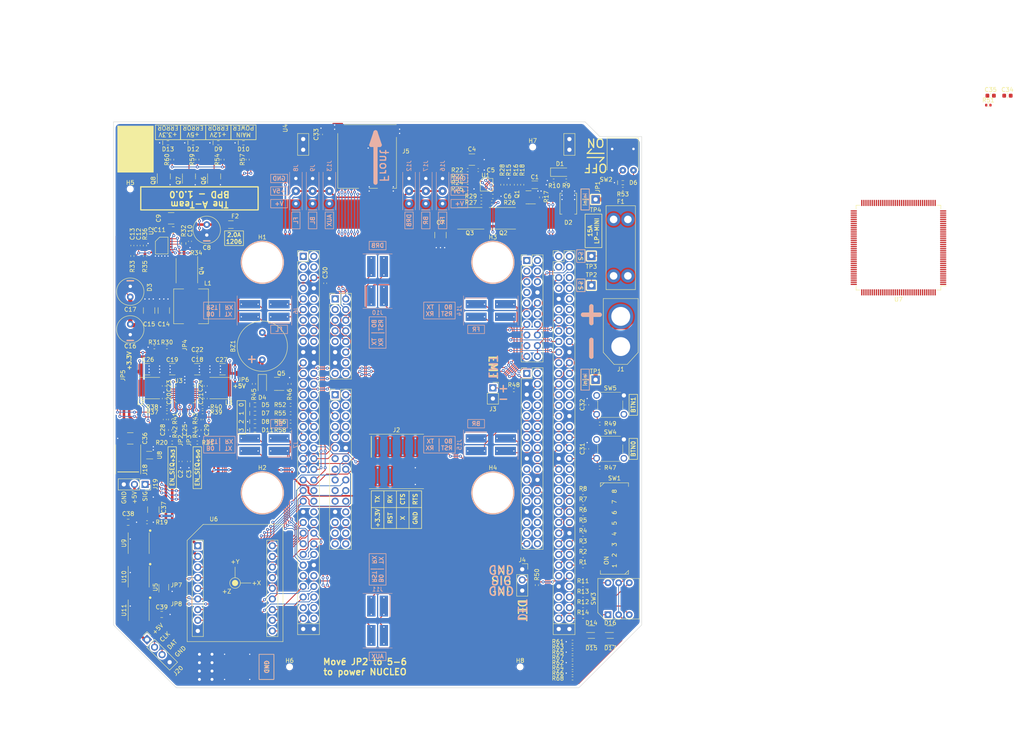
<source format=kicad_pcb>
(kicad_pcb (version 20211014) (generator pcbnew)
  (title_block (title "Bodge Control") (date "2022-11-23") (rev "1.0.0") (company "The A-Team (RC SSL)") (comment 1 "W. Stuckey & R. Osawa"))
  (layers (0 "F.Cu" signal) (31 "B.Cu" signal) (34 "B.Paste" user) (35 "F.Paste" user) (36 "B.SilkS" user "B.Silkscreen") (37 "F.SilkS" user "F.Silkscreen") (38 "B.Mask" user) (39 "F.Mask" user) (44 "Edge.Cuts" user))
  (net 0 "")
  (net 1 "/Regulator 3v3 & 5v0/EN_{3v3}")
  (net 2 "GND")
  (net 3 "/Regulator 3v3 & 5v0/EN_{5v0}")
  (net 4 "Net-(C6-Pad1)")
  (net 5 "+V_{BATT(PROTECTED)}")
  (net 6 "/Regulator 12v0/V_{SENSE+}")
  (net 7 "Net-(C12-Pad1)")
  (net 8 "Net-(C11-Pad2)")
  (net 9 "+12V")
  (net 10 "Net-(C20-Pad1)")
  (net 11 "Net-(C21-Pad1)")
  (net 12 "Net-(C13-Pad1)")
  (net 13 "Net-(C24-Pad1)")
  (net 14 "+V_{BATT(RAW)}")
  (net 15 "/ShutdownComplete")
  (net 16 "Net-(Q1-Pad3)")
  (net 17 "Net-(Q2-Pad1)")
  (net 18 "Net-(Q2-Pad4)")
  (net 19 "+V_{BATT(FUSED)}")
  (net 20 "Net-(Q3-Pad4)")
  (net 21 "/Regulator 12v0/V_{SENSE-}")
  (net 22 "Net-(Q4-Pad4)")
  (net 23 "/PowerSwitchState")
  (net 24 "/V_{Switch}")
  (net 25 "Net-(D7-Pad2)")
  (net 26 "Net-(C1-Pad1)")
  (net 27 "/PGOOD_{12v0}")
  (net 28 "/PGOOD_{3v3}")
  (net 29 "Net-(D12-Pad2)")
  (net 30 "+5V")
  (net 31 "Net-(D5-Pad2)")
  (net 32 "Net-(D6-Pad2)")
  (net 33 "/Load Switch/EN")
  (net 34 "Net-(R11-Pad2)")
  (net 35 "/PGOOD_{VBATT}")
  (net 36 "/PGOOD_{5v0}")
  (net 37 "/MCU/IMU.MOSI")
  (net 38 "/MCU/ACC.MOSI")
  (net 39 "/MCU/IMU.SCK")
  (net 40 "/MCU/ACC.SCK")
  (net 41 "/MCU/IMU.INT1")
  (net 42 "/MCU/IMU.INT2")
  (net 43 "/MCU/IMU.INT3")
  (net 44 "/MCU/IMU.INT4")
  (net 45 "/MCU/ACC.~{SS}")
  (net 46 "/MCU/IMU.~{SS}2")
  (net 47 "/MCU/IMU.~{SS}1")
  (net 48 "+3.3V")
  (net 49 "/MCU/ACC.INT2")
  (net 50 "/MCU/ACC.INT1")
  (net 51 "/MCU/ACC.MISO")
  (net 52 "/MCU/IMU.MISO")
  (net 53 "/MCU/SDMMC.D0")
  (net 54 "/MCU/SDMMC.D1")
  (net 55 "/MCU/SDMMC.D2")
  (net 56 "/MCU/SDMMC.D3")
  (net 57 "/MCU/SDMMC.CK")
  (net 58 "/MCU/SDMMC.CMD")
  (net 59 "/MCU/MOTOR_{FL}.RX")
  (net 60 "/MCU/MOTOR_{FL}.TX")
  (net 61 "Net-(C14-Pad1)")
  (net 62 "Net-(JP2-Pad1)")
  (net 63 "Net-(C3-Pad1)")
  (net 64 "/MCU/RADIO.RST")
  (net 65 "/MCU/RADIO.RTS")
  (net 66 "/MCU/RADIO.CTS")
  (net 67 "/MCU/RADIO.TX")
  (net 68 "/MCU/MOTOR_{FL}.BOOT0")
  (net 69 "/MCU/RADIO.RX")
  (net 70 "/MCU/MOTOR_{FL}.RST")
  (net 71 "/MCU/MOTOR_{BL}.TX")
  (net 72 "/MCU/MOTOR_{BL}.RX")
  (net 73 "/MCU/MOTOR_{BL}.RST")
  (net 74 "/MCU/MOTOR_{BL}.BOOT0")
  (net 75 "/MCU/MOTOR_{FR}.RX")
  (net 76 "/MCU/MOTOR_{FR}.TX")
  (net 77 "/MCU/MOTOR_{BR}.RX")
  (net 78 "/MCU/MOTOR_{FR}.RST")
  (net 79 "/MCU/MOTOR_{FR}.BOOT0")
  (net 80 "/MCU/MOTOR_{BR}.TX")
  (net 81 "/MCU/MOTOR_{BR}.RST")
  (net 82 "/MCU/MOTOR_{BR}.BOOT0")
  (net 83 "/DIP1")
  (net 84 "/DIP0")
  (net 85 "/DIP3")
  (net 86 "/DIP2")
  (net 87 "/DIP5")
  (net 88 "/RobotID0")
  (net 89 "/RobotID2")
  (net 90 "/RobotID1")
  (net 91 "/RobotID3")
  (net 95 "/DIP4")
  (net 96 "/DIP7")
  (net 97 "/Regulator 3v3 & 5v0/FB_{5v0}")
  (net 98 "/Regulator 3v3 & 5v0/FB_{3v3}")
  (net 99 "/Regulator 3v3 & 5v0/SW_{5v0}")
  (net 100 "/Regulator 3v3 & 5v0/SW_{3v3}")
  (net 101 "/MCU/~{SDCardDetect}")
  (net 102 "/MCU/MOTOR_{DRB}.TX")
  (net 103 "/MCU/MOTOR_{DRB}.RX")
  (net 104 "/MCU/MOTOR_{DRB}.BOOT0")
  (net 105 "/MCU/MOTOR_{DRB}.RST")
  (net 106 "/MCU/MOTOR_{AUX}.TX")
  (net 107 "/MCU/MOTOR_{AUX}.RX")
  (net 108 "/MCU/MOTOR_{AUX}.BOOT0")
  (net 109 "/MCU/MOTOR_{AUX}.RST")
  (net 110 "/DIP6")
  (net 111 "Net-(JP8-Pad2)")
  (net 112 "/MCU/DOTSTAR.EN")
  (net 113 "Net-(C34-Pad1)")
  (net 114 "/MCU/NRST")
  (net 115 "/Indicators/DOTSTAR_{EXT}.CLK")
  (net 116 "/Indicators/DOTSTAR_{EXT}.DAT")
  (net 117 "/DOTSTAR.DAT")
  (net 118 "/DOTSTAR.CLK")
  (net 120 "Net-(D8-Pad2)")
  (net 121 "Net-(D9-Pad2)")
  (net 122 "Net-(D10-Pad2)")
  (net 123 "Net-(D11-Pad2)")
  (net 124 "/LED0")
  (net 125 "/LED1")
  (net 126 "/LED2")
  (net 127 "/LED3")
  (net 132 "/MCU/~{BTN0}")
  (net 133 "/MCU/~{BTN1}")
  (net 134 "Net-(BZ1-Pad2)")
  (net 135 "/MCU/BUZZER")
  (net 136 "Net-(C23-Pad1)")
  (net 137 "/MCU/BB.EMITTER")
  (net 138 "/MCU/MOTOR_{SERVO}.SIG")
  (net 139 "/MCU/MOTOR_{BRUSHED}.IN1")
  (net 140 "/MCU/MOTOR_{BRUSHED}.IN2")
  (net 141 "Net-(R12-Pad2)")
  (net 142 "Net-(R14-Pad2)")
  (net 143 "Net-(R23-Pad2)")
  (net 183 "/MCU/BB.DETECTOR")
  (net 186 "Net-(J18-Pad2)")
  (net 243 "Net-(D3-Pad3)")
  (net 244 "Net-(D13-Pad2)")
  (net 245 "Net-(C26-Pad1)")
  (net 246 "Net-(U9-Pad5)")
  (net 247 "Net-(U9-Pad6)")
  (net 248 "Net-(J18-Pad1)")
  (net 249 "Net-(C27-Pad1)")
  (net 250 "Net-(R1-Pad2)")
  (net 251 "/Regulator 3v3 & 5v0/INTV_{CC}")
  (net 252 "Net-(J3-Pad1)")
  (net 256 "Net-(D14-Pad2)")
  (net 257 "Net-(D15-Pad2)")
  (net 258 "Net-(D16-Pad2)")
  (net 259 "Net-(D17-Pad2)")
  (net 260 "/RobotID.FL")
  (net 261 "/RobotID.FR")
  (net 262 "/RobotID.BL")
  (net 263 "/RobotID.BR")
  (net 264 "Net-(D14-Pad4)")
  (net 265 "Net-(D15-Pad4)")
  (net 266 "Net-(D16-Pad4)")
  (net 267 "Net-(D17-Pad4)")
  (net 268 "Net-(R2-Pad2)")
  (net 269 "Net-(R3-Pad2)")
  (net 270 "Net-(R4-Pad2)")
  (net 271 "Net-(R5-Pad2)")
  (net 272 "Net-(R6-Pad2)")
  (net 273 "Net-(R7-Pad2)")
  (net 274 "Net-(R8-Pad2)")
  (net 275 "Net-(R13-Pad2)")
  (net 276 "Net-(R22-Pad2)")
  (net 277 "Net-(R24-Pad2)")
  (net 278 "Net-(R26-Pad2)")
  (net 279 "Net-(R35-Pad2)")
  (net 280 "Net-(U11-Pad2)")
  (net 281 "Net-(U11-Pad1)")
  (net 288 "Net-(U7-Pad8)")
  (net 289 "Net-(U7-Pad9)")
  (net 304 "Net-(U7-Pad27)")
  (net 368 "/MCU/SWDIO")
  (net 369 "/MCU/SWCLK")
  (net 389 "/MCU/SWO")
  (footprint "TestPoint:TestPoint_THTPad_2.0x2.0mm_Drill1.0mm" (layer "F.Cu") (at 155 82)
    (fp_text reference "TP2")
    (fp_text value "Sense_{+}")
  )
  (footprint "Resistor_SMD:R_0402_1005Metric" (layer "F.Cu") (at 150.5 167)
    (fp_text reference "R61")
    (fp_text value "10k")
  )
  (footprint "Capacitor_SMD:C_0402_1005Metric" (layer "F.Cu") (at 61 98.5)
    (fp_text reference "C22")
    (fp_text value "0.1uF 63V")
  )
  (footprint "Resistor_SMD:R_0402_1005Metric" (layer "F.Cu") (at 125.5 56)
    (fp_text reference "R23")
    (fp_text value "4.3M")
  )
  (footprint "AT-Inductors:DEM8045C" (layer "F.Cu") (at 59.5 87 -90)
    (fp_text reference "L1")
    (fp_text value "1217AS-H-220M=P3")
  )
  (footprint "AT-Switches:TS02-66-73-BK-160-SCR-D" (layer "F.Cu") (at 159.5 121 180)
    (fp_text reference "SW4")
    (fp_text value "TS02-66-73-BK-160-SCR-D")
  )
  (footprint "AT-IC:MSE" (layer "F.Cu") (at 52.5 72.5 -90)
    (fp_text reference "U2")
    (fp_text value "LTC3864")
  )
  (footprint "AT-LED:LED0606_CCW" (layer "F.Cu") (at 155 164 90)
    (fp_text reference "D14")
    (fp_text value "Green/Red")
  )
  (footprint "Resistor_SMD:R_0402_1005Metric" (layer "F.Cu") (at 142 153.5 -90)
    (fp_text reference "R50")
    (fp_text value "1k")
  )
  (footprint "Capacitor_SMD:C_0805_2012Metric" (layer "F.Cu") (at 52.5 160.5 180)
    (fp_text reference "C39")
    (fp_text value "4.7uF 25V")
  )
  (footprint "Capacitor_SMD:C_1210_3225Metric" (layer "F.Cu") (at 55 102 180)
    (fp_text reference "C19")
    (fp_text value "47uF 25V")
  )
  (footprint "Resistor_SMD:R_0402_1005Metric" (layer "F.Cu") (at 83 105.5 -90)
    (fp_text reference "R46")
    (fp_text value "10k")
  )
  (footprint "Resistor_SMD:R_0402_1005Metric" (layer "F.Cu") (at 55 52 90)
    (fp_text reference "R60")
    (fp_text value "10k")
  )
  (footprint "Resistor_SMD:R_0402_1005Metric" (layer "F.Cu") (at 54.5 114 -90)
    (fp_text reference "R41")
    (fp_text value "45.3k")
  )
  (footprint "Resistor_SMD:R_0402_1005Metric" (layer "F.Cu") (at 128.75 62.25 180)
    (fp_text reference "R27")
    (fp_text value "10")
  )
  (footprint "Resistor_SMD:R_0402_1005Metric" (layer "F.Cu") (at 53.75 96.75)
    (fp_text reference "R30")
    (fp_text value "54.9k")
  )
  (footprint "Package_QFP:LQFP-144_20x20mm_P0.5mm" (layer "F.Cu") (at 228.25 73 180)
    (fp_text reference "U7")
    (fp_text value "STM32H723ZGT6")
  )
  (footprint "Resistor_SMD:R_0402_1005Metric" (layer "F.Cu") (at 153 144)
    (fp_text reference "R3")
    (fp_text value "1k")
  )
  (footprint "Fuse:Fuse_1206_3216Metric" (layer "F.Cu") (at 69 67.5 180)
    (fp_text reference "F2")
    (fp_text value "2.0A")
  )
  (footprint "Resistor_SMD:R_0402_1005Metric" (layer "F.Cu") (at 61.5 116.5 -90)
    (fp_text reference "R44")
    (fp_text value "10k")
  )
  (footprint "Resistor_SMD:R_0402_1005Metric" (layer "F.Cu") (at 133.75 58 -90)
    (fp_text reference "R28")
    (fp_text value "100k")
  )
  (footprint "AT-LED:LED0603" (layer "F.Cu") (at 74.75 112.5)
    (fp_text reference "D7")
    (fp_text value "Green")
  )
  (footprint "Resistor_SMD:R_0402_1005Metric" (layer "F.Cu") (at 150.5 170.75 180)
    (fp_text reference "R67")
    (fp_text value "10k")
  )
  (footprint "Resistor_SMD:R_0402_1005Metric" (layer "F.Cu") (at 49 138.5 180)
    (fp_text reference "R19")
    (fp_text value "10k")
  )
  (footprint "AT-BoardFeatures:JLCPCB_ToolingHole_D1.152mm" (layer "F.Cu") (at 138 173)
    (fp_text reference "H8")
    (fp_text value "MountingHole")
  )
  (footprint "Resistor_SMD:R_0402_1005Metric" (layer "F.Cu") (at 54.5 116.5 -90)
    (fp_text reference "R42")
    (fp_text value "10k")
  )
  (footprint "AT-Modules:NUCLEO-H743ZI_MORPHO_ZIO_TH" (layer "F.Cu") (at 118 110)
    (fp_text reference "U4")
    (fp_text value "NUCLEO-H743ZI_MORPHO_ZIO")
  )
  (footprint "Resistor_SMD:R_0402_1005Metric" (layer "F.Cu") (at 74.5 105.5 90)
    (fp_text reference "R45")
    (fp_text value "10k")
  )
  (footprint "Resistor_SMD:R_0402_1005Metric" (layer "F.Cu") (at 157 125.5)
    (fp_text reference "R47")
    (fp_text value "10k")
  )
  (footprint "Resistor_SMD:R_0402_1005Metric" (layer "F.Cu") (at 153 149)
    (fp_text reference "R1")
    (fp_text value "1k")
  )
  (footprint "Capacitor_SMD:C_0402_1005Metric" (layer "F.Cu") (at 47 72.5 90)
    (fp_text reference "C12")
    (fp_text value "100pF 63V")
  )
  (footprint "AT-IC:MS8" (layer "F.Cu") (at 130 58 -90)
    (fp_text reference "U1")
    (fp_text value "LTC4367")
  )
  (footprint "Resistor_SMD:R_0402_1005Metric" (layer "F.Cu") (at 157 115)
    (fp_text reference "R49")
    (fp_text value "10k")
  )
  (footprint "AT-BoardFeatures:SolderJumper-2_2.0x1.2mm_Closed" (layer "F.Cu") (at 56.5 96.25 -90)
    (fp_text reference "JP4")
    (fp_text value "SB_{+12v0}")
  )
  (footprint "Capacitor_SMD:C_1210_3225Metric" (layer "F.Cu") (at 126.5 52)
    (fp_text reference "C4")
    (fp_text value "10uF 63V")
  )
  (footprint "Capacitor_SMD:C_0402_1005Metric" (layer "F.Cu") (at 90.5 46 90)
    (fp_text reference "C33")
    (fp_text value "0.1uF 63V")
  )
  (footprint "Resistor_SMD:R_0402_1005Metric" (layer "F.Cu") (at 48.5 72.5 90)
    (fp_text reference "R36")
    (fp_text value "60.4k")
  )
  (footprint "Connector_PinSocket_2.54mm:PinSocket_1x03_P2.54mm_Vertical" (layer "F.Cu") (at 48.54 129.475 -90)
    (fp_text reference "J19")
    (fp_text value "RS1-03-G")
  )
  (footprint "Resistor_SMD:R_0402_1005Metric" (layer "F.Cu") (at 150.5 174.5)
    (fp_text reference "R66")
    (fp_text value "10k")
  )
  (footprint "Resistor_SMD:R_0402_1005Metric" (layer "F.Cu") (at 125.5 59 180)
    (fp_text reference "R25")
    (fp_text value "154k")
  )
  (footprint "Capacitor_SMD:C_1210_3225Metric" (layer "F.Cu") (at 54.75 66 180)
    (fp_text reference "C9")
    (fp_text value "10uF 63V")
  )
  (footprint "Resistor_SMD:R_0402_1005Metric" (layer "F.Cu") (at 67 52 90)
    (fp_text reference "R54")
    (fp_text value "10k")
  )
  (footprint "AT-BoardFeatures:SolderJumper-2_2.0x1.2mm_Open" (layer "F.Cu") (at 158 58.5 90)
    (fp_text reference "JP1")
    (fp_text value "BYPASS_SHUTDOWN_DELAY")
  )
  (footprint "Resistor_SMD:R_0402_1005Metric" (layer "F.Cu") (at 45.5 75 -90)
    (fp_text reference "R33")
    (fp_text value "11.3k")
  )
  (footprint "Capacitor_SMD:C_1210_3225Metric" (layer "F.Cu") (at 53 88 90)
    (fp_text reference "C14")
    (fp_text value "10uF 63V")
  )
  (footprint "AT-LED:LED0603" (layer "F.Cu") (at 74.75 114.5)
    (fp_text reference "D8")
    (fp_text value "Green")
  )
  (footprint "Package_TO_SOT_SMD:SOT-563" (layer "F.Cu") (at 49.5 122.5 180)
    (fp_text reference "U8")
    (fp_text value "DRV8220")
  )
  (footprint "AT-Connectors:MEM2051-00-195-00-A" (layer "F.Cu") (at 101.5 51.25 180)
    (fp_text reference "J5")
    (fp_text value "MEM2051-00-195-00-A")
  )
  (footprint "Capacitor_SMD:C_0805_2012Metric" (layer "F.Cu") (at 58 112.75 -90)
    (fp_text reference "C25")
    (fp_text value "4.7uF 25V")
  )
  (footprint "AT-Inductors:NRx-5040" (layer "F.Cu") (at 66.5 106.5)
    (fp_text reference "L3")
    (fp_text value "NRS5040T4R7NMGK")
  )
  (footprint "AT-LED:SK9822" (layer "F.Cu") (at 47 143.5 90)
    (fp_text reference "U9")
    (fp_text value "SK9822")
  )
  (footprint "Resistor_SMD:R_0402_1005Metric" (layer "F.Cu") (at 153 134)
    (fp_text reference "R7")
    (fp_text value "1k")
  )
  (footprint "AT-BoardFeatures:SolderJumper-2_2.0x1.2mm_Closed" (layer "F.Cu") (at 71 103)
    (fp_text reference "JP6")
    (fp_text value "SB_{+5v0}")
  )
  (footprint "AT-Switches:221ADC16" (layer "F.Cu") (at 161.5 156.75 90)
    (fp_text reference "SW3")
    (fp_text value "221ADC16")
  )
  (footprint "MountingHole:MountingHole_4.3mm_M4" (layer "F.Cu") (at 76.5 76.5)
    (fp_text reference "H1")
    (fp_text value "MountingHole")
  )
  (footprint "AT-BoardFeatures:SolderJumper-2_2.0x1.2mm_Closed" (layer "F.Cu") (at 56 156.5 180)
    (fp_text reference "JP8")
    (fp_text value "SB_{DSCLK}")
  )
  (footprint "Resistor_SMD:R_0402_1005Metric" (layer "F.Cu") (at 62.25 112.25 180)
    (fp_text reference "R39")
    (fp_text value "54.9k")
  )
  (footprint "AT-BoardFeatures:SolderJumper-2_2.0x1.2mm_Open" (layer "F.Cu") (at 57 121.5 90)
    (fp_text reference "JP2")
    (fp_text value "EN_SEQ_{+3v3}")
  )
  (footprint "AT-Discrete:D_SMB_Non-Polar" (layer "F.Cu") (at 149.5 62.5 -90)
    (fp_text reference "D2")
    (fp_text value "824521261")
  )
  (footprint "AT-LED:LED0603" (layer "F.Cu") (at 162.5 57.5)
    (fp_text reference "D6")
    (fp_text value "Green")
  )
  (footprint "Resistor_SMD:R_0402_1005Metric" (layer "F.Cu") (at 150.5 173.25 180)
    (fp_text reference "R64")
    (fp_text value "10k")
  )
  (footprint "Resistor_SMD:R_0402_1005Metric" (layer "F.Cu") (at 149 57)
    (fp_text reference "R9")
    (fp_text value "130k")
  )
  (footprint "Capacitor_SMD:C_0402_1005Metric" (layer "F.Cu") (at 53 109 90)
    (fp_text reference "C20")
    (fp_text value "0.1uF 63V")
  )
  (footprint "Capacitor_SMD:C_0402_1005Metric" (layer "F.Cu") (at 154 121 90)
    (fp_text reference "C31")
    (fp_text value "0.1uF 63V")
  )
  (footprint "AT-Discrete:TO-277" (layer "F.Cu") (at 52.5 79.25 90)
    (fp_text reference "D3")
    (fp_text value "SVT10100U_R1_00001")
  )
  (footprint "Resistor_SMD:R_0603_1608Metric" (layer "F.Cu") (at 57.75 72 -90)
    (fp_text reference "R32")
    (fp_text value "30m 1/3W")
  )
  (footprint "Connector_PinSocket_2.54mm:PinSocket_1x02_P2.54mm_Vertical" (layer "F.Cu") (at 131.5 106.46)
    (fp_text reference "J3")
    (fp_text value "BB_{EMITTER}")
  )
  (footprint "Resistor_SMD:R_0402_1005Metric" (layer "F.Cu") (at 153 161)
    (fp_text reference "R14")
    (fp_text value "1k")
  )
  (footprint "AT-BoardFeatures:SolderJumper-2_2.0x1.2mm_Closed" (layer "F.Cu") (at 44.75 103.5 -90)
    (fp_text reference "JP5")
    (fp_text value "SB_{+3v3}")
  )
  (footprint "Capacitor_SMD:C_0805_2012Metric" (layer "F.Cu") (at 44.5 138.5 180)
    (fp_text reference "C38")
    (fp_text value "4.7uF 25V")
  )
  (footprint "AT-LED:LED0603" (layer "F.Cu") (at 60 48)
    (fp_text reference "D12")
    (fp_text value "Red")
  )
  (footprint "MountingHole:MountingHole_4.3mm_M4" (layer "F.Cu") (at 131.5 76.5)
    (fp_text reference "H3")
    (fp_text value "MountingHole")
  )
  (footprint "Resistor_SMD:R_0402_1005Metric" (layer "F.Cu") (at 150.5 175.75 180)
    (fp_text reference "R68")
    (fp_text value "10k")
  )
  (footprint "Package_TO_SOT_SMD:SOT-353_SC-70-5" (layer "F.Cu") (at 53 154 90)
    (fp_text reference "U5")
    (fp_text value "74AHCT1G126")
  )
  (footprint "AT-Fuses:3557-2" (layer "F.Cu") (at 162 73 90)
    (fp_text reference "F1")
    (fp_text value "15A")
  )
  (footprint "Package_TO_SOT_SMD:SOT-23" (layer "F.Cu") (at 80 105.5 180)
    (fp_text reference "Q5")
    (fp_text value "BSS138K")
  )
  (footprint "AT-LED:LED0606_CCW" (layer "F.Cu") (at 159.5 167 90)
    (fp_text reference "D17")
    (fp_text value "Green/Red")
  )
  (footprint "AT-Connectors:2x04_P3mm_TopBottom_3x5mm_P7mm_Plug_SMD" (layer "F.Cu") (at 108.5 124)
    (fp_text reference "J2")
    (fp_text value "1053082208")
  )
  (footprint "Resistor_SMD:R_0402_1005Metric" (layer "F.Cu") (at 153 158.5)
    (fp_text reference "R12")
    (fp_text value "1k")
  )
  (footprint "AT-Switches:219-8MST" (layer "F.Cu") (at 160.5 140 180)
    (fp_text reference "SW1")
    (fp_text value "219-8MST")
  )
  (footprint "Package_TO_SOT_SMD:SOT-23" (layer "F.Cu") (at 59 56 90)
    (fp_text reference "Q7")
    (fp_text value "BSS138K")
  )
  (footprint "Capacitor_SMD:C_1210_3225Metric" (layer "F.Cu") (at 119 70 -90)
    (fp_text reference "C7")
    (fp_text value "10uF 63V")
  )
  (footprint "Connector_PinSocket_2.54mm:PinSocket_1x03_P2.54mm_Vertical" (layer "F.Cu") (at 138.5 149.725)
    (fp_text reference "J4")
    (fp_text value "BB_{DETECTOR}")
  )
  (footprint "AT-BoardFeatures:SolderJumper-2_2.0x1.2mm_Closed" (layer "F.Cu") (at 56 152 180)
    (fp_text reference "JP7")
    (fp_text value "SB_{DSDAT}")
  )
  (footprint "MountingHole:MountingHole_4.3mm_M4" (layer "F.Cu") (at 76.5 131.5)
    (fp_text reference "H2")
    (fp_text value "MountingHole")
  )
  (footprint "Capacitor_SMD:C_1210_3225Metric" (layer "F.Cu") (at 61 102)
    (fp_text reference "C18")
    (fp_text value "47uF 25V")
  )
  (footprint "Resistor_SMD:R_0402_1005Metric" (layer "F.Cu") (at 62.25 111 180)
    (fp_text reference "R40")
    (fp_text value "40.2k")
  )
  (footprint "Resistor_SMD:R_0402_1005Metric" (layer "F.Cu") (at 150.5 168.25 180)
    (fp_text reference "R63")
    (fp_text value "10k")
  )
  (footprint "Capacitor_SMD:C_1210_3225Metric" (layer "F.Cu") (at 67 102 180)
    (fp_text reference "C27")
    (fp_text value "47uF 25V")
  )
  (footprint "Resistor_SMD:R_0402_1005Metric" (layer "F.Cu") (at 83.25 110.5 180)
    (fp_text reference "R52")
    (fp_text value "10k")
  )
  (footprint "Capacitor_SMD:C_0402_1005Metric" (layer "F.Cu") (at 63 109 90)
    (fp_text reference "C21")
    (fp_text value "0.1uF 63V")
  )
  (footprint "Resistor_SMD:R_0402_1005Metric" (layer "F.Cu") (at 153 146.5)
    (fp_text reference "R2")
    (fp_text value "1k")
  )
  (footprint "Resistor_SMD:R_0402_1005Metric" (layer "F.Cu") (at 125.5 54.5 180)
    (fp_text reference "R22")
    (fp_text value "5.1M")
  )
  (footprint "Resistor_SMD:R_0402_1005Metric" (layer "F.Cu") (at 53.75 111)
    (fp_text reference "R38")
    (fp_text value "40.2k")
  )
  (footprint "Resistor_SMD:R_0402_1005Metric" (layer "F.Cu") (at 162.5 59)
    (fp_text reference "R53")
    (fp_text value "22k")
  )
  (footprint "AT-LED:LED0606_CCW" (layer "F.Cu") (at 159.5 164 90)
    (fp_text reference "D16")
    (fp_text value "Green/Red")
  )
  (footprint "AT-LED:SK9822" (layer "F.Cu") (at 47 151.5 90)
    (fp_text reference "U10")
    (fp_text value "SK9822")
  )
  (footprint "TestPoint:TestPoint_THTPad_2.0x2.0mm_Drill1.0mm" (layer "F.Cu") (at 156 61.5)
    (fp_text reference "TP4")
    (fp_text value "Inject_{-}")
  )
  (footprint "AT-Buzzer:AT-1224-TWT-5V-2-R" (layer "F.Cu") (at 76.5 96.5 180)
    (fp_text reference "BZ1")
    (fp_text value "AT-1224-TWT-5V-2-R")
  )
  (footprint "Package_TO_SOT_SMD:SOT-23" (layer "F.Cu") (at 53 56 90)
    (fp_text reference "Q8")
    (fp_text value "BSS138K")
  )
  (footprint "AT-BoardFeatures:JLCPCB_ToolingHole_D1.152mm" (layer "F.Cu") (at 45 59)
    (fp_text reference "H5")
    (fp_text value "MountingHole")
  )
  (footprint "Capacitor_SMD:C_1210_3225Metric" (layer "F.Cu") (at 49.5 88 90)
    (fp_text reference "C15")
    (fp_text value "10uF 63V")
  )
  (footprint "Resistor_SMD:R_0402_1005Metric" (layer "F.Cu") (at 128.75 60.75)
    (fp_text reference "R29")
    (fp_text value "5.1k")
  )
  (footprint "Resistor_SMD:R_0402_1005Metric" (layer "F.Cu") (at 150.5 172)
    (fp_text reference "R62")
    (fp_text value "10k")
  )
  (footprint "Capacitor_SMD:C_0402_1005Metric" (layer "F.Cu") (at 63 106 -90)
    (fp_text reference "C24")
    (fp_text value "0.1uF 63V")
  )
  (footprint "Resistor_SMD:R_0402_1005Metric" (layer "F.Cu") (at 61.5 114 -90)
    (fp_text reference "R43")
    (fp_text value "73.2k")
  )
  (footprint "Resistor_SMD:R_0402_1005Metric" (layer "F.Cu") (at 50.75 96.75)
    (fp_text reference "R31")
    (fp_text value "40.2k")
  )
  (footprint "Capacitor_SMD:C_0402_1005Metric" (layer "F.Cu") (at 57 124 -90)
    (fp_text reference "C2")
    (fp_text value "0.1uF 63V")
  )
  (footprint "Resistor_SMD:R_0402_1005Metric" (layer "F.Cu") (at 73 52 90)
    (fp_text reference "R57")
    (fp_text value "22k")
  )
  (footprint "Capacitor_SMD:C_0402_1005Metric" (layer "F.Cu") (at 59.25 71.5 -90)
    (fp_text reference "C10")
    (fp_text value "0.1uF 63V")
  )
  (footprint "Resistor_SMD:R_0402_1005Metric" (layer "F.Cu") (at 125.5 57.5)
    (fp_text reference "R24")
    (fp_text value "147k")
  )
  (footprint "Capacitor_SMD:C_0603_1608Metric" (layer "F.Cu") (at 131.5 60.75)
    (fp_text reference "C6")
    (fp_text value "4.7nF 63V")
  )
  (footprint "Resistor_SMD:R_0402_1005Metric" (layer "F.Cu") (at 249.69 39)
    (fp_text reference "R51")
    (fp_text value "10k")
  )
  (footprint "AT-Modules:MODULE_18P_22.86X27.94MM_TH" (layer "F.Cu") (at 70 153)
    (fp_text reference "U6")
    (fp_text value "IMU-Breakout_1xAcc(1xSS+1xSPI+2xINT),1xIMU(2xSS+1xSPI+4xINT)")
  )
  (footprint "MountingHole:MountingHole_4.3mm_M4" (layer "F.Cu") (at 131.5 131.5)
    (fp_text reference "H4")
    (fp_text value "MountingHole")
  )
  (footprint "AT-LED:SK9822" (layer "F.Cu") (at 47 159.5 90)
    (fp_text reference "U11")
    (fp_text value "SK9822")
  )
  (footprint "Capacitor_THT:C_Radial_D6.3mm_H11.0mm_P2.50mm" (layer "F.Cu") (at 45 91.25 -90)
    (fp_text reference "C16")
    (fp_text value "33uF 63V")
  )
  (footprint "Resistor_SMD:R_0402_1005Metric" (layer "F.Cu") (at 53.75 112.25)
    (fp_text reference "R37")
    (fp_text value "54.9k")
  )
  (footprint "AT-LED:LED0603" (layer "F.Cu") (at 72 48)
    (fp_text reference "D10")
    (fp_text value "Green")
  )
  (footprint "Resistor_SMD:R_0402_1005Metric" (layer "F.Cu") (at 57.25 74.25 180)
    (fp_text reference "R34")
    (fp_text value "100k")
  )
  (footprint "Resistor_SMD:R_0402_1005Metric" (layer "F.Cu") (at 153 156)
    (fp_text reference "R13")
    (fp_text value "1k")
  )
  (footprint "Resistor_SMD:R_0402_1005Metric" (layer "F.Cu") (at 55 119.5 180)
    (fp_text reference "R20")
    (fp_text value "82k")
  )
  (footprint "Capacitor_SMD:C_0402_1005Metric" (layer "F.Cu") (at 53.25 114 -90)
    (fp_text reference "C28")
    (fp_text value "22pF 10V")
  )
  (footprint "Resistor_SMD:R_0402_1005Metric" (layer "F.Cu") (at 83.25 112.5 180)
    (fp_text reference "R55")
    (fp_text value "10k")
  )
  (footprint "Resistor_SMD:R_0402_1005Metric" (layer "F.Cu") (at 61 52 90)
    (fp_text reference "R59")
    (fp_text value "10k")
  )
  (footprint "AT-Discrete:PowerPAK_SO-8L_Single" (layer "F.Cu") (at 126 66 180)
    (fp_text reference "Q3")
    (fp_text value "SQJA80EP-T1_GE3")
  )
  (footprint "AT-BoardFeatures:JLCPCB_ToolingHole_D1.152mm" (layer "F.Cu") (at 141 49)
    (fp_text reference "H7")
    (fp_text value "MountingHole")
  )
  (footprint "Capacitor_SMD:C_0402_1005Metric" (layer "F.Cu") (at 154 110.5 90)
    (fp_text reference "C32")
    (fp_text value "0.1uF 63V")
  )
  (footprint "Capacitor_SMD:C_0805_2012Metric" (layer "F.Cu") (at 55.25 68.75 180)
    (fp_text reference "C11")
    (fp_text value "0.47uF 63V")
  )
  (footprint "Resistor_SMD:R_0402_1005Metric" (layer "F.Cu") (at 150.5 169.5)
    (fp_text reference "R65")
    (fp_text value "10k")
  )
  (footprint "AT-LED:LED0603" (layer "F.Cu") (at 74.75 116.5)
    (fp_text reference "D11")
    (fp_text value "Green")
  )
  (footprint "AT-Connectors:1x02_P3mm_3x5mm_Plug_SMD" (layer "F.Cu") (at 44.5 123.5 90)
    (fp_text reference "J18")
    (fp_text value "MOTOR_{BRUSHED}")
  )
  (footprint "AT-Switches:TS02-66-73-BK-160-SCR-D" (layer "F.Cu") (at 159.5 110.5 180)
    (fp_text reference "SW5")
    (fp_text value "TS02-66-73-BK-160-SCR-D")
  )
  (footprint "Package_TO_SOT_SMD:SOT-23" (layer "F.Cu") (at 140 61 180)
    (fp_text reference "Q1")
    (fp_text value "BSS138K")
  )
  (footprint "Capacitor_SMD:C_0402_1005Metric" (layer "F.Cu") (at 128 54.5)
    (fp_text reference "C5")
    (fp_text value "0.1uF 63V")
  )
  (footprint "TestPoint:TestPoint_THTPad_2.0x2.0mm_Drill1.0mm" (layer "F.Cu") (at 156 104.5)
    (fp_text reference "TP1")
    (fp_text value "Inject_{+}")
  )
  (footprint "Resistor_SMD:R_0402_1005Metric" (layer "F.Cu") (at 136.5 107)
    (fp_text reference "R48")
    (fp_text value "100")
  )
  (footprint "Capacitor_THT:C_Radial_D6.3mm_H11.0mm_P2.50mm" (layer "F.Cu") (at 63.25 67.5 -90)
    (fp_text reference "C8")
    (fp_text value "33uF 63V")
  )
  (footprint "Capacitor_SMD:C_0402_1005Metric" (layer "F.Cu") (at 59 124 -90)
    (fp_text reference "C3")
    (fp_text value "0.1uF 63V")
  )
  (footprint "AT-LED:LED0606_CCW" (layer "F.Cu") (at 155 167 90)
    (fp_text reference "D15")
    (fp_text value "Green/Red")
  )
  (footprint "Resistor_SMD:R_0402_1005Metric" (layer "F.Cu") (at 131.25 62.25 180)
    (fp_text reference "R26")
    (fp_text value "10")
  )
  (footprint "Capacitor_SMD:C_1210_3225Metric" (layer "F.Cu") (at 50.5 135.5 90)
    (fp_text reference "C37")
    (fp_text value "10uF 63V")
  )
  (footprint "AT-IC:UFD_AA_NoExtraPad" (layer "F.Cu") (at 58 108 180)
    (fp_text reference "U3")
    (fp_text value "LTC3636")
  )
  (footprint "Resistor_SMD:R_0402_1005Metric" (layer "F.Cu") (at 83.25 116.5 180)
    (fp_text reference "R58")
    (fp_text value "10k")
  )
  (footprint "Capacitor_SMD:C_0402_1005Metric" (layer "F.Cu") (at 91.5 81.5 -90)
    (fp_text reference "C30")
    (fp_text value "0.1uF 63V")
  )
  (footprint "AT-LED:LED0603" (layer "F.Cu") (at 54 48)
    (fp_text reference "D13")
    (fp_text value "Red")
  )
  (footprint "Capacitor_SMD:C_1206_3216Metric" (layer "F.Cu") (at 141.5 58)
    (fp_text reference "C1")
    (fp_text value "0.82uF 63V")
  )
  (footprint "Capacitor_SMD:C_0402_1005Metric" (layer "F.Cu") (at 53 106 -90)
    (fp_text reference "C23")
    (fp_text value "0.1uF 63V")
  )
  (footprint "Resistor_SMD:R_0402_1005Metric" (layer "F.Cu") (at 137 58 90)
    (fp_text reference "R16")
    (fp_text value "68k")
  )
  (footprint "Resistor_SMD:R_0402_1005Metric" (layer "F.Cu") (at 138.5 58 -90)
    (fp_text reference "R18")
    (fp_text value "10k")
  )
  (footprint "Capacitor_SMD:C_0603_1608Metric" (layer "F.Cu") (at 254.25 36.75)
    (fp_text reference "C34")
    (fp_text value "2.2uF 10V")
  )
  (footprint "AT-BoardFeatures:JLCPCB_ToolingHole_D1.152mm" (layer "F.Cu") (at 83 173)
    (fp_text reference "H6")
    (fp_text value "MountingHole")
  )
  (footprint "Resistor_SMD:R_0402_1005Metric" (layer "F.Cu") (at 61 119.5)
    (fp_text reference "R21")
    (fp_text value "82k")
  )
  (footprint "Resistor_SMD:R_0402_1005Metric" (layer "F.Cu") (at 153 141.5)
    (fp_text reference "R4")
    (fp_text value "1k")
  )
  (footprint "Diode_SMD:D_SOD-123" (layer "F.Cu") (at 76.5 105.5 -90)
    (fp_text reference "D4")
    (fp_text value "BAT46W")
  )
  (footprint "Capacitor_SMD:C_1210_3225Metric" (layer "F.Cu") (at 45 118.5 180)
    (fp_text reference "C36")
    (fp_text value "10uF 63V")
  )
  (footprint "Resistor_SMD:R_0402_1005Metric" (layer "F.Cu") (at 83.25 114.5 180)
    (fp_text reference "R56")
    (fp_text value "10k")
  )
  (footprint "AT-Inductors:NRx-5040" (layer "F.Cu") (at 49.5 106.5 180)
    (fp_text reference "L2")
    (fp_text value "NRS5040T4R7NMGK")
  )
  (footprint "Diode_SMD:D_SOD-123" (layer "F.Cu") (at 147.5 55)
    (fp_text reference "D1")
    (fp_text value "BAT46W")
  )
  (footprint "Resistor_SMD:R_0402_1005Metric" (layer "F.Cu") (at 153 131.5)
    (fp_text reference "R8")
    (fp_text value "1k")
  )
  (footprint "AT-Discrete:PowerPAK_SO-8L_Single" (layer "F.Cu") (at 134 66)
    (fp_text reference "Q2")
    (fp_text value "SQJA80EP-T1_GE3")
  )
  (footprint "Capacitor_SMD:C_0402_1005Metric" (layer "F.Cu") (at 45.5 72.5 90)
    (fp_text reference "C13")
    (fp_text value "3300pF 63V")
  )
  (footprint "Capacitor_SMD:C_0402_1005Metric" (layer "F.Cu") (at 62.75 114 -90)
    (fp_text reference "C29")
    (fp_text value "22pF 10V")
  )
  (footprint "AT-Switches:CF-LD-1DC4-AR2W" (layer "F.Cu") (at 162.5 52)
    (fp_text reference "SW2")
    (fp_text value "CF-LD-1DC4-AR2W")
  )
  (footprint "Resistor_SMD:R_0402_1005Metric" (layer "F.Cu") (at 153 136.5)
    (fp_text reference "R6")
    (fp_text value "1k")
  )
  (footprint "Resistor_SMD:R_0402_1005Metric" (layer "F.Cu") (at 48.5 75 90)
    (fp_text reference "R35")
    (fp_text value "845k")
  )
  (footprint "TestPoint:TestPoint_THTPad_2.0x2.0mm_Drill1.0mm" (layer "F.Cu") (at 155 75)
    (fp_text reference "TP3")
    (fp_text value "Sense_{-}")
  )
  (footprint "Resistor_SMD:R_0402_1005Metric" (layer "F.Cu") (at 146 57)
    (fp_text reference "R10")
    (fp_text value "16k")
  )
  (footprint "Resistor_SMD:R_0402_1005Metric" (layer "F.Cu") (at 135.25 58 90)
    (fp_text reference "R15")
    (fp_text value "910k")
  )
  (footprint "Capacitor_THT:C_Radial_D6.3mm_H11.0mm_P2.50mm" (layer "F.Cu") (at 45 84.75 90)
    (fp_text reference "C17")
    (fp_text value "33uF 63V")
  )
  (footprint "Package_TO_SOT_SMD:SOT-23" (layer "F.Cu") (at 65 56 90)
    (fp_text reference "Q6")
    (fp_text value "BSS138K")
  )
  (footprint "AT-BoardFeatures:SolderJumper-2_2.0x1.2mm_Closed" (layer "F.Cu") (at 59 121.5 90)
    (fp_text reference "JP3")
    (fp_text value "EN_SEQ_{+5v0}")
  )
  (footprint "AT-LED:LED0603" (layer "F.Cu") (at 74.75 110.5)
    (fp_text reference "D5")
    (fp_text value "Green")
  )
  (footprint "Resistor_SMD:R_0402_1005Metric" (layer "F.Cu") (at 153 153.5)
    (fp_text reference "R11")
    (fp_text value "1k")
  )
  (footprint "Connector_AMASS:AMASS_XT60-M_1x02_P7.20mm_Vertical" (layer "F.Cu") (at 162 96.6 90)
    (fp_text reference "J1")
    (fp_text value "XT60")
  )
  (footprint "Resistor_SMD:R_0402_1005Metric" (layer "F.Cu") (at 143 61 90)
    (fp_text reference "R17")
    (fp_text value "100k")
  )
  (footprint "Capacitor_SMD:C_1210_3225Metric" (layer "F.Cu") (at 49 102)
    (fp_text reference "C26")
    (fp_text value "47uF 25V")
  )
  (footprint "Capacitor_SMD:C_0603_1608Metric" (layer "F.Cu") (at 250.24 36.75)
    (fp_text reference "C35")
    (fp_text value "2.2uF 10V")
  )
  (footprint "Resistor_SMD:R_0402_1005Metric" (layer "F.Cu") (at 153 139)
    (fp_text reference "R5")
    (fp_text value "1k")
  )
  (footprint "Connector_PinSocket_2.54mm:PinSocket_1x04_P2.54mm_Vertical" (layer "F.Cu") (at 49 166.5 45)
    (fp_text reference "J20")
    (fp_text value "ExternalDotStar")
  )
  (footprint "AT-LED:LED0603" (layer "F.Cu") (at 66 48)
    (fp_text reference "D9")
    (fp_text value "Red")
  )
  (footprint "AT-Discrete:PowerPAK_SO-8L_Single" (layer "F.Cu") (at 58.5 78.5 -90)
    (fp_text reference "Q4")
    (fp_text value "SI7465DP-T1-GE3")
  )
  (footprint "AT-Connectors:2x02_P3mm_TopBottom_3x5mm_P7mm_Plug_SMD" (layer "B.Cu") (at 104 162 180)
    (fp_text reference "J11")
    (fp_text value "1053082204")
  )
  (footprint "AT-Connectors:1x03_P3mm_ID0.8mm_OD2mm_Plug_TH" (layer "B.Cu") (at 115.5 59.5 90)
    (fp_text reference "J17")
    (fp_text value "1053072202")
  )
  (footprint "AT-Connectors:1x03_P3mm_ID0.8mm_OD2mm_Plug_TH" (layer "B.Cu") (at 88.5 59.5 90)
    (fp_text reference "J9")
    (fp_text value "1053072202")
  )
  (footprint "AT-Connectors:1x03_P3mm_ID0.8mm_OD2mm_Plug_TH" (layer "B.Cu") (at 92.5 59.5 90)
    (fp_text reference "J13")
    (fp_text value "1053072202")
  )
  (footprint "AT-Connectors:2x02_P3mm_TopBottom_3x5mm_P7mm_Plug_SMD" (layer "B.Cu") (at 131 120 -90)
    (fp_text reference "J15")
    (fp_text value "1053082204")
  )
  (footprint "AT-Connectors:2x02_P3mm_TopBottom_3x5mm_P7mm_Plug_SMD" (layer "B.Cu") (at 77 120 90)
    (fp_text reference "J7")
    (fp_text value "1053082204")
  )
  (footprint "AT-Connectors:2x02_P3mm_TopBottom_3x5mm_P7mm_Plug_SMD" (layer "B.Cu") (at 131 88 -90)
    (fp_text reference "J14")
    (fp_text value "1053082204")
  )
  (footprint "AT-Connectors:2x02_P3mm_TopBottom_3x5mm_P7mm_Plug_SMD" (layer "B.Cu") (at 77 88 90)
    (fp_text reference "J6")
    (fp_text value "1053082204")
  )
  (footprint "AT-Connectors:1x03_P3mm_ID0.8mm_OD2mm_Plug_TH" (layer "B.Cu") (at 111.5 59.5 90)
    (fp_text reference "J12")
    (fp_text value "1053072202")
  )
  (footprint "AT-Connectors:1x03_P3mm_ID0.8mm_OD2mm_Plug_TH" (layer "B.Cu") (at 119.5 59.5 90)
    (fp_text reference "J16")
    (fp_text value "1053072202")
  )
  (footprint "AT-Connectors:2x02_P3mm_TopBottom_3x5mm_P7mm_Plug_SMD" (layer "B.Cu") (at 104 81)
    (fp_text reference "J10")
    (fp_text value "1053082204")
  )
  (footprint "AT-Connectors:1x03_P3mm_ID0.8mm_OD2mm_Plug_TH" (layer "B.Cu") (at 84.5 59.5 90)
    (fp_text reference "J8")
    (fp_text value "1053072202")
  )
  (gr_line (start 155 91) (end 155 87) (layer "B.SilkS") (width 1))
  (gr_poly (pts (xy 85.5 64.5) (xy 85.5 68.5) (xy 83.5 68.5) (xy 83.5 64.5)) (layer "B.SilkS") (width 0.153) (fill none))
  (gr_rect (start 152.5 102) (end 154.5 107) (layer "B.SilkS") (width 0.153) (fill none))
  (gr_poly (pts (xy 82.5 60.5) (xy 78.5 60.5) (xy 78.5 58.5) (xy 82.5 58.5)) (layer "B.SilkS") (width 0.153) (fill none))
  (gr_line (start 103.5 45.5) (end 104.5 48.5) (layer "B.SilkS") (width 1))
  (gr_poly (pts (xy 78.5 91.5) (xy 78.5 93.5) (xy 82.5 93.5) (xy 82.5 91.5)) (layer "B.SilkS") (width 0.153) (fill none))
  (gr_poly (pts (xy 106 146) (xy 102 146) (xy 102 153.5) (xy 106 153.5)) (layer "B.SilkS") (width 0.153) (fill none))
  (gr_circle (center 131.5 131.5) (end 136.5 131.5) (layer "B.SilkS") (width 0.3) (fill none))
  (gr_circle (center 131.5 76.5) (end 136.5 76.5) (layer "B.SilkS") (width 0.3) (fill none))
  (gr_line (start 104.5 48.5) (end 102.5 48.5) (layer "B.SilkS") (width 1))
  (gr_poly (pts (xy 89.5 64.5) (xy 89.5 68.5) (xy 87.5 68.5) (xy 87.5 64.5)) (layer "B.SilkS") (width 0.153) (fill none))
  (gr_poly (pts (xy 82.5 57.5) (xy 78.5 57.5) (xy 78.5 55.5) (xy 82.5 55.5)) (layer "B.SilkS") (width 0.153) (fill none))
  (gr_rect (start 152.5 59) (end 154.5 64) (layer "B.SilkS") (width 0.153) (fill none))
  (gr_poly (pts (xy 116.5 64.5) (xy 116.5 68.5) (xy 114.5 68.5) (xy 114.5 64.5)) (layer "B.SilkS") (width 0.153) (fill none))
  (gr_circle (center 76.5 131.5) (end 81.5 131.5) (layer "B.SilkS") (width 0.3) (fill none))
  (gr_line (start 153 89) (end 157 89) (layer "B.SilkS") (width 1))
  (gr_poly (pts (xy 125.5 91.5) (xy 125.5 93.5) (xy 129.5 93.5) (xy 129.5 91.5)) (layer "B.SilkS") (width 0.153) (fill none))
  (gr_line (start 103.5 45.5) (end 102.5 48.5) (layer "B.SilkS") (width 1))
  (gr_poly (pts (xy 115 86) (xy 115 90) (xy 122.5 90) (xy 122.5 86)) (layer "B.SilkS") (width 0.153) (fill none))
  (gr_line (start 155 99) (end 155 95) (layer "B.SilkS") (width 1))
  (gr_poly (pts (xy 102 97) (xy 106 97) (xy 106 89.499999) (xy 101.999999 89.5)) (layer "B.SilkS") (width 0.153) (fill none))
  (gr_line (start 103.5 57.5) (end 103.5 45.5) (layer "B.SilkS") (width 1))
  (gr_poly (pts (xy 112.5 64.5) (xy 112.5 68.5) (xy 110.5 68.5) (xy 110.5 64.5)) (layer "B.SilkS") (width 0.153) (fill none))
  (gr_poly (pts (xy 125.5 114) (xy 125.5 116) (xy 129.5 116) (xy 129.5 114)) (layer "B.SilkS") (width 0.153) (fill none))
  (gr_poly (pts (xy 125.5 63.5) (xy 121.5 63.5) (xy 121.5 61.5) (xy 125.5 61.5)) (layer "B.SilkS") (width 0.153) (fill none))
  (gr_poly (pts (xy 70 122) (xy 70 118) (xy 62.5 118) (xy 62.5 122)) (layer "B.SilkS") (width 0.153) (fill none))
  (gr_circle (center 76.5 76.5) (end 81.5 76.5) (layer "B.SilkS") (width 0.3) (fill none))
  (gr_poly (pts (xy 78.5 114) (xy 78.5 116) (xy 82.5 116) (xy 82.5 114)) (layer "B.SilkS") (width 0.153) (fill none))
  (gr_poly (pts (xy 102 71.5) (xy 102 73.5) (xy 106 73.5) (xy 106 71.5)) (layer "B.SilkS") (width 0.153) (fill none))
  (gr_poly (pts (xy 125.5 57.5) (xy 121.5 57.5) (xy 121.5 55.5) (xy 125.5 55.5)) (layer "B.SilkS") (width 0.153) (fill none))
  (gr_poly (pts (xy 115 118) (xy 115 122) (xy 122.5 122) (xy 122.5 118)) (layer "B.SilkS") (width 0.153) (fill none))
  (gr_poly (pts (xy 93.5 64.5) (xy 93.5 68.5) (xy 91.5 68.5) (xy 91.5 64.5)) (layer "B.SilkS") (width 0.153) (fill none))
  (gr_poly (pts (xy 82.5 63.5) (xy 78.5 63.5) (xy 78.5 61.5) (xy 82.5 61.5)) (layer "B.SilkS") (width 0.153) (fill none))
  (gr_poly (pts (xy 125.5 60.5) (xy 121.5 60.5) (xy 121.5 58.5) (xy 125.5 58.5)) (layer "B.SilkS") (width 0.153) (fill none))
  (gr_rect (start 151.5 73.5) (end 153.5 76.5) (layer "B.SilkS") (width 0.153) (fill none))
  (gr_rect (start 151.5 80.5) (end 153.5 83.5) (layer "B.SilkS") (width 0.153) (fill none))
  (gr_poly (pts (xy 102 169.5) (xy 102 171.5) (xy 106 171.5) (xy 106 169.5)) (layer "B.SilkS") (width 0.153) (fill none))
  (gr_poly (pts (xy 62.5 86) (xy 62.5 90) (xy 70 90) (xy 70 86)) (layer "B.SilkS") (width 0.153) (fill none))
  (gr_rect (start 75.75 170) (end 79.25 176) (layer "B.SilkS") (width 0.153) (fill none))
  (gr_poly (pts (xy 120.5 64.5) (xy 120.5 68.5) (xy 118.5 68.5) (xy 118.5 64.5)) (layer "B.SilkS") (width 0.153) (fill none))
  (gr_rect (start 69 43.75) (end 75 47.25) (layer "F.SilkS") (width 0.153) (fill none))
  (gr_line (start 158 51.5) (end 154 51.5) (layer "F.SilkS") (width 0.3))
  (gr_line (start 155 49.5) (end 154 50.5) (layer "F.SilkS") (width 0.3))
  (gr_line (start 155 87) (end 155 91) (layer "F.SilkS") (width 1))
  (gr_line (start 155 95) (end 155 99) (layer "F.SilkS") (width 1))
  (gr_poly (pts (xy 114.5 131) (xy 114.5 140) (xy 102.5 140) (xy 102.5 131)) (layer "F.SilkS") (width 0.153) (fill none))
  (gr_line (start 111.5 131) (end 111.5 140) (layer "F.SilkS") (width 0.153))
  (gr_rect (start 67.5 69) (end 72 72.5) (layer "F.SilkS") (width 0.153) (fill none))
  (gr_rect (start 79.25 170) (end 75.75 176) (layer "F.SilkS") (width 0.153) (fill none))
  (gr_line (start 105.5 131) (end 105.5 140) (layer "F.SilkS") (width 0.153))
  (gr_rect (start 164 113) (end 166 108) (layer "F.SilkS") (width 0.153) (fill none))
  (gr_line (start 108.5 131) (end 108.5 140) (layer "F.SilkS") (width 0.153))
  (gr_rect (start 152.5 107) (end 154.5 102) (layer "F.SilkS") (width 0.153) (fill none))
  (gr_rect (start 57 43.75) (end 63 47.25) (layer "F.SilkS") (width 0.153) (fill none))
  (gr_rect (start 42 44) (end 50.5 55) (layer "F.SilkS") (width 0.153) (fill solid))
  (gr_rect (start 63 43.75) (end 69 47.25) (layer "F.SilkS") (width 0.153) (fill none))
  (gr_line (start 158 50.5) (end 154 50.5) (layer "F.SilkS") (width 0.3))
  (gr_circle locked (center 76.5 76.5) (end 81.5 76.5) (layer "F.SilkS") (width 0.3) (fill none))
  (gr_rect (start 70.5 117.5) (end 72.5 109.5) (layer "F.SilkS") (width 0.153) (fill none))
  (gr_line (start 153 89) (end 157 89) (layer "F.SilkS") (width 1))
  (gr_rect (start 47.5 58.5) (end 75.5 64) (layer "F.SilkS") (width 0.3) (fill none))
  (gr_rect (start 54 120.5) (end 56 130.5) (layer "F.SilkS") (width 0.153) (fill none))
  (gr_rect (start 164 123.5) (end 166 118.5) (layer "F.SilkS") (width 0.153) (fill none))
  (gr_rect (start 151.5 76.5) (end 153.5 73.5) (layer "F.SilkS") (width 0.153) (fill none))
  (gr_circle locked (center 131.5 76.5) (end 136.5 76.5) (layer "F.SilkS") (width 0.3) (fill none))
  (gr_circle locked (center 76.5 131.5) (end 81.5 131.5) (layer "F.SilkS") (width 0.3) (fill none))
  (gr_rect (start 60 120.5) (end 62 130.5) (layer "F.SilkS") (width 0.153) (fill none))
  (gr_circle (center 131.5 131.5) (end 136.5 131.5) (layer "F.SilkS") (width 0.3) (fill none))
  (gr_rect (start 151.5 83.5) (end 153.5 80.5) (layer "F.SilkS") (width 0.153) (fill none))
  (gr_rect (start 153.5 73) (end 157.5 65) (layer "F.SilkS") (width 0.153) (fill none))
  (gr_rect (start 152.5 64) (end 154.5 59) (layer "F.SilkS") (width 0.153) (fill none))
  (gr_line (start 158 51.5) (end 157 52.5) (layer "F.SilkS") (width 0.3))
  (gr_rect (start 51 43.75) (end 57 47.25) (layer "F.SilkS") (width 0.153) (fill none))
  (gr_line (start 114.5 135) (end 102.5 135) (layer "F.SilkS") (width 0.153))
  (gr_line locked (start 167 46.5) (end 167 163) (layer "Edge.Cuts") (width 0.1))
  (gr_line locked (start 41 163) (end 41 43) (layer "Edge.Cuts") (width 0.1))
  (gr_line locked (start 56 178) (end 41 163) (layer "Edge.Cuts") (width 0.1))
  (gr_line locked (start 157 46.5) (end 167 46.5) (layer "Edge.Cuts") (width 0.1))
  (gr_line locked (start 152 178) (end 56 178) (layer "Edge.Cuts") (width 0.1))
  (gr_line locked (start 41 43) (end 153.5 43) (layer "Edge.Cuts") (width 0.1))
  (gr_line locked (start 167 163) (end 152 178) (layer "Edge.Cuts") (width 0.1))
  (gr_line locked (start 153.5 43) (end 157 46.5) (layer "Edge.Cuts") (width 0.1))
  (gr_text "Inj+" (at 153.5 104.5 90) (layer "B.SilkS") (effects (font (size 1 1) (thickness 0.153)) (justify mirror)))
  (gr_text "Front" (at 105.5 53.5 270) (layer "B.SilkS") (effects (font (size 2 2) (thickness 0.3)) (justify mirror)))
  (gr_text "-" (at 134 109) (layer "B.SilkS") (effects (font (size 2 2) (thickness 0.3)) (justify mirror)))
  (gr_text "FL" (at 80.5 92.5) (layer "B.SilkS") (effects (font (size 1 1) (thickness 0.2)) (justify mirror)))
  (gr_text "B0 | TX\nRST| RX" (at 122 120) (layer "B.SilkS") (effects (font (size 1 1) (thickness 0.2)) (justify left mirror)))
  (gr_text "FL" (at 84.5 66.5 90) (layer "B.SilkS") (effects (font (size 1 1) (thickness 0.2)) (justify mirror)))
  (gr_text "B0 | TX\nRST| RX" (at 104 89.999999 90) (layer "B.SilkS") (effects (font (size 1 1) (thickness 0.2)) (justify left mirror)))
  (gr_text "EMT" (at 131.5 101.5 270) (layer "B.SilkS") (effects (font (size 2 2) (thickness 0.3)) (justify mirror)))
  (gr_text "S+" (at 152.5 82 90) (layer "B.SilkS") (effects (font (size 1 1) (thickness 0.153)) (justify mirror)))
  (gr_text "S-" (at 152.5 75 90) (layer "B.SilkS") (effects (font (size 1 1) (thickness 0.153)) (justify mirror)))
  (gr_text "AUX" (at 104 170.5) (layer "B.SilkS") (effects (font (size 1 1) (thickness 0.2)) (justify mirror)))
  (gr_text "GND" (at 80.5 56.5) (layer "B.SilkS") (effects (font (size 1 1) (thickness 0.2)) (justify mirror)))
  (gr_text "V+" (at 80.5 62.5) (layer "B.SilkS") (effects (font (size 1 1) (thickness 0.2)) (justify mirror)))
  (gr_text "V+" (at 123.5 62.5) (layer "B.SilkS") (effects (font (size 1 1) (thickness 0.2)) (justify mirror)))
  (gr_text "-" (at 45 80.75) (layer "B.SilkS") (effects (font (size 2 2) (thickness 0.3)) (justify mirror)))
  (gr_text "BL" (at 88.5 66.5 90) (layer "B.SilkS") (effects (font (size 1 1) (thickness 0.2)) (justify mirror)))
  (gr_text "B0 | TX\nRST| RX" (at 122 88) (layer "B.SilkS") (effects (font (size 1 1) (thickness 0.2)) (justify left mirror)))
  (gr_text "Inj-" (at 153.5 61.5 90) (layer "B.SilkS") (effects (font (size 1 1) (thickness 0.153)) (justify mirror)))
  (gr_text "DET" (at 138.5 159.5 270) (layer "B.SilkS") (effects (font (size 2 2) (thickness 0.3)) (justify mirror)))
  (gr_text "DRB" (at 111.5 66.5 90) (layer "B.SilkS") (effects (font (size 1 1) (thickness 0.2)) (justify mirror)))
  (gr_text "+" (at 134 106.5) (layer "B.SilkS") (effects (font (size 2 2) (thickness 0.3)) (justify mirror)))
  (gr_text "B0 | TX\nRST| RX" (at 63 120 180) (layer "B.SilkS") (effects (font (size 1 1) (thickness 0.2)) (justify left mirror)))
  (gr_text "+5V" (at 123.5 59.5) (layer "B.SilkS") (effects (font (size 1 1) (thickness 0.2)) (justify mirror)))
  (gr_text "B0 | TX\nRST| RX" (at 104 153 270) (layer "B.SilkS") (effects (font (size 1 1) (thickness 0.2)) (justify left mirror)))
  (gr_text "GND" (at 123.5 56.5) (layer "B.SilkS") (effects (font (size 1 1) (thickness 0.2)) (justify mirror)))
  (gr_text "-" (at 45 95) (layer "B.SilkS") (effects (font (size 2 2) (thickness 0.3)) (justify mirror)))
  (gr_text "+" (at 74 99.5) (layer "B.SilkS") (effects (font (size 2 2) (thickness 0.3)) (justify mirror)))
  (gr_text "GND" (at 133.5 155) (layer "B.SilkS") (effects (font (size 2 2) (thickness 0.3)) (justify mirror)))
  (gr_text "GND" (at 77.5 173 270) (layer "B.SilkS") (effects (font (size 1 1) (thickness 0.2)) (justify mirror)))
  (gr_text "-" (at 63.25 71.25) (layer "B.SilkS") (effects (font (size 2 2) (thickness 0.3)) (justify mirror)))
  (gr_text "FR" (at 119.5 66.5 90) (layer "B.SilkS") (effects (font (size 1 1) (thickness 0.2)) (justify mirror)))
  (gr_text "+5V" (at 80.5 59.5) (layer "B.SilkS") (effects (font (size 1 1) (thickness 0.2)) (justify mirror)))
  (gr_text "SIG" (at 133.5 152.5) (layer "B.SilkS") (effects (font (size 2 2) (thickness 0.3)) (justify mirror)))
  (gr_text "FR" (at 127.5 92.5) (layer "B.SilkS") (effects (font (size 1 1) (thickness 0.2)) (justify mirror)))
  (gr_text "BR" (at 115.5 66.5 90) (layer "B.SilkS") (effects (font (size 1 1) (thickness 0.2)) (justify mirror)))
  (gr_text "AUX" (at 92.5 66.5 90) (layer "B.SilkS") (effects (font (size 1 1) (thickness 0.2)) (justify mirror)))
  (gr_text "DRB" (at 104 72.5) (layer "B.SilkS") (effects (font (size 1 1) (thickness 0.2)) (justify mirror)))
  (gr_text "GND" (at 133.5 150) (layer "B.SilkS") (effects (font (size 2 2) (thickness 0.3)) (justify mirror)))
  (gr_text "BR" (at 127.5 115) (layer "B.SilkS") (effects (font (size 1 1) (thickness 0.2)) (justify mirror)))
  (gr_text "B0 | TX\nRST| RX" (at 63 88 180) (layer "B.SilkS") (effects (font (size 1 1) (thickness 0.2)) (justify left mirror)))
  (gr_text "BL" (at 80.5 115) (layer "B.SilkS") (effects (font (size 1 1) (thickness 0.2)) (justify mirror)))
  (gr_text "ON" (at 156 48 180) (layer "F.SilkS") (effects (font (size 2 2) (thickness 0.3))))
  (gr_text "EN_SEQ_{+5v0}" (at 61 125.5 90) (layer "F.SilkS") (effects (font (size 1 1) (thickness 0.2))))
  (gr_text "+12V\nERROR" (at 66 45.25 180) (layer "F.SilkS") (effects (font (size 1 1) (thickness 0.153))))
  (gr_text "MAIN\nPOWER" (at 72 45.25 180) (layer "F.SilkS") (effects (font (size 1 1) (thickness 0.153))))
  (gr_text "Inj+" (at 153.5 104.5 90) (layer "F.SilkS") (effects (font (size 1 1) (thickness 0.153))))
  (gr_text "2" (at 71.5 114.5 90) (layer "F.SilkS") (effects (font (size 1 1) (thickness 0.153))))
  (gr_text "+5V\nERROR" (at 60 45.25 180) (layer "F.SilkS") (effects (font (size 1 1) (thickness 0.153))))
  (gr_text "0" (at 71.5 110.5 90) (layer "F.SilkS") (effects (font (size 1 1) (thickness 0.153))))
  (gr_text "The A-Team\nBPD - 1.0.0" (at 61.5 61.5 180) (layer "F.SilkS") (effects (font (size 1.5 1.5) (thickness 0.3))))
  (gr_text "+5V" (at 46 131 90) (layer "F.SilkS") (effects (font (size 1 1) (thickness 0.153)) (justify right)))
  (gr_text "CTS" (at 110 133 90) (layer "F.SilkS") (effects (font (size 1 1) (thickness 0.2))))
  (gr_text "EMT" (at 131.5 101.5 -90) (layer "F.SilkS") (effects (font (size 2 2) (thickness 0.3))))
  (gr_text "CLK" (at 52.210265 166.881838 45) (layer "F.SilkS") (effects (font (size 1 1) (thickness 0.153)) (justify left)))
  (gr_text "BTN0" (at 165 121 90) (layer "F.SilkS") (effects (font (size 1 1) (thickness 0.2))))
  (gr_text "15A\nLP-MINI" (at 155.5 69 90) (layer "F.SilkS") (effects (font (size 1 1) (thickness 0.2))))
  (gr_text "GND" (at 133.5 155) (layer "F.SilkS") (effects (font (size 2 2) (thickness 0.3))))
  (gr_text "BTN1" (at 165 110.5 90) (layer "F.SilkS") (effects (font (size 1 1) (thickness 0.2))))
  (gr_text "S+" (at 152.5 82 90) (layer "F.SilkS") (effects (font (size 1 1) (thickness 0.153))))
  (gr_text "1" (at 71.5 112.5 90) (layer "F.SilkS") (effects (font (size 1 1) (thickness 0.153))))
  (gr_text "SIG" (at 133.5 152.5) (layer "F.SilkS") (effects (font (size 2 2) (thickness 0.3))))
  (gr_text "+3.3V\nERROR" (at 54 45.25 180) (layer "F.SilkS") (effects (font (size 1 1) (thickness 0.153))))
  (gr_text "+3.3V" (at 104 137.5 90) (layer "F.SilkS") (effects (font (size 1 1) (thickness 0.2))))
  (gr_text "-" (at 134 109) (layer "F.SilkS") (effects (font (size 2 2) (thickness 0.3))))
  (gr_text "X" (at 110 137.5 90) (layer "F.SilkS") (effects (font (size 1 1) (thickness 0.2))))
  (gr_text "GND" (at 77.5 173 270) (layer "F.SilkS") (effects (font (size 1 1) (thickness 0.2))))
  (gr_text "GND" (at 113 137.5 90) (layer "F.SilkS") (effects (font (size 1 1) (thickness 0.2))))
  (gr_text "GND" (at 55.802367 170.47394 45) (layer "F.SilkS") (effects (font (size 1 1) (thickness 0.153)) (justify left)))
  (gr_text "RTS" (at 113 133 90) (layer "F.SilkS") (effects (font (size 1 1) (thickness 0.2))))
  (gr_text "2.0A\n1206" (at 69.75 70.75) (layer "F.SilkS") (effects (font (size 1 1) (thickness 0.2))))
  (gr_text "GND" (at 133.5 150) (layer "F.SilkS") (effects (font (size 2 2) (thickness 0.3))))
  (gr_text "+3.3V" (at 44.75 100 90) (layer "F.SilkS") (effects (font (size 1 1) (thickness 0.2))))
  (gr_text "TX" (at 104 133 90) (layer "F.SilkS") (effects (font (size 1 1) (thickness 0.2))))
  (gr_text "+" (at 134 106.5) (layer "F.SilkS") (effects (font (size 2 2) (thickness 0.3))))
  (gr_text "DET" (at 138.5 159.5 -90) (layer "F.SilkS") (effects (font (size 2 2) (thickness 0.3))))
  (gr_text "+5V" (at 71 106) (layer "F.SilkS") (effects (font (size 1 1) (thickness 0.2))))
  (gr_text "-" (at 45 80.75) (layer "F.SilkS") (effects (font (size 2 2) (thickness 0.3))))
  (gr_text "3" (at 71.5 116.5 90) (layer "F.SilkS") (effects (font (size 1 1) (thickness 0.153))))
  (gr_text "EN_SEQ_{+3v3}" (at 55 125.5 90) (layer "F.SilkS") (effects (font (size 1 1) (thickness 0.2))))
  (gr_text "GND" (at 43.5 131 90) (layer "F.SilkS") (effects (font (size 1 1) (thickness 0.153)) (justify right)))
  (gr_text "Inj-" (at 153.5 61.5 90) (layer "F.SilkS") (effects (font (size 1 1) (thickness 0.153))))
  (gr_text "DAT" (at 54.006316 168.677889 45) (layer "F.SilkS") (effects (font (size 1 1) (thickness 0.153)) (justify left)))
  (gr_text "-" (at 63.25 71.25) (layer "F.SilkS") (effects (font (size 2 2) (thickness 0.3))))
  (gr_text "OFF" (at 156 54 180) (layer "F.SilkS") (effects (font (size 2 2) (thickness 0.3))))
  (gr_text "+5V" (at 50.414214 165.085786 45) (layer "F.SilkS") (effects (font (size 1 1) (thickness 0.153)) (justify left)))
  (gr_text "S-" (at 152.5 75 90) (layer "F.SilkS") (effects (font (size 1 1) (thickness 0.153))))
  (gr_text "SIG" (at 48.54 131 90) (layer "F.SilkS") (effects (font (size 1 1) (thickness 0.153)) (justify right)))
  (gr_text "-" (at 45 95) (layer "F.SilkS") (effects (font (size 2 2) (thickness 0.3))))
  (gr_text "RX" (at 107 133 90) (layer "F.SilkS") (effects (font (size 1 1) (thickness 0.2))))
  (gr_text "RST" (at 107 137.5 90) (layer "F.SilkS") (effects (font (size 1 1) (thickness 0.2))))
  (gr_text "+" (at 74 99.5) (layer "F.SilkS") (effects (font (size 2 2) (thickness 0.3))))
  (gr_text "Move JP2 to 5-6\nto power NUCLEO" (at 101 173) (layer "F.SilkS") (effects (font (size 1.5 1.5) (thickness 0.3))))
  (segment (start 56.75 110.804) (end 56.75 109.938) (width 0.2) (layer "F.Cu") (net 1))
  (segment (start 56.8995 110.9535) (end 56.75 110.804) (width 0.2) (layer "F.Cu") (net 1))
  (segment (start 56.75 114.25) (end 56.75 112.75) (width 0.2) (layer "F.Cu") (net 1))
  (segment (start 57 114.5) (end 56.75 114.25) (width 0.2) (layer "F.Cu") (net 1))
  (segment (start 57 120.65) (end 57 118.0975) (width 0.2) (layer "F.Cu") (net 1))
  (segment (start 57 119.5) (end 57 118.0975) (width 0.2) (layer "F.Cu") (net 1))
  (segment (start 57 120.5975) (end 57 114.5) (width 0.2) (layer "F.Cu") (net 1))
  (segment (start 55.5975 119.5) (end 57 119.5) (width 0.2) (layer "F.Cu") (net 1))
  (via (at 56.8995 110.9535) (size 0.7) (drill 0.3) (layers "F.Cu" "B.Cu") (net 1))
  (via (at 56.75 112.75) (size 0.7) (drill 0.3) (layers "F.Cu" "B.Cu") (net 1))
  (segment (start 56.8995 112.6005) (end 56.75 112.75) (width 0.2) (layer "B.Cu") (net 1))
  (segment (start 56.8995 110.9535) (end 56.8995 112.6005) (width 0.2) (layer "B.Cu") (net 1))
  (segment (start 154 109.9325) (end 154 109) (width 0.2) (layer "F.Cu") (net 2))
  (segment (start 74 110.5) (end 74 112.5) (width 0.2) (layer "F.Cu") (net 2))
  (segment (start 45.4 157.05) (end 45.4 158.1) (width 0.6) (layer "F.Cu") (net 2))
  (segment (start 49.5975 138.5) (end 50.5 138.5) (width 0.2) (layer "F.Cu") (net 2))
  (segment (start 45.4 158.1) (end 45 158.5) (width 0.6) (layer "F.Cu") (net 2))
  (segment (start 50.1525 96.75) (end 49.25 96.75) (width 0.2) (layer "F.Cu") (net 2))
  (segment (start 74 114.5) (end 74 112.5) (width 0.2) (layer "F.Cu") (net 2))
  (segment (start 58 113.6125) (end 58 114.75) (width 0.4) (layer "F.Cu") (net 2))
  (segment (start 65.95 57.45) (end 65.95 56.9375) (width 0.2) (layer "F.Cu") (net 2))
  (segment (start 53.95 57.45) (end 53.95 56.9375) (width 0.2) (layer "F.Cu") (net 2))
  (segment (start 54.5 58) (end 53.95 57.45) (width 0.2) (layer "F.Cu") (net 2))
  (segment (start 57 124.5675) (end 57 125.5) (width 0.2) (layer "F.Cu") (net 2))
  (segment (start 63 108.4325) (end 63 107.5) (width 0.2) (layer "F.Cu") (net 2))
  (segment (start 52 48) (end 53.25 48) (width 0.2) (layer "F.Cu") (net 2))
  (segment (start 90.79 82.69) (end 91.5 81.98) (width 0.4) (layer "F.Cu") (net 2))
  (segment (start 80.9375 104.55) (end 82.6475 104.55) (width 0.2) (layer "F.Cu") (net 2))
  (segment (start 64 48) (end 65.25 48) (width 0.2) (layer "F.Cu") (net 2))
  (segment (start 45.4 142.1) (end 45 142.5) (width 0.6) (layer "F.Cu") (net 2))
  (segment (start 101.785 49.215) (end 101.75 49.25) (width 0.2) (layer "F.Cu") (net 2))
  (segment (start 61.5 117.0975) (end 61.5 118) (width 0.2) (layer "F.Cu") (net 2))
  (segment (start 127.8945 58.975) (end 127.025 58.975) (width 0.2) (layer "F.Cu") (net 2))
  (segment (start 59.95 57.45) (end 59.95 56.9375) (width 0.2) (layer "F.Cu") (net 2))
  (segment (start 59 124.5675) (end 59 125.5) (width 0.2) (layer "F.Cu") (net 2))
  (segment (start 128.48 54.5) (end 129.4475 54.5) (width 0.2) (layer "F.Cu") (net 2))
  (segment (start 45.4 141.05) (end 45.4 142.1) (width 0.6) (layer "F.Cu") (net 2))
  (segment (start 50.329 72.175) (end 49.425 72.175) (width 0.4) (layer "F.Cu") (net 2))
  (segment (start 154 120.4325) (end 154 119.5) (width 0.2) (layer "F.Cu") (net 2))
  (segment (start 82.6475 104.55) (end 83 104.9025) (width 0.2) (layer "F.Cu") (net 2))
  (segment (start 60.5 58) (end 59.95 57.45) (width 0.2) (layer "F.Cu") (net 2))
  (segment (start 53.275 67.975) (end 52.5 68.75) (width 0.6) (layer "F.Cu") (net 2))
  (segment (start 142.975 58) (end 144.25 58) (width 0.2) (layer "F.Cu") (net 2))
  (segment (start 60.438 107.75) (end 62.3175 107.75) (width 0.2) (layer "F.Cu") (net 2))
  (segment (start 48.5 71.9025) (end 47.03 71.9025) (width 0.4) (layer "F.Cu") (net 2))
  (segment (start 62.3175 107.75) (end 63 108.4325) (width 0.2) (layer "F.Cu") (net 2))
  (segment (start 54.5 117.0975) (end 54.5 118) (width 0.2) (layer "F.Cu") (net 2))
  (segment (start 149.9025 167) (end 149 167) (width 0.153) (layer "F.Cu") (net 2))
  (segment (start 43.4375 118.5) (end 42 118.5) (width 0.6) (layer "F.Cu") (net 2))
  (segment (start 143 59.5) (end 143 60.4025) (width 0.2) (layer "F.Cu") (net 2))
  (segment (start 52.5 68.75) (end 52.5 72.5) (width 0.6) (layer "F.Cu") (net 2))
  (segment (start 145.4025 57) (end 144.5 57) (width 0.2) (layer "F.Cu") (net 2))
  (segment (start 53.1525 111) (end 52.25 111) (width 0.2) (layer "F.Cu") (net 2))
  (segment (start 54.95 154.95) (end 55 155) (width 0.2) (layer "F.Cu") (net 2))
  (segment (start 53 108.4325) (end 53 107.5) (width 0.2) (layer "F.Cu") (net 2))
  (segment (start 45.3625 138.5) (end 46.5 138.5) (width 0.6) (layer "F.Cu") (net 2))
  (segment (start 129.4475 52) (end 127.975 52) (width 0.6) (layer "F.Cu") (net 2))
  (segment (start 48.5 71.9025) (end 49.1525 71.9025) (width 0.4) (layer "F.Cu") (net 2))
  (segment (start 45.5 71.9325) (end 47 71.9325) (width 0.4) (layer "F.Cu") (net 2))
  (segment (start 45.4 150.1) (end 45 150.5) (width 0.6) (layer "F.Cu") (net 2))
  (segment (start 53.6825 107.75) (end 53 108.4325) (width 0.2) (layer "F.Cu") (net 2))
  (segment (start 149.9025 172) (end 149 172) (width 0.153) (layer "F.Cu") (net 2))
  (segment (start 160.5 57.5) (end 161.75 57.5) (width 0.2) (layer "F.Cu") (net 2))
  (segment (start 126.0975 59) (end 127 59) (width 0.2) (layer "F.Cu") (net 2))
  (segment (start 141.7 60.05) (end 142.25 59.5) (width 0.4) (layer "F.Cu") (net 2))
  (segment (start 49.425 72.175) (end 49.25 72) (width 0.4) (layer "F.Cu") (net 2))
  (segment (start 90.5 45.4325) (end 90.5 44.5) (width 0.2) (layer "F.Cu") (net 2))
  (segment (start 66.5 58) (end 65.95 57.45) (width 0.2) (layer "F.Cu") (net 2))
  (segment (start 132.275 60.75) (end 133.4475 60.75) (width 0.2) (layer "F.Cu") (net 2))
  (segment (start 149.9025 169.5) (end 149 169.5) (width 0.153) (layer "F.Cu") (net 2))
  (segment (start 83 104.9025) (end 83 104) (width 0.2) (layer "F.Cu") (net 2))
  (segment (start 135.25 57.4025) (end 135.25 56.5) (width 0.2) (layer "F.Cu") (net 2))
  (segment (start 88.79 82.69) (end 90.79 82.69) (width 0.4) (layer "F.Cu") (net 2))
  (segment (start 62.8475 111) (end 63.75 111) (width 0.2) (layer "F.Cu") (net 2))
  (segment (start 53.3625 160.5) (end 54.5 160.5) (width 0.6) (layer "F.Cu") (net 2))
  (segment (start 140.9375 60.05) (end 141.7 60.05) (width 0.4) (layer "F.Cu") (net 2))
  (segment (start 53.65 154.95) (end 54.95 154.95) (width 0.2) (layer "F.Cu") (net 2))
  (segment (start 74 114.5) (end 73 114.5) (width 0.2) (layer "F.Cu") (net 2))
  (segment (start 59.25 72.0675) (end 59.25 73) (width 0.2) (layer "F.Cu") (net 2))
  (segment (start 74 116.5) (end 73 116.5) (width 0.2) (layer "F.Cu") (net 2))
  (segment (start 61.48 101.23) (end 61.5 101.25) (width 0.2) (layer "F.Cu") (net 2))
  (segment (start 61.48 98.5) (end 61.48 101.23) (width 0.2) (layer "F.Cu") (net 2))
  (segment (start 127.025 58.975) (end 127 59) (width 0.2) (layer "F.Cu") (net 2))
  (segment (start 58 48) (end 59.25 48) (width 0.2) (layer "F.Cu") (net 2))
  (segment (start 49.1525 71.9025) (end 49.25 72) (width 0.4) (layer "F.Cu") (net 2))
  (segment (start 70 48) (end 71.25 48) (width 0.2) (layer "F.Cu") (net 2))
  (segment (start 45.4 149.05) (end 45.4 150.1) (width 0.6) (layer "F.Cu") (net 2))
  (segment (start 53.275 66) (end 53.275 67.975) (width 0.6) (layer "F.Cu") (net 2))
  (segment (start 149.9025 174.5) (end 149 174.5) (width 0.153) (layer "F.Cu") (net 2))
  (segment (start 47.03 71.9025) (end 47 71.9325) (width 0.4) (layer "F.Cu") (net 2))
  (segment (start 101.785 47.59) (end 101.785 49.215) (width 0.2) (layer "F.Cu") (net 2))
  (segment (start 55.562 107.75) (end 53.6825 107.75) (width 0.2) (layer "F.Cu") (net 2))
  (segment (start 50.5 134.025) (end 50.5 132.5) (width 0.6) (layer "F.Cu") (net 2))
  (via (at 58 48) (size 0.7) (drill 0.3) (layers "F.Cu" "B.Cu") (net 2))
  (via (at 67.5 170) (size 0.7) (drill 0.3) (layers "F.Cu" "B.Cu") (net 2))
  (via (at 42 118.5) (size 0.7) (drill 0.3) (layers "F.Cu" "B.Cu") (net 2))
  (via (at 127 59) (size 0.7) (drill 0.3) (layers "F.Cu" "B.Cu") (net 2))
  (via (at 73 116.5) (size 0.7) (drill 0.3) (layers "F.Cu" "B.Cu") (net 2))
  (via (at 149 174.5) (size 0.7) (drill 0.3) (layers "F.Cu" "B.Cu") (net 2))
  (via (at 50.5 132.5) (size 0.7) (drill 0.3) (layers "F.Cu" "B.Cu") (net 2))
  (via (at 133.4475 60.75) (size 0.7) (drill 0.3) (layers "F.Cu" "B.Cu") (net 2))
  (via (at 64.500531 172) (size 1.2) (drill 0.7) (layers "F.Cu" "B.Cu") (net 2))
  (via (at 50.5 121.25) (size 0.7) (drill 0.3) (layers "F.Cu" "B.Cu") (net 2))
  (via (at 144.25 58) (size 0.7) (drill 0.3) (layers "F.Cu" "B.Cu") (net 2))
  (via (at 63.75 111) (size 0.7) (drill 0.3) (layers "F.Cu" "B.Cu") (net 2))
  (via (at 52 102) (size 0.7) (drill 0.3) (layers "F.Cu" "B.Cu") (net 2))
  (via (at 49.5 102.75) (size 0.7) (drill 0.3) (layers "F.Cu" "B.Cu") (net 2))
  (via (at 46.5 138.5) (size 0.7) (drill 0.3) (layers "F.Cu" "B.Cu") (net 2))
  (via (at 66.5 58) (size 0.7) (drill 0.3) (layers "F.Cu" "B.Cu") (net 2))
  (via (at 54.5 102.75) (size 0.7) (drill 0.3) (layers "F.Cu" "B.Cu") (net 2))
  (via (at 93.75 43.75) (size 0.7) (drill 0.3) (layers "F.Cu" "B.Cu") (net 2))
  (via (at 61.500531 176) (size 1.2) (drill 0.7) (layers "F.Cu" "B.Cu") (net 2))
  (via (at 73.5 170) (size 0.7) (drill 0.3) (layers "F.Cu" "B.Cu") (net 2))
  (via (at 48.5 85.25) (size 0.7) (drill 0.3) (layers "F.Cu" "B.Cu") (net 2))
  (via (at 64 48) (size 0.7) (drill 0.3) (layers "F.Cu" "B.Cu") (net 2))
  (via (at 144.5 57) (size 0.7) (drill 0.3) (layers "F.Cu" "B.Cu") (net 2))
  (via (at 109.25 44.75) (size 0.7) (drill 0.3) (layers "F.Cu" "B.Cu") (net 2))
  (via (at 102 59.5) (size 0.7) (drill 0.3) (layers "F.Cu" "B.Cu") (net 2))
  (via (at 73 114.5) (size 0.7) (drill 0.3) (layers "F.Cu" "B.Cu") (net 2))
  (via (at 54.5 101.25) (size 0.7) (drill 0.3) (layers "F.Cu" "B.Cu") (net 2))
  (via (at 61.5 101.25) (size 0.7) (drill 0.3) (layers "F.Cu" "B.Cu") (net 2))
  (via (at 101.75 49.25) (size 0.7) (drill 0.3) (layers "F.Cu" "B.Cu") (net 2))
  (via (at 53.25 75) (size 0.7) (drill 0.3) (layers "F.Cu" "B.Cu") (net 2))
  (via (at 54.5 160.5) (size 0.7) (drill 0.3) (layers "F.Cu" "B.Cu") (net 2))
  (via (at 60.5 58) (size 0.7) (drill 0.3) (layers "F.Cu" "B.Cu") (net 2))
  (via (at 129.4475 52) (size 0.7) (drill 0.3) (layers "F.Cu" "B.Cu") (net 2))
  (via (at 61.5 170.006102) (size 1.2) (drill 0.7) (layers "F.Cu" "B.Cu") (net 2))
  (via (at 61.5 102.75) (size 0.7) (drill 0.3) (layers "F.Cu" "B.Cu") (net 2))
  (via (at 53 85.25) (size 0.7) (drill 0.3) (layers "F.Cu" "B.Cu") (net 2))
  (via (at 64 102) (size 0.7) (drill 0.3) (layers "F.Cu" "B.Cu") (net 2))
  (via (at 52 48) (size 0.7) (drill 0.3) (layers "F.Cu" "B.Cu") (net 2))
  (via (at 93.75 44.75) (size 0.7) (drill 0.3) (layers "F.Cu" "B.Cu") (net 2))
  (via (at 53 107.5) (size 0.7) (drill 0.3) (layers "F.Cu" "B.Cu") (net 2))
  (via (at 135.25 56.5) (size 0.7) (drill 0.3) (layers "F.Cu" "B.Cu") (net 2))
  (via (at 55 155) (size 0.7) (drill 0.3) (layers "F.Cu" "B.Cu") (net 2))
  (via (at 49.5 102) (size 0.7) (drill 0.3) (layers "F.Cu" "B.Cu") (net 2))
  (via (at 129.4475 54.5) (size 0.7) (drill 0.3) (layers "F.Cu" "B.Cu") (net 2))
  (via (at 50.5 85.25) (size 0.7) (drill 0.3) (layers "F.Cu" "B.Cu") (net 2))
  (via (at 59 125.5) (size 0.7) (drill 0.3) (layers "F.Cu" "B.Cu") (net 2))
  (via (at 107.75 58.5) (size 0.7) (drill 0.3) (layers "F.Cu" "B.Cu") (net 2))
  (via (at 58 114.75) (size 0.7) (drill 0.3) (layers "F.Cu" "B.Cu") (net 2))
  (via (at 54 75) (size 0.7) (drill 0.3) (layers "F.Cu" "B.Cu") (net 2))
  (via (at 119 73) (size 0.7) (drill 0.3) (layers "F.Cu" "B.Cu") (net 2))
  (via (at 142.25 59.5) (size 0.7) (drill 0.3) (layers "F.Cu" "B.Cu") (net 2))
  (via (at 149 169.5) (size 0.7) (drill 0.3) (layers "F.Cu" "B.Cu") (net 2))
  (via (at 54.5 58) (size 0.7) (drill 0.3) (layers "F.Cu" "B.Cu") (net 2))
  (via (at 148 60.5) (size 0.7) (drill 0.3) (layers "F.Cu" "B.Cu") (net 2))
  (via (at 52 85.25) (size 0.7) (drill 0.3) (layers "F.Cu" "B.Cu") (net 2))
  (via (at 151 61.5) (size 0.7) (drill 0.3) (layers "F.Cu" "B.Cu") (net 2))
  (via (at 160.5 57.5) (size 0.7) (drill 0.3) (layers "F.Cu" "B.Cu") (net 2))
  (via (at 51.75 75) (size 0.7) (drill 0.3) (layers "F.Cu" "B.Cu") (net 2))
  (via (at 143 59.5) (size 0.7) (drill 0.3) (layers "F.Cu" "B.Cu") (net 2))
  (via (at 49.5 85.25) (size 0.7) (drill 0.3) (layers "F.Cu" "B.Cu") (net 2))
  (via (at 67.5 176) (size 0.7) (drill 0.3) (layers "F.Cu" "B.Cu") (net 2))
  (via (at 113 125.5) (size 0.7) (drill 0.3) (layers "F.Cu" "B.Cu") (net 2))
  (via (at 45 142.5) (size 0.7) (drill 0.3) (layers "F.Cu" "B.Cu") (net 2))
  (via (at 109.25 45.75) (size 0.7) (drill 0.3) (layers "F.Cu" "B.Cu") (net 2))
  (via (at 64 102.75) (size 0.7) (drill 0.3) (layers "F.Cu" "B.Cu") (net 2))
  (via (at 59.25 73) (size 0.7) (drill 0.3) (layers "F.Cu" "B.Cu") (net 2))
  (via (at 51 75) (size 0.7) (drill 0.3) (layers "F.Cu" "B.Cu") (net 2))
  (via (at 83 104) (size 0.7) (drill 0.3) (layers "F.Cu" "B.Cu") (net 2))
  (via (at 66.5 102.75) (size 0.7) (drill 0.3) (layers "F.Cu" "B.Cu") (net 2))
  (via (at 148 59.5) (size 0.7) (drill 0.3) (layers "F.Cu" "B.Cu") (net 2))
  (via (at 148 61.5) (size 0.7) (drill 0.3) (layers "F.Cu" "B.Cu") (net 2))
  (via (at 73.5 176) (size 0.7) (drill 0.3) (layers "F.Cu" "B.Cu") (net 2))
  (via (at 102 58.5) (size 0.7) (drill 0.3) (layers "F.Cu" "B.Cu") (net 2))
  (via (at 107.75 59.5) (size 0.7) (drill 0.3) (layers "F.Cu" "B.Cu") (net 2))
  (via (at 118 73) (size 0.7) (drill 0.3) (layers "F.Cu" "B.Cu") (net 2))
  (via (at 54 85.25) (size 0.7) (drill 0.3) (layers "F.Cu" "B.Cu") (net 2))
  (via (at 45 158.5) (size 0.7) (drill 0.3) (layers "F.Cu" "B.Cu") (net 2))
  (via (at 120 73) (size 0.7) (drill 0.3) (layers "F.Cu" "B.Cu") (net 2))
  (via (at 64 101.25) (size 0.7) (drill 0.3) (layers "F.Cu" "B.Cu") (net 2))
  (via (at 70 48) (size 0.7) (drill 0.3) (layers "F.Cu" "B.Cu") (net 2))
  (via (at 61.5 174.006102) (size 1.2) (drill 0.7) (layers "F.Cu" "B.Cu") (net 2))
  (via (at 57 125.5) (size 0.7) (drill 0.3) (layers "F.Cu" "B.Cu") (net 2))
  (via (at 61.5 102) (size 0.7) (drill 0.3) (layers "F.Cu" "B.Cu") (net 2))
  (via (at 64.500531 174) (size 1.2) (drill 0.7) (layers "F.Cu" "B.Cu") (net 2))
  (via (at 113 129.5) (size 0.7) (drill 0.3) (layers "F.Cu" "B.Cu") (net 2))
  (via (at 149 172) (size 0.7) (drill 0.3) (layers "F.Cu" "B.Cu") (net 2))
  (via (at 149 167) (size 0.7) (drill 0.3) (layers "F.Cu" "B.Cu") (net 2))
  (via (at 58 104.5) (size 0.7) (drill 0.3) (layers "F.Cu" "B.Cu") (net 2))
  (via (at 54.5 102) (size 0.7) (drill 0.3) (layers "F.Cu" "B.Cu") (net 2))
  (via (at 54.5 118) (size 0.7) (drill 0.3) (layers "F.Cu" "B.Cu") (net 2))
  (via (at 52.25 111) (size 0.7) (drill 0.3) (layers "F.Cu" "B.Cu") (net 2))
  (via (at 52 101.25) (size 0.7) (drill 0.3) (layers "F.Cu" "B.Cu") (net 2))
  (via (at 90.5 44.5) (size 0.7) (drill 0.3) (layers "F.Cu" "B.Cu") (net 2))
  (via (at 50.5 138.5) (size 0.7) (drill 0.3) (layers "F.Cu" "B.Cu") (net 2))
  (via (at 52.5 75) (size 0.7) (drill 0.3) (layers "F.Cu" "B.Cu") (net 2))
  (via (at 61.5 118) (size 0.7) (drill 0.3) (layers "F.Cu" "B.Cu") (net 2))
  (via (at 49.25 96.75) (size 0.7) (drill 0.3) (layers "F.Cu" "B.Cu") (net 2))
  (via (at 58 103.75) (size 0.7) (drill 0.3) (layers "F.Cu" "B.Cu") (net 2))
  (via (at 61.5 172.006102) (size 1.2) (drill 0.7) (layers "F.Cu" "B.Cu") (net 2))
  (via (at 49.5 101.25) (size 0.7) (drill 0.3) (layers "F.Cu" "B.Cu") (net 2))
  (via (at 151 60.5) (size 0.7) (drill 0.3) (layers "F.Cu" "B.Cu") (net 2))
  (via (at 58 105.25) (size 0.7) (drill 0.3) (layers "F.Cu" "B.Cu") (net 2))
  (via (at 49.25 72) (size 0.7) (drill 0.3) (layers "F.Cu" "B.Cu") (net 2))
  (via (at 66.507441 102.004432) (size 0.7) (drill 0.3) (layers "F.Cu" "B.Cu") (net 2))
  (via (at 50.5 120.5) (size 0.7) (drill 0.3) (layers "F.Cu" "B.Cu") (net 2))
  (via (at 66.5 101.25) (size 0.7) (drill 0.3) (layers "F.Cu" "B.Cu") (net 2))
  (via (at 151 59.5) (size 0.7) (drill 0.3) (layers "F.Cu" "B.Cu") (net 2))
  (via (at 63 107.5) (size 0.7) (drill 0.3) (layers "F.Cu" "B.Cu") (net 2))
  (via (at 154 109) (size 0.7) (drill 0.3) (layers "F.Cu" "B.Cu") (net 2))
  (via (at 64.500531 170) (size 1.2) (drill 0.7) (layers "F.Cu" "B.Cu") (net 2))
  (via (at 154 119.5) (size 0.7) (drill 0.3) (layers "F.Cu" "B.Cu") (net 2))
  (via (at 64.501062 175.993898) (size 1.2) (drill 0.7) (layers "F.Cu" "B.Cu") (net 2))
  (via (at 45 150.5) (size 0.7) (drill 0.3) (layers "F.Cu" "B.Cu") (net 2))
  (via (at 52 102.75) (size 0.7) (drill 0.3) (layers "F.Cu" "B.Cu") (net 2))
  (segment (start 59.25 110.757852) (end 59.25 109.938) (width 0.2) (layer "F.Cu") (net 3))
  (segment (start 59 120.65) (end 59 118.0975) (width 0.2) (layer "F.Cu") (net 3))
  (segment (start 59 120.5975) (end 59 114.5) (width 0.2) (layer "F.Cu") (net 3))
  (segment (start 59.077426 110.930426) (end 59.25 110.757852) (width 0.2) (layer "F.Cu") (net 3))
  (segment (start 60.4025 119.5) (end 59 119.5) (width 0.2) (layer "F.Cu") (net 3))
  (segment (start 59 114.5) (end 59.25 114.25) (width 0.2) (layer "F.Cu") (net 3))
  (segment (start 59 119.5) (end 59 118.0975) (width 0.2) (layer "F.Cu") (net 3))
  (segment (start 59.25 114.25) (end 59.25 112.75) (width 0.2) (layer "F.Cu") (net 3))
  (via (at 59.25 112.75) (size 0.7) (drill 0.3) (layers "F.Cu" "B.Cu") (net 3))
  (via (at 59.077426 110.930426) (size 0.7) (drill 0.3) (layers "F.Cu" "B.Cu") (net 3))
  (segment (start 59.077426 110.930426) (end 59.077426 112.577426) (width 0.2) (layer "B.Cu") (net 3))
  (segment (start 59.077426 112.577426) (end 59.25 112.75) (width 0.2) (layer "B.Cu") (net 3))
  (segment (start 130.6825 60.75) (end 129.3475 60.75) (width 0.2) (layer "F.Cu") (net 4))
  (segment (start 61 52.5975) (end 61 53.75) (width 0.2) (layer "F.Cu") (net 5))
  (segment (start 73 52.5975) (end 73 53.75) (width 0.2) (layer "F.Cu") (net 5))
  (segment (start 129.703 58.633815) (end 128.512815 59.824) (width 0.2) (layer "F.Cu") (net 5))
  (segment (start 67 53.75) (end 67 52.5975) (width 0.2) (layer "F.Cu") (net 5))
  (segment (start 129.703 57.949254) (end 129.703 58.633815) (width 0.2) (layer "F.Cu") (net 5))
  (segment (start 127.926 59.824) (end 125.31 62.44) (width 0.2) (layer "F.Cu") (net 5))
  (segment (start 73 59.5) (end 75.5 62) (width 0.2) (layer "F.Cu") (net 5))
  (segment (start 55 52.5975) (end 55 53.75) (width 0.2) (layer "F.Cu") (net 5))
  (segment (start 132.8475 56.5) (end 131.152254 56.5) (width 0.2) (layer "F.Cu") (net 5))
  (segment (start 125.31 62.44) (end 125.31 66) (width 0.2) (layer "F.Cu") (net 5))
  (segment (start 133.4775 57.675) (end 133.75 57.4025) (width 0.2) (layer "F.Cu") (net 5))
  (segment (start 131.152254 56.5) (end 129.703 57.949254) (width 0.2) (layer "F.Cu") (net 5))
  (segment (start 132.1055 57.675) (end 133.4775 57.675) (width 0.2) (layer "F.Cu") (net 5))
  (segment (start 133.75 57.4025) (end 132.8475 56.5) (width 0.2) (layer "F.Cu") (net 5))
  (segment (start 128.512815 59.824) (end 127.926 59.824) (width 0.2) (layer "F.Cu") (net 5))
  (segment (start 73 53.75) (end 73 59.5) (width 0.2) (layer "F.Cu") (net 5))
  (segment (start 67 53.75) (end 73 53.75) (width 0.2) (layer "F.Cu") (net 5))
  (via (at 55 53.75) (size 0.7) (drill 0.3) (layers "F.Cu" "B.Cu") (net 5))
  (via (at 67 53.75) (size 0.7) (drill 0.3) (layers "F.Cu" "B.Cu") (net 5))
  (via (at 61 53.75) (size 0.7) (drill 0.3) (layers "F.Cu" "B.Cu") (net 5))
  (segment (start 61 53.75) (end 67 53.75) (width 0.2) (layer "B.Cu") (net 5))
  (segment (start 55 53.75) (end 61 53.75) (width 0.2) (layer "B.Cu") (net 5))
  (segment (start 56.225 66) (end 56.225 66.539903) (width 0.6) (layer "F.Cu") (net 6))
  (segment (start 57.185097 67.5) (end 57.75 67.5) (width 0.6) (layer "F.Cu") (net 6))
  (segment (start 57.4 71.525) (end 57.75 71.175) (width 0.153) (layer "F.Cu") (net 6))
  (segment (start 57.75 67.5) (end 63.25 67.5) (width 0.6) (layer "F.Cu") (net 6))
  (segment (start 59.0075 71.175) (end 59.25 70.9325) (width 0.2) (layer "F.Cu") (net 6))
  (segment (start 54.671 71.525) (end 57.4 71.525) (width 0.153) (layer "F.Cu") (net 6))
  (segment (start 57.75 71.175) (end 59.0075 71.175) (width 0.2) (layer "F.Cu") (net 6))
  (segment (start 56.225 66.539903) (end 57.185097 67.5) (width 0.6) (layer "F.Cu") (net 6))
  (segment (start 57 70.5) (end 56.2 69.7) (width 0.153) (layer "F.Cu") (net 6))
  (segment (start 57 71.525) (end 57 70.5) (width 0.153) (layer "F.Cu") (net 6))
  (segment (start 57.75 71.175) (end 57.75 67.5) (width 0.6) (layer "F.Cu") (net 6))
  (segment (start 63.25 67.5) (end 67.6 67.5) (width 0.6) (layer "F.Cu") (net 6))
  (segment (start 56.2 69.7) (end 56.2 68.75) (width 0.153) (layer "F.Cu") (net 6))
  (segment (start 49.625 74.125) (end 50.329 74.125) (width 0.2) (layer "F.Cu") (net 7))
  (segment (start 47 73.0675) (end 47 74.25) (width 0.2) (layer "F.Cu") (net 7))
  (segment (start 49.5 74.25) (end 49.625 74.125) (width 0.2) (layer "F.Cu") (net 7))
  (segment (start 45.6525 75.5975) (end 45.5 75.5975) (width 0.2) (layer "F.Cu") (net 7))
  (segment (start 47 74.25) (end 45.6525 75.5975) (width 0.2) (layer "F.Cu") (net 7))
  (via (at 47 74.25) (size 0.7) (drill 0.3) (layers "F.Cu" "B.Cu") (net 7))
  (via (at 49.5 74.25) (size 0.7) (drill 0.3) (layers "F.Cu" "B.Cu") (net 7))
  (segment (start 47 74.25) (end 49.5 74.25) (width 0.2) (layer "B.Cu") (net 7))
  (segment (start 53.99 72.74) (end 53.99 69.06) (width 0.153) (layer "F.Cu") (net 8))
  (segment (start 54.671 72.825) (end 54.075 72.825) (width 0.153) (layer "F.Cu") (net 8))
  (segment (start 54.075 72.825) (end 53.99 72.74) (width 0.153) (layer "F.Cu") (net 8))
  (segment (start 53.99 69.06) (end 54.3 68.75) (width 0.153) (layer "F.Cu") (net 8))
  (segment (start 60.75 105) (end 59.75 105) (width 0.2) (layer "F.Cu") (net 9))
  (segment (start 54.3475 112.25) (end 54.8475 111.75) (width 0.2) (layer "F.Cu") (net 9))
  (segment (start 55.25 105) (end 56.25 105) (width 0.2) (layer "F.Cu") (net 9))
  (segment (start 59.75 99.27) (end 59.75 99.75) (width 0.2) (layer "F.Cu") (net 9))
  (segment (start 60.7965 111.75) (end 61.1525 111.75) (width 0.2) (layer "F.Cu") (net 9))
  (segment (start 61.1525 111.75) (end 61.6525 112.25) (width 0.2) (layer "F.Cu") (net 9))
  (segment (start 54.3475 96.75) (end 56.15 96.75) (width 0.2) (layer "F.Cu") (net 9))
  (segment (start 56.15 96.75) (end 56.5 97.1) (width 0.2) (layer "F.Cu") (net 9))
  (segment (start 56.5 99) (end 45 99) (width 0.6) (layer "F.Cu") (net 9))
  (segment (start 49.5 120) (end 49.5 122.3) (width 0.2) (layer "F.Cu") (net 9))
  (segment (start 56.5625 102) (end 56.5 101.9375) (width 0.6) (layer "F.Cu") (net 9))
  (segment (start 56.5 101.9375) (end 56.5 99) (width 0.6) (layer "F.Cu") (net 9))
  (segment (start 43.5 114.5) (end 46.5625 117.5625) (width 0.6) (layer "F.Cu") (net 9))
  (segment (start 43.5 100.5) (end 43.5 114.5) (width 0.6) (layer "F.Cu") (net 9))
  (segment (start 48 118.5) (end 49.5 120) (width 0.2) (layer "F.Cu") (net 9))
  (segment (start 45 99) (end 43.5 100.5) (width 0.6) (layer "F.Cu") (net 9))
  (segment (start 49.5 122.3) (end 49.3 122.5) (width 0.2) (layer "F.Cu") (net 9))
  (segment (start 54.8475 111.75) (end 55.2035 111.75) (width 0.2) (layer "F.Cu") (net 9))
  (segment (start 46.5625 118.5) (end 48 118.5) (width 0.2) (layer "F.Cu") (net 9))
  (segment (start 56.5 99) (end 56.5 97.1) (width 0.6) (layer "F.Cu") (net 9))
  (segment (start 60.52 98.5) (end 59.75 99.27) (width 0.2) (layer "F.Cu") (net 9))
  (segment (start 46.5625 117.5625) (end 46.5625 118.5) (width 0.6) (layer "F.Cu") (net 9))
  (segment (start 49.3 122.5) (end 48.75 122.5) (width 0.2) (layer "F.Cu") (net 9))
  (via (at 60.75 105) (size 0.7) (drill 0.3) (layers "F.Cu" "B.Cu") (net 9))
  (via (at 55.25 105) (size 0.7) (drill 0.3) (layers "F.Cu" "B.Cu") (net 9))
  (via (at 55.2035 111.75) (size 0.7) (drill 0.3) (layers "F.Cu" "B.Cu") (net 9))
  (via (at 60.7965 111.75) (size 0.7) (drill 0.3) (layers "F.Cu" "B.Cu") (net 9))
  (segment (start 55.25 111.7035) (end 55.25 105) (width 0.2) (layer "B.Cu") (net 9))
  (segment (start 60.7965 111.75) (end 60.75 111.7035) (width 0.2) (layer "B.Cu") (net 9))
  (segment (start 60.75 111.7035) (end 60.75 105) (width 0.2) (layer "B.Cu") (net 9))
  (segment (start 55.2035 111.75) (end 55.25 111.7035) (width 0.2) (layer "B.Cu") (net 9))
  (segment (start 54.3175 108.25) (end 55.562 108.25) (width 0.2) (layer "F.Cu") (net 10))
  (segment (start 53 109.5675) (end 54.3175 108.25) (width 0.2) (layer "F.Cu") (net 10))
  (segment (start 61.6825 108.25) (end 63 109.5675) (width 0.2) (layer "F.Cu") (net 11))
  (segment (start 60.438 108.25) (end 61.6825 108.25) (width 0.2) (layer "F.Cu") (net 11))
  (segment (start 45.5 74.4025) (end 45.5 73.0675) (width 0.2) (layer "F.Cu") (net 12))
  (segment (start 60.438 106.75) (end 61.6825 106.75) (width 0.2) (layer "F.Cu") (net 13))
  (segment (start 61.6825 106.75) (end 63 105.4325) (width 0.2) (layer "F.Cu") (net 13))
  (segment (start 156 104.5) (end 156 95.4) (width 1) (layer "F.Cu") (net 14))
  (segment (start 158 77) (end 160 77) (width 0.2) (layer "F.Cu") (net 14))
  (segment (start 155 80) (end 158 77) (width 0.2) (layer "F.Cu") (net 14))
  (segment (start 160 77) (end 160.3 77.3) (width 0.2) (layer "F.Cu") (net 14))
  (segment (start 156 95.4) (end 162 89.4) (width 1) (layer "F.Cu") (net 14))
  (segment (start 155 82) (end 155 80) (width 0.2) (layer "F.Cu") (net 14))
  (segment (start 160.3 77.3) (end 160.3 79.735) (width 0.2) (layer "F.Cu") (net 14))
  (segment (start 145.053 80.289157) (end 143.28 82.062157) (width 0.2) (layer "F.Cu") (net 15))
  (segment (start 143.7475 61.5975) (end 143 61.5975) (width 0.2) (layer "F.Cu") (net 15))
  (segment (start 143.28 91.777346) (end 142.13 92.927346) (width 0.2) (layer "F.Cu") (net 15))
  (segment (start 142.6475 61.95) (end 143 61.5975) (width 0.2) (layer "F.Cu") (net 15))
  (segment (start 143.28 82.062157) (end 143.28 91.777346) (width 0.2) (layer "F.Cu") (net 15))
  (segment (start 140.9375 61.95) (end 142.6475 61.95) (width 0.2) (layer "F.Cu") (net 15))
  (segment (start 145.053 69.403) (end 145.053 80.289157) (width 0.2) (layer "F.Cu") (net 15))
  (segment (start 144.9 62.75) (end 143.7475 61.5975) (width 0.2) (layer "F.Cu") (net 15))
  (segment (start 142.13 92.927346) (end 142.13 93.841) (width 0.2) (layer "F.Cu") (net 15))
  (segment (start 144.9 69.25) (end 145.053 69.403) (width 0.2) (layer "F.Cu") (net 15))
  (via (at 144.9 62.75) (size 0.7) (drill 0.3) (layers "F.Cu" "B.Cu") (net 15))
  (via (at 144.9 69.25) (size 0.7) (drill 0.3) (layers "F.Cu" "B.Cu") (net 15))
  (segment (start 144.9 62.75) (end 145 62.85) (width 0.2) (layer "B.Cu") (net 15))
  (segment (start 145 69.15) (end 144.9 69.25) (width 0.2) (layer "B.Cu") (net 15))
  (segment (start 145 62.85) (end 145 69.15) (width 0.2) (layer "B.Cu") (net 15))
  (segment (start 139.0625 61) (end 139.0625 60.0625) (width 0.4) (layer "F.Cu") (net 16))
  (segment (start 138.5 59.5) (end 138.5 58.5975) (width 0.4) (layer "F.Cu") (net 16))
  (segment (start 139.0625 60.0625) (end 138.5 59.5) (width 0.4) (layer "F.Cu") (net 16))
  (segment (start 131.8475 62.25) (end 132.75 62.25) (width 0.2) (layer "F.Cu") (net 18))
  (segment (start 131.33 67.905) (end 131.33 69.08) (width 0.2) (layer "F.Cu") (net 18))
  (segment (start 131.33 69.08) (end 131.5 69.25) (width 0.2) (layer "F.Cu") (net 18))
  (via (at 132.75 62.25) (size 0.7) (drill 0.3) (layers "F.Cu" "B.Cu") (net 18))
  (via (at 131.5 69.25) (size 0.7) (drill 0.3) (layers "F.Cu" "B.Cu") (net 18))
  (segment (start 131.5 69.25) (end 131.5 63.5) (width 0.2) (layer "B.Cu") (net 18))
  (segment (start 131.5 63.5) (end 132.75 62.25) (width 0.2) (layer "B.Cu") (net 18))
  (segment (start 127.8945 57.025) (end 127.8945 56.3945) (width 0.2) (layer "F.Cu") (net 19))
  (segment (start 127.52 54.5) (end 126.0975 54.5) (width 0.2) (layer "F.Cu") (net 19))
  (segment (start 125.025 52) (end 125.5 52.475) (width 0.2) (layer "F.Cu") (net 19))
  (segment (start 131 59) (end 131.975 59.975) (width 0.2) (layer "F.Cu") (net 19))
  (segment (start 158.5 75) (end 160.3 73.2) (width 0.2) (layer "F.Cu") (net 19))
  (segment (start 160.3 62.8) (end 160.3 66.265) (width 1) (layer "F.Cu") (net 19))
  (segment (start 125.5 52.475) (end 125.5 53.9025) (width 0.2) (layer "F.Cu") (net 19))
  (segment (start 129 57.5) (end 128.525 57.025) (width 0.2) (layer "F.Cu") (net 19))
  (segment (start 127.8945 56.3945) (end 127.52 56.02) (width 0.2) (layer "F.Cu") (net 19))
  (segment (start 125.5 53.9025) (end 126.0975 54.5) (width 0.2) (layer "F.Cu") (net 19))
  (segment (start 165.04 64.925) (end 163.7 66.265) (width 0.2) (layer "F.Cu") (net 19))
  (segment (start 128.525 57.025) (end 127.8945 57.025) (width 0.2) (layer "F.Cu") (net 19))
  (segment (start 160.3 73.2) (end 160.3 66.265) (width 0.2) (layer "F.Cu") (net 19))
  (segment (start 127.52 56.02) (end 127.52 54.5) (width 0.2) (layer "F.Cu") (net 19))
  (segment (start 131.975 59.975) (end 134.0375 59.975) (width 0.2) (layer "F.Cu") (net 19))
  (segment (start 134.5 60.4375) (end 134.5 63.75) (width 0.2) (layer "F.Cu") (net 19))
  (segment (start 165.04 54.54) (end 165.04 64.925) (width 0.2) (layer "F.Cu") (net 19))
  (segment (start 134.0375 59.975) (end 134.5 60.4375) (width 0.2) (layer "F.Cu") (net 19))
  (segment (start 159 61.5) (end 160.3 62.8) (width 1) (layer "F.Cu") (net 19))
  (segment (start 156 61.5) (end 159 61.5) (width 1) (layer "F.Cu") (net 19))
  (segment (start 155 75) (end 158.5 75) (width 0.2) (layer "F.Cu") (net 19))
  (via (at 131 59) (size 0.7) (drill 0.3) (layers "F.Cu" "B.Cu") (net 19))
  (via (at 129 57.5) (size 0.7) (drill 0.3) (layers "F.Cu" "B.Cu") (net 19))
  (segment (start 130.5 59) (end 129 57.5) (width 0.2) (layer "B.Cu") (net 19))
  (segment (start 131 59) (end 130.5 59) (width 0.2) (layer "B.Cu") (net 19))
  (segment (start 128.67 62.7675) (end 128.67 64.095) (width 0.2) (layer "F.Cu") (net 20))
  (segment (start 128.1525 62.25) (end 128.67 62.7675) (width 0.2) (layer "F.Cu") (net 20))
  (segment (start 57.1 72.175) (end 57.75 72.825) (width 0.153) (layer "F.Cu") (net 21))
  (segment (start 57.865 75.83) (end 57.865 74.2675) (width 0.6) (layer "F.Cu") (net 21))
  (segment (start 57.8475 72.9225) (end 57.75 72.825) (width 0.6) (layer "F.Cu") (net 21))
  (segment (start 54.671 72.175) (end 57.1 72.175) (width 0.153) (layer "F.Cu") (net 21))
  (segment (start 57.865 74.2675) (end 57.8475 74.25) (width 0.6) (layer "F.Cu") (net 21))
  (segment (start 57.8475 74.25) (end 57.8475 72.9225) (width 0.6) (layer "F.Cu") (net 21))
  (segment (start 54.671 70.875) (end 56.125 70.875) (width 0.2) (layer "F.Cu") (net 22))
  (segment (start 56.6525 72.9065) (end 56.6525 74.25) (width 0.2) (layer "F.Cu") (net 22))
  (segment (start 56.595 74.3075) (end 56.6525 74.25) (width 0.2) (layer "F.Cu") (net 22))
  (segment (start 56.595 75.83) (end 56.595 74.3075) (width 0.2) (layer "F.Cu") (net 22))
  (segment (start 56.125 70.875) (end 56.25 70.75) (width 0.2) (layer "F.Cu") (net 22))
  (via (at 56.6525 72.9065) (size 0.7) (drill 0.3) (layers "F.Cu" "B.Cu") (net 22))
  (via (at 56.25 70.75) (size 0.7) (drill 0.3) (layers "F.Cu" "B.Cu") (net 22))
  (segment (start 56.6525 72.9065) (end 56.25 72.504) (width 0.2) (layer "B.Cu") (net 22))
  (segment (start 56.25 72.504) (end 56.25 70.75) (width 0.2) (layer "B.Cu") (net 22))
  (segment (start 145.752503 69.297) (end 145.752503 80.497497) (width 0.2) (layer "F.Cu") (net 23))
  (segment (start 143.68 94.831) (end 142.13 96.381) (width 0.2) (layer "F.Cu") (net 23))
  (segment (start 147.5 57) (end 148.4025 57) (width 0.2) (layer "F.Cu") (net 23))
  (segment (start 142.13 98.921) (end 142.13 96.381) (width 0.2) (layer "F.Cu") (net 23))
  (segment (start 145.799503 62.75) (end 145.799503 59.700497) (width 0.2) (layer "F.Cu") (net 23))
  (segment (start 145.799503 59.700497) (end 146.5975 58.9025) (width 0.2) (layer "F.Cu") (net 23))
  (segment (start 146.5975 58.9025) (end 146.5975 57) (width 0.2) (layer "F.Cu") (net 23))
  (segment (start 145.799503 69.25) (end 145.752503 69.297) (width 0.2) (layer "F.Cu") (net 23))
  (segment (start 143.68 82.57) (end 143.68 94.831) (width 0.2) (layer "F.Cu") (net 23))
  (segment (start 145.752503 80.497497) (end 143.68 82.57) (width 0.2) (layer "F.Cu") (net 23))
  (segment (start 146.5975 57) (end 147.5 57) (width 0.2) (layer "F.Cu") (net 23))
  (via (at 145.799503 62.75) (size 0.7) (drill 0.3) (layers "F.Cu" "B.Cu") (net 23))
  (via (at 145.799503 69.25) (size 0.7) (drill 0.3) (layers "F.Cu" "B.Cu") (net 23))
  (segment (start 145.752503 69.203) (end 145.799503 69.25) (width 0.2) (layer "B.Cu") (net 23))
  (segment (start 145.799503 62.75) (end 145.752503 62.797) (width 0.2) (layer "B.Cu") (net 23))
  (segment (start 145.752503 62.797) (end 145.752503 69.203) (width 0.2) (layer "B.Cu") (net 23))
  (segment (start 158 59.35) (end 161.5525 59.35) (width 0.2) (layer "F.Cu") (net 24))
  (segment (start 159.65 57.39) (end 159.65 59.35) (width 0.2) (layer "F.Cu") (net 24))
  (segment (start 149.5975 57) (end 149.5975 55.4475) (width 0.2) (layer "F.Cu") (net 24))
  (segment (start 155.375 59.35) (end 158 59.35) (width 0.2) (layer "F.Cu") (net 24))
  (segment (start 153.025 57) (end 155.375 59.35) (width 0.2) (layer "F.Cu") (net 24))
  (segment (start 161.5525 59.35) (end 161.9025 59) (width 0.2) (layer "F.Cu") (net 24))
  (segment (start 149.5975 57) (end 153.025 57) (width 0.2) (layer "F.Cu") (net 24))
  (segment (start 162.5 54.54) (end 159.65 57.39) (width 0.2) (layer "F.Cu") (net 24))
  (segment (start 149.5975 55.4475) (end 149.15 55) (width 0.2) (layer "F.Cu") (net 24))
  (segment (start 75.5 112.5) (end 82.6525 112.5) (width 0.2) (layer "F.Cu") (net 25))
  (segment (start 139.4275 57.4025) (end 138.5 57.4025) (width 0.2) (layer "F.Cu") (net 26))
  (segment (start 137 57.4025) (end 138.5 57.4025) (width 0.2) (layer "F.Cu") (net 26))
  (segment (start 140.025 58) (end 139.4275 57.4025) (width 0.2) (layer "F.Cu") (net 26))
  (segment (start 64.05 57.95) (end 64.05 56.9375) (width 0.2) (layer "F.Cu") (net 27))
  (segment (start 55.25 63.5) (end 58.5 63.5) (width 0.2) (layer "F.Cu") (net 27))
  (segment (start 42.4 70.664904) (end 42.4 96.65) (width 0.2) (layer "F.Cu") (net 27))
  (segment (start 55.7455 74.25) (end 55.6205 74.125) (width 0.2) (layer "F.Cu") (net 27))
  (segment (start 55.25 67.75) (end 54.75 67.25) (width 0.2) (layer "F.Cu") (net 27))
  (segment (start 54.75 67.25) (end 54.75 63.5) (width 0.2) (layer "F.Cu") (net 27))
  (segment (start 51.3475 97.6525) (end 51.3475 96.75) (width 0.2) (layer "F.Cu") (net 27))
  (segment (start 42.4 96.65) (end 43.75 98) (width 0.2) (layer "F.Cu") (net 27))
  (segment (start 51.3475 96.75) (end 53.1525 96.75) (width 0.2) (layer "F.Cu") (net 27))
  (segment (start 58.5 63.5) (end 64.05 57.95) (width 0.2) (layer "F.Cu") (net 27))
  (segment (start 49.25 114.3475) (end 54.4025 119.5) (width 0.2) (layer "F.Cu") (net 27))
  (segment (start 55.25 70) (end 55.25 67.75) (width 0.2) (layer "F.Cu") (net 27))
  (segment (start 55 63.5) (end 54.75 63.5) (width 0.2) (layer "F.Cu") (net 27))
  (segment (start 49.25 114.25) (end 49.25 114.3475) (width 0.2) (layer "F.Cu") (net 27))
  (segment (start 43.75 98) (end 48 98) (width 0.2) (layer "F.Cu") (net 27))
  (segment (start 51 98) (end 51.3475 97.6525) (width 0.2) (layer "F.Cu") (net 27))
  (segment (start 48 98) (end 51 98) (width 0.2) (layer "F.Cu") (net 27))
  (segment (start 55.6205 74.125) (end 54.671 74.125) (width 0.2) (layer "F.Cu") (net 27))
  (segment (start 55 63.5) (end 55.25 63.5) (width 0.2) (layer "F.Cu") (net 27))
  (segment (start 49.564904 63.5) (end 42.4 70.664904) (width 0.2) (layer "F.Cu") (net 27))
  (segment (start 55.375 70.125) (end 55.25 70) (width 0.2) (layer "F.Cu") (net 27))
  (segment (start 54.75 63.5) (end 49.564904 63.5) (width 0.2) (layer "F.Cu") (net 27))
  (via (at 48 98) (size 0.7) (drill 0.3) (layers "F.Cu" "B.Cu") (net 27))
  (via (at 49.25 114.25) (size 0.7) (drill 0.3) (layers "F.Cu" "B.Cu") (net 27))
  (via (at 55.7455 74.25) (size 0.7) (drill 0.3) (layers "F.Cu" "B.Cu") (net 27))
  (via (at 55.375 70.125) (size 0.7) (drill 0.3) (layers "F.Cu" "B.Cu") (net 27))
  (segment (start 49.25 111.434314) (end 48 110.184314) (width 0.2) (layer "B.Cu") (net 27))
  (segment (start 54.957856 73.52503) (end 54.957856 70.542144) (width 0.2) (layer "B.Cu") (net 27))
  (segment (start 55.7455 74.25) (end 55.682826 74.25) (width 0.2) (layer "B.Cu") (net 27))
  (segment (start 48 110.184314) (end 48 98) (width 0.2) (layer "B.Cu") (net 27))
  (segment (start 49.25 114.25) (end 49.25 111.434314) (width 0.2) (layer "B.Cu") (net 27))
  (segment (start 55.682826 74.25) (end 54.957856 73.52503) (width 0.2) (layer "B.Cu") (net 27))
  (segment (start 54.957856 70.542144) (end 55.375 70.125) (width 0.2) (layer "B.Cu") (net 27))
  (segment (start 47.5 113.934314) (end 47.5 112.25) (width 0.2) (layer "F.Cu") (net 28))
  (segment (start 54.3475 111) (end 54.3475 111.055) (width 0.2) (layer "F.Cu") (net 28))
  (segment (start 55.0245 108.75) (end 54.3475 109.427) (width 0.2) (layer "F.Cu") (net 28))
  (segment (start 41.9505 111.016186) (end 41.6 110.665685) (width 0.2) (layer "F.Cu") (net 28))
  (segment (start 41.9505 112.25) (end 41.9505 111.016186) (width 0.2) (layer "F.Cu") (net 28))
  (segment (start 41.6 70.333532) (end 52.05 59.883532) (width 0.2) (layer "F.Cu") (net 28))
  (segment (start 55.562 108.75) (end 55.0245 108.75) (width 0.2) (layer "F.Cu") (net 28))
  (segment (start 61.5975 119.5) (end 61.5975 124.336032) (width 0.2) (layer "F.Cu") (net 28))
  (segment (start 54.3475 111.055) (end 53.1525 112.25) (width 0.2) (layer "F.Cu") (net 28))
  (segment (start 55.547 124.981314) (end 55.547 121.981314) (width 0.2) (layer "F.Cu") (net 28))
  (segment (start 41.6 110.665685) (end 41.6 70.333532) (width 0.2) (layer "F.Cu") (net 28))
  (segment (start 61.5975 124.336032) (end 59.730531 126.203) (width 0.2) (layer "F.Cu") (net 28))
  (segment (start 59.730531 126.203) (end 56.768686 126.203) (width 0.2) (layer "F.Cu") (net 28))
  (segment (start 47.5 112.25) (end 53.1525 112.25) (width 0.2) (layer "F.Cu") (net 28))
  (segment (start 54.3475 109.427) (end 54.3475 111) (width 0.2) (layer "F.Cu") (net 28))
  (segment (start 52.05 59.883532) (end 52.05 56.9375) (width 0.2) (layer "F.Cu") (net 28))
  (segment (start 46 112.25) (end 47.5 112.25) (width 0.2) (layer "F.Cu") (net 28))
  (segment (start 55.547 121.981314) (end 47.5 113.934314) (width 0.2) (layer "F.Cu") (net 28))
  (segment (start 56.768686 126.203) (end 55.547 124.981314) (width 0.2) (layer "F.Cu") (net 28))
  (via (at 41.9505 112.25) (size 0.7) (drill 0.3) (layers "F.Cu" "B.Cu") (net 28))
  (via (at 46 112.25) (size 0.7) (drill 0.3) (layers "F.Cu" "B.Cu") (net 28))
  (segment (start 41.9505 112.25) (end 46 112.25) (width 0.2) (layer "B.Cu") (net 28))
  (segment (start 61 48.25) (end 61 51.4025) (width 0.2) (layer "F.Cu") (net 29))
  (segment (start 59 53.4025) (end 61 51.4025) (width 0.2) (layer "F.Cu") (net 29))
  (segment (start 60.75 48) (end 61 48.25) (width 0.2) (layer "F.Cu") (net 29))
  (segment (start 59 55.0625) (end 59 53.4025) (width 0.2) (layer "F.Cu") (net 29))
  (segment (start 46 137) (end 44.5 137) (width 0.6) (layer "F.Cu") (net 30))
  (segment (start 115.5 59.5) (end 119.5 59.5) (width 0.4) (layer "F.Cu") (net 30))
  (segment (start 48.5 166.5) (end 49 166.5) (width 0.6) (layer "F.Cu") (net 30))
  (segment (start 66 116.5) (end 66 126.5) (width 0.6) (layer "F.Cu") (net 30))
  (segment (start 45.4 161.95) (end 45.4 163.4) (width 0.6) (layer "F.Cu") (net 30))
  (segment (start 88.5 59.5) (end 92.5 59.5) (width 0.4) (layer "F.Cu") (net 30))
  (segment (start 72.5 83.5) (end 81 83.5) (width 0.4) (layer "F.Cu") (net 30))
  (segment (start 88.79 80.15) (end 90.63 80.15) (width 0.4) (layer "F.Cu") (net 30))
  (segment (start 43.5 159.5) (end 44.5 160.5) (width 0.6) (layer "F.Cu") (net 30))
  (segment (start 90.63 80.15) (end 91.5 81.02) (width 0.4) (layer "F.Cu") (net 30))
  (segment (start 43.6375 138.5) (end 43.5 138.6375) (width 0.6) (layer "F.Cu") (net 30))
  (segment (start 70.75 100) (end 70.75 85.25) (width 0.4) (layer "F.Cu") (net 30))
  (segment (start 55 130) (end 55 138) (width 0.6) (layer "F.Cu") (net 30))
  (segment (start 43.5 138.6375) (end 43.5 159.5) (width 0.6) (layer "F.Cu") (net 30))
  (segment (start 66 126.5) (end 64 128.5) (width 0.6) (layer "F.Cu") (net 30))
  (segment (start 45.4 153.95) (end 43.5 153.95) (width 0.6) (layer "F.Cu") (net 30))
  (segment (start 73.25 103) (end 76.5 99.75) (width 0.6) (layer "F.Cu") (net 30))
  (segment (start 44.5 137) (end 43.55 137.95) (width 0.6) (layer "F.Cu") (net 30))
  (segment (start 83.1 81.4) (end 83 81.5) (width 0.4) (layer "F.Cu") (net 30))
  (segment (start 70.75 85.25) (end 72.5 83.5) (width 0.4) (layer "F.Cu") (net 30))
  (segment (start 52.5 137) (end 46 137) (width 0.6) (layer "F.Cu") (net 30))
  (segment (start 74.5 104.9025) (end 75.5525 103.85) (width 0.2) (layer "F.Cu") (net 30))
  (segment (start 87.54 81.4) (end 83.1 81.4) (width 0.4) (layer "F.Cu") (net 30))
  (segment (start 44.5 160.5) (end 51.6375 160.5) (width 0.6) (layer "F.Cu") (net 30))
  (segment (start 45.4 161.95) (end 45.4 160.5) (width 0.6) (layer "F.Cu") (net 30))
  (segment (start 71 105) (end 71 111.5) (width 0.6) (layer "F.Cu") (net 30))
  (segment (start 111.5 59.5) (end 115.5 59.5) (width 0.4) (layer "F.Cu") (net 30))
  (segment (start 45.4 145.95) (end 43.5 145.95) (width 0.6) (layer "F.Cu") (net 30))
  (segment (start 55 138) (end 61.11 144.11) (width 0.6) (layer "F.Cu") (net 30))
  (segment (start 56.5 128.5) (end 55 130) (width 0.6) (layer "F.Cu") (net 30))
  (segment (start 71.85 103) (end 71.85 101.1) (width 0.4) (layer "F.Cu") (net 30))
  (segment (start 84.5 59.5) (end 88.5 59.5) (width 0.4) (layer "F.Cu") (net 30))
  (segment (start 88.79 80.15) (end 87.54 81.4) (width 0.4) (layer "F.Cu") (net 30))
  (segment (start 110 61) (end 111.5 59.5) (width 0.4) (layer "F.Cu") (net 30))
  (segment (start 71.85 101.1) (end 70.75 100) (width 0.4) (layer "F.Cu") (net 30))
  (segment (start 71 111.5) (end 66 116.5) (width 0.6) (layer "F.Cu") (net 30))
  (segment (start 64 128.5) (end 56.5 128.5) (width 0.6) (layer "F.Cu") (net 30))
  (segment (start 75.5525 103.85) (end 76.5 103.85) (width 0.2) (layer "F.Cu") (net 30))
  (segment (start 46 137) (end 46 129.475) (width 0.6) (layer "F.Cu") (net 30))
  (segment (start 83 81.5) (end 83 69.25) (width 0.4) (layer "F.Cu") (net 30))
  (segment (start 76.5 99.75) (end 76.5 103.85) (width 0.6) (layer "F.Cu") (net 30))
  (segment (start 81 83.5) (end 83 81.5) (width 0.4) (layer "F.Cu") (net 30))
  (segment (start 43.55 137.95) (end 43.55 138.5) (width 0.6) (layer "F.Cu") (net 30))
  (segment (start 71.85 103) (end 73.25 103) (width 0.6) (layer "F.Cu") (net 30))
  (segment (start 71.85 103) (end 71.85 104.15) (width 0.6) (layer "F.Cu") (net 30))
  (segment (start 71.85 104.15) (end 71 105) (width 0.6) (layer "F.Cu") (net 30))
  (segment (start 94 61) (end 110 61) (width 0.4) (layer "F.Cu") (net 30))
  (segment (start 92.5 59.5) (end 94 61) (width 0.4) (layer "F.Cu") (net 30))
  (segment (start 45.4 163.4) (end 48.5 166.5) (width 0.6) (layer "F.Cu") (net 30))
  (via (at 52.5 137) (size 0.7) (drill 0.3) (layers "F.Cu" "B.Cu") (net 30))
  (via (at 83 69.25) (size 0.7) (drill 0.3) (layers "F.Cu" "B.Cu") (net 30))
  (via (at 55 137) (size 0.7) (drill 0.3) (layers "F.Cu" "B.Cu") (net 30))
  (segment (start 83 69.25) (end 83 61) (width 0.4) (layer "B.Cu") (net 30))
  (segment (start 55 137) (end 52.5 137) (width 0.6) (layer "B.Cu") (net 30))
  (segment (start 83 61) (end 84.5 59.5) (width 0.4) (layer "B.Cu") (net 30))
  (segment (start 75.5 110.5) (end 82.6525 110.5) (width 0.2) (layer "F.Cu") (net 31))
  (segment (start 163.25 58.8475) (end 163.0975 59) (width 0.2) (layer "F.Cu") (net 32))
  (segment (start 163.25 57.5) (end 163.25 58.8475) (width 0.2) (layer "F.Cu") (net 32))
  (segment (start 134.105538 59.25) (end 134.5975 59.25) (width 0.2) (layer "F.Cu") (net 33))
  (segment (start 145.85 55) (end 146.85 54) (width 0.2) (layer "F.Cu") (net 33))
  (segment (start 133.394462 59.25) (end 133.399462 59.255) (width 0.2) (layer "F.Cu") (net 33))
  (segment (start 138 55) (end 136.0975 56.9025) (width 0.2) (layer "F.Cu") (net 33))
  (segment (start 132.1055 58.975) (end 132.3805 59.25) (width 0.2) (layer "F.Cu") (net 33))
  (segment (start 135.25 58.5975) (end 136.0975 58.5975) (width 0.2) (layer "F.Cu") (net 33))
  (segment (start 145.85 55) (end 138 55) (width 0.2) (layer "F.Cu") (net 33))
  (segment (start 136.0975 58.5975) (end 137 58.5975) (width 0.2) (layer "F.Cu") (net 33))
  (segment (start 134.100538 59.255) (end 134.105538 59.25) (width 0.2) (layer "F.Cu") (net 33))
  (segment (start 146.85 54) (end 151 54) (width 0.2) (layer "F.Cu") (net 33))
  (segment (start 133.399462 59.255) (end 134.100538 59.255) (width 0.2) (layer "F.Cu") (net 33))
  (segment (start 136.0975 56.9025) (end 136.0975 58.5975) (width 0.2) (layer "F.Cu") (net 33))
  (segment (start 134.5975 59.25) (end 135.25 58.5975) (width 0.2) (layer "F.Cu") (net 33))
  (segment (start 154.65 57.65) (end 158 57.65) (width 0.2) (layer "F.Cu") (net 33))
  (segment (start 132.3805 59.25) (end 133.394462 59.25) (width 0.2) (layer "F.Cu") (net 33))
  (segment (start 151 54) (end 154.65 57.65) (width 0.2) (layer "F.Cu") (net 33))
  (segment (start 154.1575 152.94) (end 158.96 152.94) (width 0.2) (layer "F.Cu") (net 34))
  (segment (start 153.5975 153.5) (end 154.1575 152.94) (width 0.2) (layer "F.Cu") (net 34))
  (segment (start 131.068989 58.103147) (end 131.290842 58.325) (width 0.2) (layer "F.Cu") (net 35))
  (segment (start 61.5 68.3495) (end 61.5 72) (width 0.2) (layer "F.Cu") (net 35))
  (segment (start 93.233969 45.75) (end 91.233969 43.75) (width 0.2) (layer "F.Cu") (net 35))
  (segment (start 130.5 56.230554) (end 130.5 47) (width 0.2) (layer "F.Cu") (net 35))
  (segment (start 59.25 74.25) (end 58.7545 74.25) (width 0.2) (layer "F.Cu") (net 35))
  (segment (start 55.530791 73.475) (end 54.671 73.475) (width 0.2) (layer "F.Cu") (net 35))
  (segment (start 61.5 66.6505) (end 61.5 62.5) (width 0.2) (layer "F.Cu") (net 35))
  (segment (start 131.290842 58.325) (end 132.1055 58.325) (width 0.2) (layer "F.Cu") (net 35))
  (segment (start 73.75 48.75) (end 73.75 55.25) (width 0.2) (layer "F.Cu") (net 35))
  (segment (start 68 59.5) (end 72.25 55.25) (width 0.2) (layer "F.Cu") (net 35))
  (segment (start 64.5 59.5) (end 68 59.5) (width 0.2) (layer "F.Cu") (net 35))
  (segment (start 132.1055 58.325) (end 133.4775 58.325) (width 0.2) (layer "F.Cu") (net 35))
  (segment (start 61.5 72) (end 59.25 74.25) (width 0.2) (layer "F.Cu") (net 35))
  (segment (start 61.5 62.5) (end 64.5 59.5) (width 0.2) (layer "F.Cu") (net 35))
  (segment (start 55.75 73.255791) (end 55.530791 73.475) (width 0.2) (layer "F.Cu") (net 35))
  (segment (start 96 45.75) (end 93.233969 45.75) (width 0.2) (layer "F.Cu") (net 35))
  (segment (start 91.233969 43.75) (end 78.75 43.75) (width 0.2) (layer "F.Cu") (net 35))
  (segment (start 130.5 47) (end 127.5 44) (width 0.2) (layer "F.Cu") (net 35))
  (segment (start 127.5 44) (end 97.75 44) (width 0.2) (layer "F.Cu") (net 35))
  (segment (start 97.75 44) (end 96 45.75) (width 0.2) (layer "F.Cu") (net 35))
  (segment (start 133.4775 58.325) (end 133.75 58.5975) (width 0.2) (layer "F.Cu") (net 35))
  (segment (start 78.75 43.75) (end 73.75 48.75) (width 0.2) (layer "F.Cu") (net 35))
  (segment (start 129.769447 56.961107) (end 130.5 56.230554) (width 0.2) (layer "F.Cu") (net 35))
  (via (at 129.769447 56.961107) (size 0.7) (drill 0.3) (layers "F.Cu" "B.Cu") (net 35))
  (via (at 73.75 55.25) (size 0.7) (drill 0.3) (layers "F.Cu" "B.Cu") (net 35))
  (via (at 58.7545 74.25) (size 0.7) (drill 0.3) (layers "F.Cu" "B.Cu") (net 35))
  (via (at 131.068989 58.103147) (size 0.7) (drill 0.3) (layers "F.Cu" "B.Cu") (net 35))
  (via (at 61.5 68.3495) (size 0.7) (drill 0.3) (layers "F.Cu" "B.Cu") (net 35))
  (via (at 61.5 66.6505) (size 0.7) (drill 0.3) (layers "F.Cu" "B.Cu") (net 35))
  (via (at 55.75 73.255791) (size 0.7) (drill 0.3) (layers "F.Cu" "B.Cu") (net 35))
  (via (at 72.25 55.25) (size 0.7) (drill 0.3) (layers "F.Cu" "B.Cu") (net 35))
  (segment (start 61.5 68.3495) (end 61.5 66.6505) (width 0.2) (layer "B.Cu") (net 35))
  (segment (start 58.7545 74.25) (end 56.744209 74.25) (width 0.2) (layer "B.Cu") (net 35))
  (segment (start 56.744209 74.25) (end 55.75 73.255791) (width 0.2) (layer "B.Cu") (net 35))
  (segment (start 129.926949 56.961107) (end 129.769447 56.961107) (width 0.2) (layer "B.Cu") (net 35))
  (segment (start 131.068989 58.103147) (end 129.926949 56.961107) (width 0.2) (layer "B.Cu") (net 35))
  (segment (start 72.25 55.25) (end 73.75 55.25) (width 0.2) (layer "B.Cu") (net 35))
  (segment (start 58.05 58.45) (end 58.05 56.9375) (width 0.2) (layer "F.Cu") (net 36))
  (segment (start 62.8475 112.25) (end 63.75 112.25) (width 0.2) (layer "F.Cu") (net 36))
  (segment (start 42.6005 112.519239) (end 42.6005 111.1005) (width 0.2) (layer "F.Cu") (net 36))
  (segment (start 42.553 112.566739) (end 42.6005 112.519239) (width 0.2) (layer "F.Cu") (net 36))
  (segment (start 63.75 122.749218) (end 59.896217 126.603) (width 0.2) (layer "F.Cu") (net 36))
  (segment (start 56.603 126.603) (end 55.147 125.147) (width 0.2) (layer "F.Cu") (net 36))
  (segment (start 42 70.499218) (end 53.249218 59.25) (width 0.2) (layer "F.Cu") (net 36))
  (segment (start 57.25 59.25) (end 58.05 58.45) (width 0.2) (layer "F.Cu") (net 36))
  (segment (start 61.6525 111.055) (end 62.8475 112.25) (width 0.2) (layer "F.Cu") (net 36))
  (segment (start 55.147 122.147) (end 46.25 113.25) (width 0.2) (layer "F.Cu") (net 36))
  (segment (start 60.9755 108.75) (end 61.6525 109.427) (width 0.2) (layer "F.Cu") (net 36))
  (segment (start 60.438 108.75) (end 60.9755 108.75) (width 0.2) (layer "F.Cu") (net 36))
  (segment (start 59.896217 126.603) (end 56.603 126.603) (width 0.2) (layer "F.Cu") (net 36))
  (segment (start 46.25 113.25) (end 46 113.25) (width 0.2) (layer "F.Cu") (net 36))
  (segment (start 61.6525 111) (end 61.6525 111.055) (width 0.2) (layer "F.Cu") (net 36))
  (segment (start 42.553 113.197) (end 42.553 112.566739) (width 0.2) (layer "F.Cu") (net 36))
  (segment (start 53.249218 59.25) (end 57.25 59.25) (width 0.2) (layer "F.Cu") (net 36))
  (segment (start 42.5 113.25) (end 42.553 113.197) (width 0.2) (layer "F.Cu") (net 36))
  (segment (start 42.6005 111.1005) (end 42 110.5) (width 0.2) (layer "F.Cu") (net 36))
  (segment (start 42 110.5) (end 42 70.499218) (width 0.2) (layer "F.Cu") (net 36))
  (segment (start 63.75 114.25) (end 63.75 122.749218) (width 0.2) (layer "F.Cu") (net 36))
  (segment (start 55.147 125.147) (end 55.147 122.147) (width 0.2) (layer "F.Cu") (net 36))
  (segment (start 61.6525 109.427) (end 61.6525 111) (width 0.2) (layer "F.Cu") (net 36))
  (via (at 63.75 114.25) (size 0.7) (drill 0.3) (layers "F.Cu" "B.Cu") (net 36))
  (via (at 42.5 113.25) (size 0.7) (drill 0.3) (layers "F.Cu" "B.Cu") (net 36))
  (via (at 63.75 112.25) (size 0.7) (drill 0.3) (layers "F.Cu" "B.Cu") (net 36))
  (via (at 46 113.25) (size 0.7) (drill 0.3) (layers "F.Cu" "B.Cu") (net 36))
  (segment (start 63.75 114.25) (end 63.75 112.25) (width 0.2) (layer "B.Cu") (net 36))
  (segment (start 42.5 113.25) (end 46 113.25) (width 0.2) (layer "B.Cu") (net 36))
  (segment (start 86.726346 142.26) (end 87.4 141.586346) (width 0.2) (layer "F.Cu") (net 37))
  (segment (start 85.99 142.26) (end 86.726346 142.26) (width 0.2) (layer "F.Cu") (net 37))
  (segment (start 79.06 149.19) (end 85.99 142.26) (width 0.2) (layer "F.Cu") (net 37))
  (segment (start 122.7 112.394315) (end 131.494315 103.6) (width 0.2) (layer "F.Cu") (net 37))
  (segment (start 111.595686 139.72) (end 122.164122 129.151564) (width 0.2) (layer "F.Cu") (net 37))
  (segment (start 122.7 128.617249) (end 122.7 112.394315) (width 0.2) (layer "F.Cu") (net 37))
  (segment (start 87.4 140.68) (end 88.36 139.72) (width 0.2) (layer "F.Cu") (net 37))
  (segment (start 122.165685 129.151564) (end 122.7 128.617249) (width 0.2) (layer "F.Cu") (net 37))
  (segment (start 134.134203 103.6) (end 138.44 99.294203) (width 0.2) (layer "F.Cu") (net 37))
  (segment (start 88.36 139.72) (end 111.595686 139.72) (width 0.2) (layer "F.Cu") (net 37))
  (segment (start 131.494315 103.6) (end 134.134203 103.6) (width 0.2) (layer "F.Cu") (net 37))
  (segment (start 138.44 92.451) (end 139.59 91.301) (width 0.2) (layer "F.Cu") (net 37))
  (segment (start 138.44 99.294203) (end 138.44 92.451) (width 0.2) (layer "F.Cu") (net 37))
  (segment (start 87.4 141.586346) (end 87.4 140.68) (width 0.2) (layer "F.Cu") (net 37))
  (segment (start 78.89 149.19) (end 79.06 149.19) (width 0.2) (layer "F.Cu") (net 37))
  (segment (start 122.164122 129.151564) (end 122.165685 129.151564) (width 0.2) (layer "F.Cu") (net 37))
  (segment (start 74.65 144.46091) (end 77 142.11091) (width 0.2) (layer "F.Cu") (net 38))
  (segment (start 77 142.11091) (end 77 141) (width 0.2) (layer "F.Cu") (net 38))
  (segment (start 69.585685 151.73) (end 74.65 146.665685) (width 0.2) (layer "F.Cu") (net 38))
  (segment (start 56.85 152) (end 59 152) (width 0.2) (layer "F.Cu") (net 38))
  (segment (start 74.65 146.665685) (end 74.65 144.46091) (width 0.2) (layer "F.Cu") (net 38))
  (segment (start 61.11 151.73) (end 69.585685 151.73) (width 0.2) (layer "F.Cu") (net 38))
  (via (at 59 152) (size 0.7) (drill 0.3) (layers "F.Cu" "B.Cu") (net 38))
  (via (at 77 141) (size 0.7) (drill 0.3) (layers "F.Cu" "B.Cu") (net 38))
  (segment (start 85.05 134.581372) (end 85.05 133.063654) (width 0.2) (layer "B.Cu") (net 38))
  (segment (start 85.05 133.063654) (end 86.013654 132.1) (width 0.2) (layer "B.Cu") (net 38))
  (segment (start 95.26 132.1) (end 96.41 130.95) (width 0.2) (layer "B.Cu") (net 38))
  (segment (start 86.013654 132.1) (end 95.26 132.1) (width 0.2) (layer "B.Cu") (net 38))
  (segment (start 78.631372 141) (end 85.05 134.581372) (width 0.2) (layer "B.Cu") (net 38))
  (segment (start 59.27 151.73) (end 61.11 151.73) (width 0.2) (layer "B.Cu") (net 38))
  (segment (start 59 152) (end 59.27 151.73) (width 0.2) (layer "B.Cu") (net 38))
  (segment (start 77 141) (end 78.631372 141) (width 0.2) (layer "B.Cu") (net 38))
  (segment (start 84.3 141.45) (end 84.3 139.15) (width 0.2) (layer "F.Cu") (net 39))
  (segment (start 138.04 99.128517) (end 138.04 88.684654) (width 0.2) (layer "F.Cu") (net 39))
  (segment (start 76.8 144.573654) (end 78.413654 142.96) (width 0.2) (layer "F.Cu") (net 39))
  (segment (start 86.84 132.34) (end 87.64 133.14) (width 0.2) (layer "F.Cu") (net 39))
  (segment (start 122.3 112.228629) (end 131.32863 103.2) (width 0.2) (layer "F.Cu") (net 39))
  (segment (start 116 134.75) (end 122.3 128.45) (width 0.2) (layer "F.Cu") (net 39))
  (segment (start 84.3 139.15) (end 84.7 138.75) (width 0.2) (layer "F.Cu") (net 39))
  (segment (start 76.8 152.18) (end 76.8 144.573654) (width 0.2) (layer "F.Cu") (net 39))
  (segment (start 78.89 154.27) (end 76.8 152.18) (width 0.2) (layer "F.Cu") (net 39))
  (segment (start 138.04 88.684654) (end 139.113654 87.611) (width 0.2) (layer "F.Cu") (net 39))
  (segment (start 88.25 134.75) (end 116 134.75) (width 0.2) (layer "F.Cu") (net 39))
  (segment (start 85.773654 132.34) (end 86.84 132.34) (width 0.2) (layer "F.Cu") (net 39))
  (segment (start 84.7 138.75) (end 84.7 133.413654) (width 0.2) (layer "F.Cu") (net 39))
  (segment (start 87.64 134.14) (end 88.25 134.75) (width 0.2) (layer "F.Cu") (net 39))
  (segment (start 78.413654 142.96) (end 82.79 142.96) (width 0.2) (layer "F.Cu") (net 39))
  (segment (start 140.74 87.611) (end 142.13 86.221) (width 0.2) (layer "F.Cu") (net 39))
  (segment (start 139.113654 87.611) (end 140.74 87.611) (width 0.2) (layer "F.Cu") (net 39))
  (segment (start 133.968517 103.2) (end 138.04 99.128517) (width 0.2) (layer "F.Cu") (net 39))
  (segment (start 87.64 133.14) (end 87.64 134.14) (width 0.2) (layer "F.Cu") (net 39))
  (segment (start 82.79 142.96) (end 84.3 141.45) (width 0.2) (layer "F.Cu") (net 39))
  (segment (start 122.3 128.45) (end 122.3 112.228629) (width 0.2) (layer "F.Cu") (net 39))
  (segment (start 131.32863 103.2) (end 133.968517 103.2) (width 0.2) (layer "F.Cu") (net 39))
  (segment (start 84.7 133.413654) (end 85.773654 132.34) (width 0.2) (layer "F.Cu") (net 39))
  (segment (start 56.85 156.5) (end 59 156.5) (width 0.2) (layer "F.Cu") (net 40))
  (segment (start 78.5 141.742282) (end 75.45 144.792282) (width 0.2) (layer "F.Cu") (net 40))
  (segment (start 75.45 144.792282) (end 75.45 146.997056) (width 0.2) (layer "F.Cu") (net 40))
  (segment (start 65.637056 156.81) (end 61.11 156.81) (width 0.2) (layer "F.Cu") (net 40))
  (segment (start 75.45 146.997056) (end 65.637056 156.81) (width 0.2) (layer "F.Cu") (net 40))
  (segment (start 78.5 139.5) (end 78.5 141.742282) (width 0.2) (layer "F.Cu") (net 40))
  (via (at 59 156.5) (size 0.7) (drill 0.3) (layers "F.Cu" "B.Cu") (net 40))
  (via (at 78.5 139.5) (size 0.7) (drill 0.3) (layers "F.Cu" "B.Cu") (net 40))
  (segment (start 85.75 127.25) (end 94.25 127.25) (width 0.2) (layer "B.Cu") (net 40))
  (segment (start 78.5 139.5) (end 79 139.5) (width 0.2) (layer "B.Cu") (net 40))
  (segment (start 83.5 135) (end 84.25 134.25) (width 0.2) (layer "B.Cu") (net 40))
  (segment (start 94.25 127.25) (end 95.02 126.48) (width 0.2) (layer "B.Cu") (net 40))
  (segment (start 95.02 124.72) (end 96.41 123.33) (width 0.2) (layer "B.Cu") (net 40))
  (segment (start 95.02 126.48) (end 95.02 124.72) (width 0.2) (layer "B.Cu") (net 40))
  (segment (start 59 156.5) (end 59.31 156.81) (width 0.2) (layer "B.Cu") (net 40))
  (segment (start 79 139.5) (end 83.5 135) (width 0.2) (layer "B.Cu") (net 40))
  (segment (start 84.25 134.25) (end 84.25 128.75) (width 0.2) (layer "B.Cu") (net 40))
  (segment (start 84.25 128.75) (end 85.75 127.25) (width 0.2) (layer "B.Cu") (net 40))
  (segment (start 59.31 156.81) (end 61.11 156.81) (width 0.2) (layer "B.Cu") (net 40))
  (segment (start 78.89 156.81) (end 80 155.7) (width 0.2) (layer "F.Cu") (net 41))
  (segment (start 77.25 149) (end 78.25 148) (width 0.2) (layer "F.Cu") (net 41))
  (segment (start 79.684314 148) (end 86.25 141.434314) (width 0.2) (layer "F.Cu") (net 41))
  (segment (start 79.246346 153) (end 78.266122 153) (width 0.2) (layer "F.Cu") (net 41))
  (segment (start 86.25 141.434314) (end 86.25 141.11) (width 0.2) (layer "F.Cu") (net 41))
  (segment (start 80.04 154.746346) (end 80.04 153.793654) (width 0.2) (layer "F.Cu") (net 41))
  (segment (start 80.04 153.793654) (end 79.246346 153) (width 0.2) (layer "F.Cu") (net 41))
  (segment (start 77.25 151.983878) (end 77.25 149) (width 0.2) (layer "F.Cu") (net 41))
  (segment (start 78.266122 153) (end 77.25 151.983878) (width 0.2) (layer "F.Cu") (net 41))
  (segment (start 78.25 148) (end 79.684314 148) (width 0.2) (layer "F.Cu") (net 41))
  (segment (start 80 155.7) (end 80 154.786346) (width 0.2) (layer "F.Cu") (net 41))
  (segment (start 80 154.786346) (end 80.04 154.746346) (width 0.2) (layer "F.Cu") (net 41))
  (segment (start 78.89 159.35) (end 80.71 159.35) (width 0.2) (layer "F.Cu") (net 42))
  (segment (start 80.71 159.35) (end 86.25 153.81) (width 0.2) (layer "F.Cu") (net 42))
  (segment (start 78.89 161.89) (end 80.71 161.89) (width 0.2) (layer "F.Cu") (net 43))
  (segment (start 80.71 161.89) (end 86.25 156.35) (width 0.2) (layer "F.Cu") (net 43))
  (segment (start 83.25 164.43) (end 86.25 161.43) (width 0.2) (layer "F.Cu") (net 44))
  (segment (start 78.89 164.43) (end 83.25 164.43) (width 0.2) (layer "F.Cu") (net 44))
  (segment (start 76.25 142.295224) (end 76.25 141.75) (width 0.2) (layer "F.Cu") (net 45))
  (segment (start 71.56 149.19) (end 74.25 146.5) (width 0.2) (layer "F.Cu") (net 45))
  (segment (start 61.11 149.19) (end 71.56 149.19) (width 0.2) (layer "F.Cu") (net 45))
  (segment (start 74.25 146.5) (end 74.25 144.295224) (width 0.2) (layer "F.Cu") (net 45))
  (segment (start 74.25 144.295224) (end 76.25 142.295224) (width 0.2) (layer "F.Cu") (net 45))
  (via (at 76.25 141.75) (size 0.7) (drill 0.3) (layers "F.Cu" "B.Cu") (net 45))
  (segment (start 85.557057 134.64) (end 96.886346 134.64) (width 0.2) (layer "B.Cu") (net 45))
  (segment (start 96.886346 134.64) (end 97.56 133.966346) (width 0.2) (layer "B.Cu") (net 45))
  (segment (start 76.25 141.75) (end 78.447058 141.75) (width 0.2) (layer "B.Cu") (net 45))
  (segment (start 97.56 127.02) (end 96.41 125.87) (width 0.2) (layer "B.Cu") (net 45))
  (segment (start 97.56 133.966346) (end 97.56 127.02) (width 0.2) (layer "B.Cu") (net 45))
  (segment (start 78.447058 141.75) (end 85.557057 134.64) (width 0.2) (layer "B.Cu") (net 45))
  (segment (start 85.1 142.018628) (end 80.468628 146.65) (width 0.2) (layer "F.Cu") (net 46))
  (segment (start 85.1 139.72) (end 85.1 142.018628) (width 0.2) (layer "F.Cu") (net 46))
  (segment (start 86.25 138.57) (end 85.1 139.72) (width 0.2) (layer "F.Cu") (net 46))
  (segment (start 80.468628 146.65) (end 78.89 146.65) (width 0.2) (layer "F.Cu") (net 46))
  (segment (start 85.1 139.154314) (end 85.1 134.64) (width 0.2) (layer "F.Cu") (net 47))
  (segment (start 82.39 144.11) (end 84.7 141.8) (width 0.2) (layer "F.Cu") (net 47))
  (segment (start 78.89 144.11) (end 82.39 144.11) (width 0.2) (layer "F.Cu") (net 47))
  (segment (start 84.7 139.554314) (end 85.1 139.154314) (width 0.2) (layer "F.Cu") (net 47))
  (segment (start 84.7 141.8) (end 84.7 139.554314) (width 0.2) (layer "F.Cu") (net 47))
  (segment (start 85.1 134.64) (end 86.25 133.49) (width 0.2) (layer "F.Cu") (net 47))
  (segment (start 88.25 45) (end 89.75 46.5) (width 0.4) (layer "F.Cu") (net 48))
  (segment (start 87.5 131.427767) (end 88.272233 132.2) (width 0.4) (layer "F.Cu") (net 48))
  (segment (start 85.664701 129.66) (end 86.91 129.66) (width 0.4) (layer "F.Cu") (net 48))
  (segment (start 89.75 46.5) (end 96 46.5) (width 0.4) (layer "F.Cu") (net 48))
  (segment (start 142 175.75) (end 142 176.125) (width 0.2) (layer "F.Cu") (net 48))
  (segment (start 78.75 82.75) (end 72.25 82.75) (width 0.4) (layer "F.Cu") (net 48))
  (segment (start 70 104.5) (end 70 111) (width 0.4) (layer "F.Cu") (net 48))
  (segment (start 101.05 132.2) (end 103.75 129.5) (width 0.4) (layer "F.Cu") (net 48))
  (segment (start 157.5975 125.5) (end 157.5975 115) (width 0.2) (layer "F.Cu") (net 48))
  (segment (start 70 85) (end 70 101.5) (width 0.4) (layer "F.Cu") (net 48))
  (segment (start 65 116) (end 65 126) (width 0.4) (layer "F.Cu") (net 48))
  (segment (start 83.75 45) (end 88.25 45) (width 0.4) (layer "F.Cu") (net 48))
  (segment (start 60 127.5) (end 53.5 127.5) (width 0.4) (layer "F.Cu") (net 48))
  (segment (start 61.75 167) (end 99 167) (width 0.2) (layer "F.Cu") (net 48))
  (segment (start 59.75 165) (end 61.75 167) (width 0.2) (layer "F.Cu") (net 48))
  (segment (start 61.11 146.65) (end 53.5 139.04) (width 0.6) (layer "F.Cu") (net 48))
  (segment (start 162.06 152.94) (end 164.8 150.2) (width 0.2) (layer "F.Cu") (net 48))
  (segment (start 164.8 136.19) (end 164.8 133.65) (width 0.2) (layer "F.Cu") (net 48))
  (segment (start 83.5995 127.594799) (end 85.664701 129.66) (width 0.4) (layer "F.Cu") (net 48))
  (segment (start 70 111) (end 65 116) (width 0.4) (layer "F.Cu") (net 48))
  (segment (start 164.8 150.2) (end 164.8 148.89) (width 0.2) (layer "F.Cu") (net 48))
  (segment (start 142 176.125) (end 142.875 177) (width 0.2) (layer "F.Cu") (net 48))
  (segment (start 103.75 129.5) (end 104 129.5) (width 0.4) (layer "F.Cu") (net 48))
  (segment (start 44.75 104.35) (end 44.75 113.25) (width 0.6) (layer "F.Cu") (net 48))
  (segment (start 162.25 166.75) (end 162.25 161.31) (width 0.2) (layer "F.Cu") (net 48))
  (segment (start 65 126) (end 63.5 127.5) (width 0.4) (layer "F.Cu") (net 48))
  (segment (start 82 58) (end 82 46.75) (width 0.4) (layer "F.Cu") (net 48))
  (segment (start 142 169) (end 142 170.75) (width 0.2) (layer "F.Cu") (net 48))
  (segment (start 82 46.75) (end 83.75 45) (width 0.4) (layer "F.Cu") (net 48))
  (segment (start 82 79.5) (end 78.75 82.75) (width 0.4) (layer "F.Cu") (net 48))
  (segment (start 164.8 131.11) (end 164.11 131.11) (width 0.2) (layer "F.Cu") (net 48))
  (segment (start 149.9025 175.75) (end 142 175.75) (width 0.2) (layer "F.Cu") (net 48))
  (segment (start 101 169) (end 142 169) (width 0.2) (layer "F.Cu") (net 48))
  (segment (start 86.91 129.66) (end 87.5 130.25) (width 0.4) (layer "F.Cu") (net 48))
  (segment (start 164.8 141.27) (end 164.8 138.73) (width 0.2) (layer "F.Cu") (net 48))
  (segment (start 164.8 138.73) (end 164.8 136.19) (width 0.2) (layer "F.Cu") (net 48))
  (segment (start 152 177) (end 162.25 166.75) (width 0.2) (layer "F.Cu") (net 48))
  (segment (start 103.985 46.985) (end 103.985 47.59) (width 0.4) (layer "F.Cu") (net 48))
  (segment (start 99 167) (end 101 169) (width 0.2) (layer "F.Cu") (net 48))
  (segment (start 142.875 177) (end 152 177) (width 0.2) (layer "F.Cu") (net 48))
  (segment (start 164.8 133.65) (end 164.8 131.11) (width 0.2) (layer "F.Cu") (net 48))
  (segment (start 83.5995 126) (end 83.5995 127.594799) (width 0.4) (layer "F.Cu") (net 48))
  (segment (start 149.9025 168.25) (end 142 168.25) (width 0.2) (layer "F.Cu") (net 48))
  (segment (start 61.11 146.65) (end 59.75 148.01) (width 0.2) (layer "F.Cu") (net 48))
  (segment (start 149.9025 170.75) (end 142 170.75) (width 0.2) (layer "F.Cu") (net 48))
  (segment (start 158.5 125.5) (end 157.5975 125.5) (width 0.2) (layer "F.Cu") (net 48))
  (segment (start 68.5 126) (end 81 126) (width 0.4) (layer "F.Cu") (net 48))
  (segment (start 87.5 130.25) (end 87.5 131.427767) (width 0.4) (layer "F.Cu") (net 48))
  (segment (start 162.25 161.31) (end 161.5 160.56) (width 0.2) (layer "F.Cu") (net 48))
  (segment (start 44.75 113.25) (end 53.5 122) (width 0.6) (layer "F.Cu") (net 48))
  (segment (start 52.35 153.05) (end 53.05 153.75) (width 0.2) (layer "F.Cu") (net 48))
  (segment (start 96.5 46) (end 103 46) (width 0.4) (layer "F.Cu") (net 48))
  (segment (start 103 46) (end 103.985 46.985) (width 0.4) (layer "F.Cu") (net 48))
  (segment (start 164.8 143.81) (end 164.8 141.27) (width 0.2) (layer "F.Cu") (net 48))
  (segment (start 164.8 148.89) (end 164.8 146.35) (width 0.2) (layer "F.Cu") (net 48))
  (segment (start 82 69.25) (end 82 79.5) (width 0.4) (layer "F.Cu") (net 48))
  (segment (start 53.5 122) (end 53.5 127.5) (width 0.6) (layer "F.Cu") (net 48))
  (segment (start 142 173.25) (end 142 175.75) (width 0.2) (layer "F.Cu") (net 48))
  (segment (start 164.11 131.11) (end 158.5 125.5) (width 0.2) (layer "F.Cu") (net 48))
  (segment (start 72.25 82.75) (end 70 85) (width 0.4) (layer "F.Cu") (net 48))
  (segment (start 96 46.5) (end 96.5 46) (width 0.4) (layer "F.Cu") (net 48))
  (segment (start 161.5 152.94) (end 162.06 152.94) (width 0.2) (layer "F.Cu") (net 48))
  (segment (start 142 154.0975) (end 142 168.25) (width 0.2) (layer "F.Cu") (net 48))
  (segment (start 63.5 127.5) (end 60 127.5) (width 0.4) (layer "F.Cu") (net 48))
  (segment (start 164.8 146.35) (end 164.8 143.81) (width 0.2) (layer "F.Cu") (net 48))
  (segment (start 149.9025 173.25) (end 142 173.25) (width 0.2) (layer "F.Cu") (net 48))
  (segment (start 142 168.25) (end 142 169) (width 0.2) (layer "F.Cu") (net 48))
  (segment (start 53.05 153.75) (end 59.75 153.75) (width 0.2) (layer "F.Cu") (net 48))
  (segment (start 59.75 148.01) (end 59.75 165) (width 0.2) (layer "F.Cu") (net 48))
  (segment (start 142 170.75) (end 142 173.25) (width 0.2) (layer "F.Cu") (net 48))
  (segment (start 53.5 139.04) (end 53.5 127.5) (width 0.6) (layer "F.Cu") (net 48))
  (segment (start 88.272233 132.2) (end 101.05 132.2) (width 0.4) (layer "F.Cu") (net 48))
  (via (at 68.5 126) (size 0.7) (drill 0.3) (layers "F.Cu" "B.Cu") (net 48))
  (via (at 82 58) (size 0.7) (drill 0.3) (layers "F.Cu" "B.Cu") (net 48))
  (via (at 81 126) (size 0.7) (drill 0.3) (layers "F.Cu" "B.Cu") (net 48))
  (via (at 82 69.25) (size 0.7) (drill 0.3) (layers "F.Cu" "B.Cu") (net 48))
  (via (at 104 125.5) (size 0.7) (drill 0.3) (layers "F.Cu" "B.Cu") (net 48))
  (via (at 70 101.5) (size 0.7) (drill 0.3) (layers "F.Cu" "B.Cu") (net 48))
  (via (at 83.5995 126) (size 0.7) (drill 0.3) (layers "F.Cu" "B.Cu") (net 48))
  (via (at 65 126) (size 0.7) (drill 0.3) (layers "F.Cu" "B.Cu") (net 48))
  (via (at 104 129.5) (size 0.7) (drill 0.3) (layers "F.Cu" "B.Cu") (net 48))
  (via (at 70 104.5) (size 0.7) (drill 0.3) (layers "F.Cu" "B.Cu") (net 48))
  (segment (start 161.5 152.94) (end 161.5 160.56) (width 0.2) (layer "B.Cu") (net 48))
  (segment (start 82 58) (end 82 69.25) (width 0.4) (layer "B.Cu") (net 48))
  (segment (start 104 129.5) (end 104 125.5) (width 0.4) (layer "B.Cu") (net 48))
  (segment (start 65 126) (end 68.5 126) (width 0.4) (layer "B.Cu") (net 48))
  (segment (start 70 101.5) (end 70 104.5) (width 0.4) (layer "B.Cu") (net 48))
  (segment (start 81 126) (end 83.5995 126) (width 0.4) (layer "B.Cu") (net 48))
  (segment (start 74.61 161.89) (end 77 159.5) (width 0.2) (layer "F.Cu") (net 49))
  (segment (start 61.11 161.89) (end 74.61 161.89) (width 0.2) (layer "F.Cu") (net 49))
  (via (at 77 159.5) (size 0.7) (drill 0.3) (layers "F.Cu" "B.Cu") (net 49))
  (segment (start 78.5 158) (end 84.4 158) (width 0.2) (layer "B.Cu") (net 49))
  (segment (start 87.64 157.5) (end 88.79 156.35) (width 0.2) (layer "B.Cu") (net 49))
  (segment (start 84.9 157.5) (end 87.64 157.5) (width 0.2) (layer "B.Cu") (net 49))
  (segment (start 77 159.5) (end 78.5 158) (width 0.2) (layer "B.Cu") (net 49))
  (segment (start 84.4 158) (end 84.9 157.5) (width 0.2) (layer "B.Cu") (net 49))
  (segment (start 61.11 159.35) (end 74.65 159.35) (width 0.2) (layer "F.Cu") (net 50))
  (segment (start 74.65 159.35) (end 77 157) (width 0.2) (layer "F.Cu") (net 50))
  (via (at 77 157) (size 0.7) (drill 0.3) (layers "F.Cu" "B.Cu") (net 50))
  (segment (start 88.79 153.81) (end 87.64 154.96) (width 0.2) (layer "B.Cu") (net 50))
  (segment (start 85 155.5) (end 78.5 155.5) (width 0.2) (layer "B.Cu") (net 50))
  (segment (start 85.54 154.96) (end 85 155.5) (width 0.2) (layer "B.Cu") (net 50))
  (segment (start 78.5 155.5) (end 77 157) (width 0.2) (layer "B.Cu") (net 50))
  (segment (start 87.64 154.96) (end 85.54 154.96) (width 0.2) (layer "B.Cu") (net 50))
  (segment (start 75.05 144.626596) (end 77.75 141.926596) (width 0.2) (layer "F.Cu") (net 51))
  (segment (start 75.05 146.83137) (end 75.05 144.626596) (width 0.2) (layer "F.Cu") (net 51))
  (segment (start 67.611371 154.27) (end 75.05 146.83137) (width 0.2) (layer "F.Cu") (net 51))
  (segment (start 77.75 141.926596) (end 77.75 140.25) (width 0.2) (layer "F.Cu") (net 51))
  (segment (start 61.11 154.27) (end 67.611371 154.27) (width 0.2) (layer "F.Cu") (net 51))
  (via (at 77.75 140.25) (size 0.7) (drill 0.3) (layers "F.Cu" "B.Cu") (net 51))
  (segment (start 84.65 134.415686) (end 78.815686 140.25) (width 0.2) (layer "B.Cu") (net 51))
  (segment (start 78.815686 140.25) (end 77.75 140.25) (width 0.2) (layer "B.Cu") (net 51))
  (segment (start 84.65 130.923654) (end 84.65 134.415686) (width 0.2) (layer "B.Cu") (net 51))
  (segment (start 96.41 128.41) (end 95.02 129.8) (width 0.2) (layer "B.Cu") (net 51))
  (segment (start 85.773654 129.8) (end 84.65 130.923654) (width 0.2) (layer "B.Cu") (net 51))
  (segment (start 95.02 129.8) (end 85.773654 129.8) (width 0.2) (layer "B.Cu") (net 51))
  (segment (start 134.299889 104) (end 139.378889 98.921) (width 0.2) (layer "F.Cu") (net 52))
  (segment (start 86.75 145) (end 87.5 144.25) (width 0.2) (layer "F.Cu") (net 52))
  (segment (start 87.5 143.313654) (end 88.313654 142.5) (width 0.2) (layer "F.Cu") (net 52))
  (segment (start 85.62 145) (end 86.75 145) (width 0.2) (layer "F.Cu") (net 52))
  (segment (start 123.1 128.782934) (end 123.1 112.56) (width 0.2) (layer "F.Cu") (net 52))
  (segment (start 122.331371 129.551564) (end 123.1 128.782934) (width 0.2) (layer "F.Cu") (net 52))
  (segment (start 97 142.5) (end 99.38 140.12) (width 0.2) (layer "F.Cu") (net 52))
  (segment (start 87.5 144.25) (end 87.5 143.313654) (width 0.2) (layer "F.Cu") (net 52))
  (segment (start 99.38 140.12) (end 111.761372 140.12) (width 0.2) (layer "F.Cu") (net 52))
  (segment (start 139.378889 98.921) (end 139.59 98.921) (width 0.2) (layer "F.Cu") (net 52))
  (segment (start 123.1 112.56) (end 131.66 104) (width 0.2) (layer "F.Cu") (net 52))
  (segment (start 78.89 151.73) (end 85.62 145) (width 0.2) (layer "F.Cu") (net 52))
  (segment (start 88.313654 142.5) (end 97 142.5) (width 0.2) (layer "F.Cu") (net 52))
  (segment (start 131.66 104) (end 134.299889 104) (width 0.2) (layer "F.Cu") (net 52))
  (segment (start 122.329808 129.551564) (end 122.331371 129.551564) (width 0.2) (layer "F.Cu") (net 52))
  (segment (start 111.761372 140.12) (end 122.329808 129.551564) (width 0.2) (layer "F.Cu") (net 52))
  (segment (start 97.06 52.432114) (end 98.986114 50.506) (width 0.2) (layer "F.Cu") (net 53))
  (segment (start 95.5 59.75) (end 95.5 55.509116) (width 0.2) (layer "F.Cu") (net 53))
  (segment (start 97.06 53.949116) (end 97.06 52.432114) (width 0.2) (layer "F.Cu") (net 53))
  (segment (start 95.75 82.75) (end 95.5 82.5) (width 0.2) (layer "F.Cu") (net 53))
  (segment (start 100.685 49.571) (end 100.685 47.99) (width 0.2) (layer "F.Cu") (net 53))
  (segment (start 98.986114 50.506) (end 99.75 50.506) (width 0.2) (layer "F.Cu") (net 53))
  (segment (start 99.75 50.506) (end 100.685 49.571) (width 0.2) (layer "F.Cu") (net 53))
  (segment (start 95.5 55.509116) (end 97.06 53.949116) (width 0.2) (layer "F.Cu") (net 53))
  (segment (start 95.5 82.5) (end 95.5 69.75) (width 0.2) (layer "F.Cu") (net 53))
  (via (at 95.5 59.75) (size 0.7) (drill 0.3) (layers "F.Cu" "B.Cu") (net 53))
  (via (at 95.75 82.75) (size 0.7) (drill 0.3) (layers "F.Cu" "B.Cu") (net 53))
  (via (at 95.5 69.75) (size 0.7) (drill 0.3) (layers "F.Cu" "B.Cu") (net 53))
  (segment (start 95.5 69.75) (end 95.5 59.75) (width 0.2) (layer "B.Cu") (net 53))
  (segment (start 95.75 82.75) (end 96.41 83.41) (width 0.2) (layer "B.Cu") (net 53))
  (segment (start 96.41 83.41) (end 96.41 85.23) (width 0.2) (layer "B.Cu") (net 53))
  (segment (start 96.7 53.8) (end 96.7 52.282998) (width 0.2) (layer "F.Cu") (net 54))
  (segment (start 94.75 82.7945) (end 94.75 69.25) (width 0.2) (layer "F.Cu") (net 54))
  (segment (start 94.75 60.25) (end 94.75 55.75) (width 0.2) (layer "F.Cu") (net 54))
  (segment (start 94.75 55.75) (end 96.7 53.8) (width 0.2) (layer "F.Cu") (net 54))
  (segment (start 99.585 49.397998) (end 99.585 47.59) (width 0.2) (layer "F.Cu") (net 54))
  (segment (start 96.7 52.282998) (end 99.585 49.397998) (width 0.2) (layer "F.Cu") (net 54))
  (via (at 94.75 69.25) (size 0.7) (drill 0.3) (layers "F.Cu" "B.Cu") (net 54))
  (via (at 94.75 82.7945) (size 0.7) (drill 0.3) (layers "F.Cu" "B.Cu") (net 54))
  (via (at 94.75 60.25) (size 0.7) (drill 0.3) (layers "F.Cu" "B.Cu") (net 54))
  (segment (start 94.75 82.7945) (end 95.25 83.2945) (width 0.2) (layer "B.Cu") (net 54))
  (segment (start 95.25 86.61) (end 96.41 87.77) (width 0.2) (layer "B.Cu") (net 54))
  (segment (start 95.25 83.2945) (end 95.25 86.61) (width 0.2) (layer "B.Cu") (net 54))
  (segment (start 94.75 60.25) (end 94.75 69.25) (width 0.2) (layer "B.Cu") (net 54))
  (segment (start 98.5 88.22) (end 98.5 69.75) (width 0.2) (layer "F.Cu") (net 55))
  (segment (start 98.5 59.75) (end 98.5 53.028578) (width 0.2) (layer "F.Cu") (net 55))
  (segment (start 104.393218 52.106) (end 107.285 49.214218) (width 0.2) (layer "F.Cu") (net 55))
  (segment (start 98.5 53.028578) (end 99.422578 52.106) (width 0.2) (layer "F.Cu") (net 55))
  (segment (start 99.422578 52.106) (end 104.393218 52.106) (width 0.2) (layer "F.Cu") (net 55))
  (segment (start 107.285 49.214218) (end 107.285 47.59) (width 0.2) (layer "F.Cu") (net 55))
  (segment (start 96.41 90.31) (end 98.5 88.22) (width 0.2) (layer "F.Cu") (net 55))
  (via (at 98.5 59.75) (size 0.7) (drill 0.3) (layers "F.Cu" "B.Cu") (net 55))
  (via (at 98.5 69.75) (size 0.7) (drill 0.3) (layers "F.Cu" "B.Cu") (net 55))
  (segment (start 98.5 69.75) (end 98.5 59.75) (width 0.2) (layer "B.Cu") (net 55))
  (segment (start 97.75 88.056346) (end 97.75 69.25) (width 0.2) (layer "F.Cu") (net 56))
  (segment (start 96.41 92.85) (end 95.25 91.69) (width 0.2) (layer "F.Cu") (net 56))
  (segment (start 95.666122 89.16) (end 96.646346 89.16) (width 0.2) (layer "F.Cu") (net 56))
  (segment (start 98.14 54.396464) (end 98.14 52.879462) (width 0.2) (layer "F.Cu") (net 56))
  (segment (start 95.25 91.69) (end 95.25 89.576122) (width 0.2) (layer "F.Cu") (net 56))
  (segment (start 98.14 52.879462) (end 99.313462 51.706) (width 0.2) (layer "F.Cu") (net 56))
  (segment (start 97.75 54.786464) (end 98.14 54.396464) (width 0.2) (layer "F.Cu") (net 56))
  (segment (start 104.227532 51.706) (end 106.185 49.748532) (width 0.2) (layer "F.Cu") (net 56))
  (segment (start 99.313462 51.706) (end 104.227532 51.706) (width 0.2) (layer "F.Cu") (net 56))
  (segment (start 95.25 89.576122) (end 95.666122 89.16) (width 0.2) (layer "F.Cu") (net 56))
  (segment (start 106.185 49.748532) (end 106.185 47.59) (width 0.2) (layer "F.Cu") (net 56))
  (segment (start 97.75 60.25) (end 97.75 54.786464) (width 0.2) (layer "F.Cu") (net 56))
  (segment (start 96.646346 89.16) (end 97.75 88.056346) (width 0.2) (layer "F.Cu") (net 56))
  (via (at 97.75 69.25) (size 0.7) (drill 0.3) (layers "F.Cu" "B.Cu") (net 56))
  (via (at 97.75 60.25) (size 0.7) (drill 0.3) (layers "F.Cu" "B.Cu") (net 56))
  (segment (start 97.75 60.25) (end 97.75 69.25) (width 0.2) (layer "B.Cu") (net 56))
  (segment (start 102.885 49.365) (end 102.885 47.79) (width 0.2) (layer "F.Cu") (net 57))
  (segment (start 96.41 95.39) (end 95.02 94) (width 0.2) (layer "F.Cu") (net 57))
  (segment (start 92.734314 83.5) (end 96 83.5) (width 0.2) (layer "F.Cu") (net 57))
  (segment (start 101.344 50.906) (end 102.885 49.365) (width 0.2) (layer "F.Cu") (net 57))
  (segment (start 93.393654 94) (end 92.1 92.706346) (width 0.2) (layer "F.Cu") (net 57))
  (segment (start 96 83.5) (end 96.5 83) (width 0.2) (layer "F.Cu") (net 57))
  (segment (start 96.25 60.25) (end 96.25 55.268232) (width 0.2) (layer "F.Cu") (net 57))
  (segment (start 96.25 55.268232) (end 97.42 54.098232) (width 0.2) (layer "F.Cu") (net 57))
  (segment (start 97.42 52.58123) (end 99.09523 50.906) (width 0.2) (layer "F.Cu") (net 57))
  (segment (start 97.42 54.098232) (end 97.42 52.58123) (width 0.2) (layer "F.Cu") (net 57))
  (segment (start 92.1 92.706346) (end 92.1 84.134314) (width 0.2) (layer "F.Cu") (net 57))
  (segment (start 96.25 81.75) (end 96.25 69.25) (width 0.2) (layer "F.Cu") (net 57))
  (segment (start 96.5 82) (end 96.25 81.75) (width 0.2) (layer "F.Cu") (net 57))
  (segment (start 92.1 84.134314) (end 92.734314 83.5) (width 0.2) (layer "F.Cu") (net 57))
  (segment (start 99.09523 50.906) (end 101.344 50.906) (width 0.2) (layer "F.Cu") (net 57))
  (segment (start 95.02 94) (end 93.393654 94) (width 0.2) (layer "F.Cu") (net 57))
  (segment (start 96.5 83) (end 96.5 82) (width 0.2) (layer "F.Cu") (net 57))
  (via (at 96.25 69.25) (size 0.7) (drill 0.3) (layers "F.Cu" "B.Cu") (net 57))
  (via (at 96.25 60.25) (size 0.7) (drill 0.3) (layers "F.Cu" "B.Cu") (net 57))
  (segment (start 96.25 60.25) (end 96.25 69.25) (width 0.2) (layer "B.Cu") (net 57))
  (segment (start 97.56 94.913654) (end 96.646346 94) (width 0.2) (layer "F.Cu") (net 58))
  (segment (start 97.78 54.247348) (end 97.78 52.730346) (width 0.2) (layer "F.Cu") (net 58))
  (segment (start 94.146346 91.5) (end 93.433654 91.5) (width 0.2) (layer "F.Cu") (net 58))
  (segment (start 95.933654 94) (end 95.02 93.086346) (width 0.2) (layer "F.Cu") (net 58))
  (segment (start 92.5 84.3) (end 92.9 83.9) (width 0.2) (layer "F.Cu") (net 58))
  (segment (start 97 55.027348) (end 97.78 54.247348) (width 0.2) (layer "F.Cu") (net 58))
  (segment (start 104.061846 51.306) (end 105.085 50.282846) (width 0.2) (layer "F.Cu") (net 58))
  (segment (start 96.109116 83.9) (end 97 83.009116) (width 0.2) (layer "F.Cu") (net 58))
  (segment (start 96.646346 94) (end 95.933654 94) (width 0.2) (layer "F.Cu") (net 58))
  (segment (start 95.02 92.373654) (end 94.146346 91.5) (width 0.2) (layer "F.Cu") (net 58))
  (segment (start 97 59.75) (end 97 55.027348) (width 0.2) (layer "F.Cu") (net 58))
  (segment (start 97.78 52.730346) (end 99.204346 51.306) (width 0.2) (layer "F.Cu") (net 58))
  (segment (start 95.02 93.086346) (end 95.02 92.373654) (width 0.2) (layer "F.Cu") (net 58))
  (segment (start 96.41 97.93) (end 97.56 96.78) (width 0.2) (layer "F.Cu") (net 58))
  (segment (start 92.9 83.9) (end 96.109116 83.9) (width 0.2) (layer "F.Cu") (net 58))
  (segment (start 93.433654 91.5) (end 92.5 90.566346) (width 0.2) (layer "F.Cu") (net 58))
  (segment (start 105.085 50.282846) (end 105.085 47.79) (width 0.2) (layer "F.Cu") (net 58))
  (segment (start 99.204346 51.306) (end 104.061846 51.306) (width 0.2) (layer "F.Cu") (net 58))
  (segment (start 92.5 90.566346) (end 92.5 84.3) (width 0.2) (layer "F.Cu") (net 58))
  (segment (start 97.56 96.78) (end 97.56 94.913654) (width 0.2) (layer "F.Cu") (net 58))
  (segment (start 97 83.009116) (end 97 69.75) (width 0.2) (layer "F.Cu") (net 58))
  (via (at 97 59.75) (size 0.7) (drill 0.3) (layers "F.Cu" "B.Cu") (net 58))
  (via (at 97 69.75) (size 0.7) (drill 0.3) (layers "F.Cu" "B.Cu") (net 58))
  (segment (start 97 69.75) (end 97 59.75) (width 0.2) (layer "B.Cu") (net 58))
  (segment (start 84.98 86.5) (end 82.5 86.5) (width 0.2) (layer "F.Cu") (net 59))
  (segment (start 86.25 85.23) (end 84.98 86.5) (width 0.2) (layer "F.Cu") (net 59))
  (segment (start 78.5 86.5) (end 82.5 86.5) (width 0.6) (layer "F.Cu") (net 59))
  (via (at 78.5 86.5) (size 0.7) (drill 0.3) (layers "F.Cu" "B.Cu") (net 59))
  (via (at 82.5 86.5) (size 0.7) (drill 0.3) (layers "F.Cu" "B.Cu") (net 59))
  (segment (start 84.52 89.5) (end 82.5 89.5) (width 0.2) (layer "F.Cu") (net 60))
  (segment (start 82.5 89.5) (end 78.5 89.5) (width 0.6) (layer "F.Cu") (net 60))
  (segment (start 86.25 87.77) (end 84.52 89.5) (width 0.2) (layer "F.Cu") (net 60))
  (via (at 78.5 89.5) (size 0.7) (drill 0.3) (layers "F.Cu" "B.Cu") (net 60))
  (via (at 82.5 89.5) (size 0.7) (drill 0.3) (layers "F.Cu" "B.Cu") (net 60))
  (segment (start 56.5 94.75) (end 56.5 95.4) (width 1) (layer "F.Cu") (net 61))
  (segment (start 50.25 91.5) (end 53.25 91.5) (width 1) (layer "F.Cu") (net 61))
  (segment (start 49.5 91.5) (end 49.5 89.475) (width 1) (layer "F.Cu") (net 61))
  (segment (start 45 84.75) (end 43.309 83.059) (width 0.2) (layer "F.Cu") (net 61))
  (segment (start 49.5 89.475) (end 53.1625 89.475) (width 0.6) (layer "F.Cu") (net 61))
  (segment (start 43.309 83.059) (end 43.309 80.7885) (width 0.2) (layer "F.Cu") (net 61))
  (segment (start 53.5 89.8125) (end 58.9375 89.8125) (width 0.6) (layer "F.Cu") (net 61))
  (segment (start 53.25 91.5) (end 56.5 94.75) (width 1) (layer "F.Cu") (net 61))
  (segment (start 53.1625 89.475) (end 53.5 89.8125) (width 0.6) (layer "F.Cu") (net 61))
  (segment (start 45 84.75) (end 45 91.25) (width 1) (layer "F.Cu") (net 61))
  (segment (start 45.25 91.5) (end 50.25 91.5) (width 1) (layer "F.Cu") (net 61))
  (segment (start 43.309 80.7885) (end 48.5 75.5975) (width 0.2) (layer "F.Cu") (net 61))
  (segment (start 58.9375 89.8125) (end 59.5 90.375) (width 0.6) (layer "F.Cu") (net 61))
  (segment (start 45 91.25) (end 45.25 91.5) (width 1) (layer "F.Cu") (net 61))
  (segment (start 57 123.4325) (end 57 122.35) (width 0.2) (layer "F.Cu") (net 62))
  (segment (start 59 123.4325) (end 59 122.35) (width 0.2) (layer "F.Cu") (net 63))
  (segment (start 106.5 125.5) (end 107 125.5) (width 0.2) (layer "F.Cu") (net 64))
  (segment (start 98.925 124) (end 105 124) (width 0.2) (layer "F.Cu") (net 64))
  (segment (start 98.8225 124.1025) (end 98.925 124) (width 0.2) (layer "F.Cu") (net 64))
  (segment (start 105 124) (end 106.5 125.5) (width 0.2) (layer "F.Cu") (net 64))
  (via (at 107 125.5) (size 0.7) (drill 0.3) (layers "F.Cu" "B.Cu") (net 64))
  (via (at 98.8225 124.1025) (size 0.7) (drill 0.3) (layers "F.Cu" "B.Cu") (net 64))
  (via (at 107 129.5) (size 0.7) (drill 0.3) (layers "F.Cu" "B.Cu") (net 64))
  (segment (start 96.9 122.18) (end 93.43 122.18) (width 0.2) (layer "B.Cu") (net 64))
  (segment (start 107 129.5) (end 107 125.5) (width 0.4) (layer "B.Cu") (net 64))
  (segment (start 93.43 122.18) (end 91.75 120.5) (width 0.2) (layer "B.Cu") (net 64))
  (segment (start 89.08 120.5) (end 88.79 120.79) (width 0.2) (layer "B.Cu") (net 64))
  (segment (start 91.75 120.5) (end 89.08 120.5) (width 0.2) (layer "B.Cu") (net 64))
  (segment (start 98.8225 124.1025) (end 96.9 122.18) (width 0.2) (layer "B.Cu") (net 64))
  (segment (start 87.4 122.18) (end 91.82 122.18) (width 0.2) (layer "F.Cu") (net 65))
  (segment (start 86.25 123.33) (end 87.4 122.18) (width 0.2) (layer "F.Cu") (net 65))
  (segment (start 93.5 119.5) (end 98.934314 119.5) (width 0.2) (layer "F.Cu") (net 65))
  (segment (start 101.334315 117.1) (end 111.1 117.1) (width 0.2) (layer "F.Cu") (net 65))
  (segment (start 98.934314 119.5) (end 101.334315 117.1) (width 0.2) (layer "F.Cu") (net 65))
  (segment (start 91.82 122.18) (end 92.72 121.28) (width 0.2) (layer "F.Cu") (net 65))
  (segment (start 92.72 120.28) (end 93.5 119.5) (width 0.2) (layer "F.Cu") (net 65))
  (segment (start 111.1 117.1) (end 112.5 118.5) (width 0.2) (layer "F.Cu") (net 65))
  (segment (start 92.72 121.28) (end 92.72 120.28) (width 0.2) (layer "F.Cu") (net 65))
  (segment (start 112.5 118.5) (end 113 118.5) (width 0.2) (layer "F.Cu") (net 65))
  (via (at 113 122.5) (size 0.7) (drill 0.3) (layers "F.Cu" "B.Cu") (net 65))
  (via (at 113 118.5) (size 0.7) (drill 0.3) (layers "F.Cu" "B.Cu") (net 65))
  (segment (start 113 122.5) (end 113 118.5) (width 0.4) (layer "B.Cu") (net 65))
  (segment (start 109 117.5) (end 110 118.5) (width 0.2) (layer "F.Cu") (net 66))
  (segment (start 88.79 123.33) (end 92.17 123.33) (width 0.2) (layer "F.Cu") (net 66))
  (segment (start 96.82 122.18) (end 101.5 117.5) (width 0.2) (layer "F.Cu") (net 66))
  (segment (start 93.32 122.18) (end 96.82 122.18) (width 0.2) (layer "F.Cu") (net 66))
  (segment (start 92.17 123.33) (end 93.32 122.18) (width 0.2) (layer "F.Cu") (net 66))
  (segment (start 101.5 117.5) (end 109 117.5) (width 0.2) (layer "F.Cu") (net 66))
  (via (at 110 118.5) (size 0.7) (drill 0.3) (layers "F.Cu" "B.Cu") (net 66))
  (via (at 110 122.5) (size 0.7) (drill 0.3) (layers "F.Cu" "B.Cu") (net 66))
  (segment (start 110 122.5) (end 110 118.5) (width 0.4) (layer "B.Cu") (net 66))
  (segment (start 98.5 123) (end 103.5 123) (width 0.2) (layer "F.Cu") (net 67))
  (segment (start 103.5 123) (end 104 122.5) (width 0.2) (layer "F.Cu") (net 67))
  (segment (start 97 124.5) (end 98.5 123) (width 0.2) (layer "F.Cu") (net 67))
  (segment (start 86.25 125.87) (end 87.62 124.5) (width 0.2) (layer "F.Cu") (net 67))
  (segment (start 87.62 124.5) (end 97 124.5) (width 0.2) (layer "F.Cu") (net 67))
  (via (at 104 122.5) (size 0.7) (drill 0.3) (layers "F.Cu" "B.Cu") (net 67))
  (via (at 104 118.5) (size 0.7) (drill 0.3) (layers "F.Cu" "B.Cu") (net 67))
  (segment (start 104 122.5) (end 104 118.5) (width 0.4) (layer "B.Cu") (net 67))
  (segment (start 75.5 89.5) (end 71.5 89.5) (width 0.6) (layer "F.Cu") (net 68))
  (segment (start 90.13 125.87) (end 90.5 125.5) (width 0.2) (layer "F.Cu") (net 68))
  (segment (start 90.5 121.5305) (end 90.5 95.206122) (width 0.2) (layer "F.Cu") (net 68))
  (segment (start 88.79 125.87) (end 90.13 125.87) (width 0.2) (layer "F.Cu") (net 68))
  (segment (start 90.5 95.206122) (end 89.293878 94) (width 0.2) (layer "F.Cu") (net 68))
  (segment (start 89.293878 94) (end 80 94) (width 0.2) (layer "F.Cu") (net 68))
  (segment (start 80 94) (end 75.5 89.5) (width 0.2) (layer "F.Cu") (net 68))
  (via (at 71.5 89.5) (size 0.7) (drill 0.3) (layers "F.Cu" "B.Cu") (net 68))
  (via (at 90.5 125.5) (size 0.7) (drill 0.3) (layers "F.Cu" "B.Cu") (net 68))
  (via (at 90.5 121.5305) (size 0.7) (drill 0.3) (layers "F.Cu" "B.Cu") (net 68))
  (via (at 75.5 89.5) (size 0.7) (drill 0.3) (layers "F.Cu" "B.Cu") (net 68))
  (segment (start 90.5 125.5) (end 90.5 121.5305) (width 0.2) (layer "B.Cu") (net 68))
  (segment (start 86.25 128.41) (end 86.91 128.41) (width 0.2) (layer "F.Cu") (net 69))
  (segment (start 108.3 123.8) (end 107 122.5) (width 0.2) (layer "F.Cu") (net 69))
  (segment (start 89.266346 129.56) (end 91.806346 127.02) (width 0.2) (layer "F.Cu") (net 69))
  (segment (start 86.91 128.41) (end 88.06 129.56) (width 0.2) (layer "F.Cu") (net 69))
  (segment (start 105.7 125.265686) (end 105.7 130.3) (width 0.2) (layer "F.Cu") (net 69))
  (segment (start 96.886346 127.02) (end 99.506346 124.4) (width 0.2) (layer "F.Cu") (net 69))
  (segment (start 88.06 129.56) (end 89.266346 129.56) (width 0.2) (layer "F.Cu") (net 69))
  (segment (start 99.506346 124.4) (end 104.834314 124.4) (width 0.2) (layer "F.Cu") (net 69))
  (segment (start 91.806346 127.02) (end 96.886346 127.02) (width 0.2) (layer "F.Cu") (net 69))
  (segment (start 105.7 130.3) (end 108.3 130.3) (width 0.2) (layer "F.Cu") (net 69))
  (segment (start 108.3 130.3) (end 108.3 123.8) (width 0.2) (layer "F.Cu") (net 69))
  (segment (start 104.834314 124.4) (end 105.7 125.265686) (width 0.2) (layer "F.Cu") (net 69))
  (via (at 107 122.5) (size 0.7) (drill 0.3) (layers "F.Cu" "B.Cu") (net 69))
  (via (at 107 118.5) (size 0.7) (drill 0.3) (layers "F.Cu" "B.Cu") (net 69))
  (segment (start 107 122.5) (end 107 118.5) (width 0.4) (layer "B.Cu") (net 69))
  (segment (start 91.5 120.25) (end 90.95 119.7) (width 0.2) (layer "F.Cu") (net 70))
  (segment (start 90.853 93.353) (end 90.853 93.286654) (width 0.2) (layer "F.Cu") (net 70))
  (segment (start 89.14 128.41) (end 88.79 128.41) (width 0.2) (layer "F.Cu") (net 70))
  (segment (start 91.5 126.05) (end 89.14 128.41) (width 0.2) (layer "F.Cu") (net 70))
  (segment (start 76.5 89.934314) (end 76.5 87.5) (width 0.2) (layer "F.Cu") (net 70))
  (segment (start 76.5 87.5) (end 75.5 86.5) (width 0.2) (layer "F.Cu") (net 70))
  (segment (start 89.066346 91.5) (end 78.065686 91.5) (width 0.2) (layer "F.Cu") (net 70))
  (segment (start 91.5 121.5) (end 91.5 120.25) (width 0.2) (layer "F.Cu") (net 70))
  (segment (start 91 96.75) (end 91 93.5) (width 0.2) (layer "F.Cu") (net 70))
  (segment (start 90.853 93.286654) (end 89.066346 91.5) (width 0.2) (layer "F.Cu") (net 70))
  (segment (start 78.065686 91.5) (end 76.5 89.934314) (width 0.2) (layer "F.Cu") (net 70))
  (segment (start 90.95 119.7) (end 90.95 96.8) (width 0.2) (layer "F.Cu") (net 70))
  (segment (start 71.5 86.5) (end 75.5 86.5) (width 0.6) (layer "F.Cu") (net 70))
  (segment (start 90.95 96.8) (end 91 96.75) (width 0.2) (layer "F.Cu") (net 70))
  (segment (start 91 93.5) (end 90.853 93.353) (width 0.2) (layer "F.Cu") (net 70))
  (segment (start 91.5 125.5) (end 91.5 126.05) (width 0.2) (layer "F.Cu") (net 70))
  (via (at 91.5 125.5) (size 0.7) (drill 0.3) (layers "F.Cu" "B.Cu") (net 70))
  (via (at 75.5 86.5) (size 0.7) (drill 0.3) (layers "F.Cu" "B.Cu") (net 70))
  (via (at 91.5 121.5) (size 0.7) (drill 0.3) (layers "F.Cu" "B.Cu") (net 70))
  (via (at 71.5 86.5) (size 0.7) (drill 0.3) (layers "F.Cu" "B.Cu") (net 70))
  (segment (start 91.5 121.5) (end 91.5 125.5) (width 0.2) (layer "B.Cu") (net 70))
  (segment (start 83 138.5) (end 82.55 138.05) (width 0.2) (layer "F.Cu") (net 71))
  (segment (start 82.55 121.55) (end 82.5 121.5) (width 0.2) (layer "F.Cu") (net 71))
  (segment (start 82.5 121.5) (end 78.5 121.5) (width 0.6) (layer "F.Cu") (net 71))
  (segment (start 82.55 138.05) (end 82.55 121.55) (width 0.2) (layer "F.Cu") (net 71))
  (via (at 78.5 121.5) (size 0.7) (drill 0.3) (layers "F.Cu" "B.Cu") (net 71))
  (via (at 82.5 121.5) (size 0.7) (drill 0.3) (layers "F.Cu" "B.Cu") (net 71))
  (via (at 83 138.5) (size 0.7) (drill 0.3) (layers "F.Cu" "B.Cu") (net 71))
  (segment (start 83 138.5) (end 83.381372 138.5) (width 0.2) (layer "B.Cu") (net 71))
  (segment (start 85.1 142.5) (end 86.25 143.65) (width 0.2) (layer "B.Cu") (net 71))
  (segment (start 83.381372 138.5) (end 85.1 140.218628) (width 0.2) (layer "B.Cu") (net 71))
  (segment (start 85.1 140.218628) (end 85.1 142.5) (width 0.2) (layer "B.Cu") (net 71))
  (segment (start 82.95 121.969239) (end 83.15 121.769239) (width 0.2) (layer "F.Cu") (net 72))
  (segment (start 83.5 137.75) (end 82.95 137.2) (width 0.2) (layer "F.Cu") (net 72))
  (segment (start 83.15 121.769239) (end 83.15 119.15) (width 0.2) (layer "F.Cu") (net 72))
  (segment (start 83.15 119.15) (end 82.5 118.5) (width 0.2) (layer "F.Cu") (net 72))
  (segment (start 78.5 118.5) (end 82.5 118.5) (width 0.6) (layer "F.Cu") (net 72))
  (segment (start 82.95 137.2) (end 82.95 121.969239) (width 0.2) (layer "F.Cu") (net 72))
  (via (at 83.5 137.75) (size 0.7) (drill 0.3) (layers "F.Cu" "B.Cu") (net 72))
  (via (at 82.5 118.5) (size 0.7) (drill 0.3) (layers "F.Cu" "B.Cu") (net 72))
  (via (at 78.5 118.5) (size 0.7) (drill 0.3) (layers "F.Cu" "B.Cu") (net 72))
  (segment (start 83.5 138.052942) (end 85.407058 139.96) (width 0.2) (layer "B.Cu") (net 72))
  (segment (start 87.4 145.04) (end 86.25 146.19) (width 0.2) (layer "B.Cu") (net 72))
  (segment (start 87.4 140.633654) (end 87.4 145.04) (width 0.2) (layer "B.Cu") (net 72))
  (segment (start 86.726346 139.96) (end 87.4 140.633654) (width 0.2) (layer "B.Cu") (net 72))
  (segment (start 85.407058 139.96) (end 86.726346 139.96) (width 0.2) (layer "B.Cu") (net 72))
  (segment (start 83.5 137.75) (end 83.5 138.052942) (width 0.2) (layer "B.Cu") (net 72))
  (segment (start 77.315686 123) (end 76.5 122.184314) (width 0.2) (layer "F.Cu") (net 73))
  (segment (start 81 123) (end 77.315686 123) (width 0.2) (layer "F.Cu") (net 73))
  (segment (start 82.495717 139.24942) (end 82.15 138.903703) (width 0.2) (layer "F.Cu") (net 73))
  (segment (start 76.5 122.184314) (end 76.5 119.5) (width 0.2) (layer "F.Cu") (net 73))
  (segment (start 82.15 124.150001) (end 81 123) (width 0.2) (layer "F.Cu") (net 73))
  (segment (start 71.5 118.5) (end 75.5 118.5) (width 0.6) (layer "F.Cu") (net 73))
  (segment (start 82.15 138.903703) (end 82.15 124.150001) (width 0.2) (layer "F.Cu") (net 73))
  (segment (start 76.5 119.5) (end 75.5 118.5) (width 0.2) (layer "F.Cu") (net 73))
  (via (at 71.5 118.5) (size 0.7) (drill 0.3) (layers "F.Cu" "B.Cu") (net 73))
  (via (at 82.495717 139.24942) (size 0.7) (drill 0.3) (layers "F.Cu" "B.Cu") (net 73))
  (via (at 75.5 118.5) (size 0.7) (drill 0.3) (layers "F.Cu" "B.Cu") (net 73))
  (segment (start 82.495717 139.24942) (end 83.565106 139.24942) (width 0.2) (layer "B.Cu") (net 73))
  (segment (start 87.64 147.34) (end 88.79 146.19) (width 0.2) (layer "B.Cu") (net 73))
  (segment (start 84.7 146.266346) (end 85.773654 147.34) (width 0.2) (layer "B.Cu") (net 73))
  (segment (start 83.565106 139.24942) (end 84.7 140.384314) (width 0.2) (layer "B.Cu") (net 73))
  (segment (start 85.773654 147.34) (end 87.64 147.34) (width 0.2) (layer "B.Cu") (net 73))
  (segment (start 84.7 140.384314) (end 84.7 146.266346) (width 0.2) (layer "B.Cu") (net 73))
  (segment (start 81.75 139.75) (end 81.75 124.315686) (width 0.2) (layer "F.Cu") (net 74))
  (segment (start 81.75 124.315686) (end 80.834314 123.4) (width 0.2) (layer "F.Cu") (net 74))
  (segment (start 75.5 121.75) (end 75.5 121.5) (width 0.2) (layer "F.Cu") (net 74))
  (segment (start 77.150001 123.4) (end 75.5 121.75) (width 0.2) (layer "F.Cu") (net 74))
  (segment (start 82 140) (end 81.75 139.75) (width 0.2) (layer "F.Cu") (net 74))
  (segment (start 75.5 121.5) (end 71.5 121.5) (width 0.6) (layer "F.Cu") (net 74))
  (segment (start 80.834314 123.4) (end 77.150001 123.4) (width 0.2) (layer "F.Cu") (net 74))
  (via (at 75.5 121.5) (size 0.7) (drill 0.3) (layers "F.Cu" "B.Cu") (net 74))
  (via (at 71.5 121.5) (size 0.7) (drill 0.3) (layers "F.Cu" "B.Cu") (net 74))
  (via (at 82 140) (size 0.7) (drill 0.3) (layers "F.Cu" "B.Cu") (net 74))
  (segment (start 83.75 140) (end 84.3 140.55) (width 0.2) (layer "B.Cu") (net 74))
  (segment (start 82 140) (end 83.75 140) (width 0.2) (layer "B.Cu") (net 74))
  (segment (start 84.3 146.78) (end 86.25 148.73) (width 0.2) (layer "B.Cu") (net 74))
  (segment (start 84.3 140.55) (end 84.3 146.78) (width 0.2) (layer "B.Cu") (net 74))
  (segment (start 145.2525 92.5) (end 146.0525 91.7) (width 0.2) (layer "F.Cu") (net 75))
  (segment (start 129.5 89.566468) (end 129.5 89.5) (width 0.2) (layer "F.Cu") (net 75))
  (segment (start 148.6 91.7) (end 149.75 92.85) (width 0.2) (layer "F.Cu") (net 75))
  (segment (start 125.5 89.5) (end 129.5 89.5) (width 0.6) (layer "F.Cu") (net 75))
  (segment (start 146.0525 91.7) (end 148.6 91.7) (width 0.2) (layer "F.Cu") (net 75))
  (segment (start 135.5 92.617002) (end 132.550534 92.617002) (width 0.2) (layer "F.Cu") (net 75))
  (segment (start 132.550534 92.617002) (end 129.5 89.566468) (width 0.2) (layer "F.Cu") (net 75))
  (via (at 125.5 89.5) (size 0.7) (drill 0.3) (layers "F.Cu" "B.Cu") (net 75))
  (via (at 129.5 89.5) (size 0.7) (drill 0.3) (layers "F.Cu" "B.Cu") (net 75))
  (via (at 135.5 92.617002) (size 0.7) (drill 0.3) (layers "F.Cu" "B.Cu") (net 75))
  (via (at 145.2525 92.5) (size 0.7) (drill 0.3) (layers "F.Cu" "B.Cu") (net 75))
  (segment (start 145.2525 92.5) (end 135.617002 92.5) (width 0.2) (layer "B.Cu") (net 75))
  (segment (start 135.617002 92.5) (end 135.5 92.617002) (width 0.2) (layer "B.Cu") (net 75))
  (segment (start 145.6425 95.39) (end 147.21 95.39) (width 0.2) (layer "F.Cu") (net 76))
  (segment (start 135.749237 91.947) (end 132.446218 91.947) (width 0.2) (layer "F.Cu") (net 76))
  (segment (start 125.5 86.5) (end 129.5 86.5) (width 0.6) (layer "F.Cu") (net 76))
  (segment (start 136.15 92.347763) (end 135.749237 91.947) (width 0.2) (layer "F.Cu") (net 76))
  (segment (start 135.75 95) (end 136.15 94.6) (width 0.2) (layer "F.Cu") (net 76))
  (segment (start 145.2525 95) (end 145.6425 95.39) (width 0.2) (layer "F.Cu") (net 76))
  (segment (start 132.446218 91.947) (end 130.5 90.000782) (width 0.2) (layer "F.Cu") (net 76))
  (segment (start 130.5 87.5) (end 129.5 86.5) (width 0.2) (layer "F.Cu") (net 76))
  (segment (start 130.5 90.000782) (end 130.5 87.5) (width 0.2) (layer "F.Cu") (net 76))
  (segment (start 136.15 94.6) (end 136.15 92.347763) (width 0.2) (layer "F.Cu") (net 76))
  (via (at 125.5 86.5) (size 0.7) (drill 0.3) (layers "F.Cu" "B.Cu") (net 76))
  (via (at 135.75 95) (size 0.7) (drill 0.3) (layers "F.Cu" "B.Cu") (net 76))
  (via (at 129.5 86.5) (size 0.7) (drill 0.3) (layers "F.Cu" "B.Cu") (net 76))
  (via (at 145.2525 95) (size 0.7) (drill 0.3) (layers "F.Cu" "B.Cu") (net 76))
  (segment (start 135.75 95) (end 145.2525 95) (width 0.2) (layer "B.Cu") (net 76))
  (segment (start 132.552002 116.86) (end 150.39 116.86) (width 0.2) (layer "F.Cu") (net 77))
  (segment (start 150.39 116.86) (end 151.75 115.5) (width 0.2) (layer "F.Cu") (net 77))
  (segment (start 151.75 115.5) (end 151.75 97.39) (width 0.2) (layer "F.Cu") (net 77))
  (segment (start 129.5 121.5) (end 129.5 119.912002) (width 0.2) (layer "F.Cu") (net 77))
  (segment (start 129.5 119.912002) (end 132.552002 116.86) (width 0.2) (layer "F.Cu") (net 77))
  (segment (start 125.5 121.5) (end 129.5 121.5) (width 0.6) (layer "F.Cu") (net 77))
  (segment (start 151.75 97.39) (end 149.75 95.39) (width 0.2) (layer "F.Cu") (net 77))
  (via (at 125.5 121.5) (size 0.7) (drill 0.3) (layers "F.Cu" "B.Cu") (net 77))
  (via (at 129.5 121.5) (size 0.7) (drill 0.3) (layers "F.Cu" "B.Cu") (net 77))
  (segment (start 135.224992 99.275008) (end 136.55 97.95) (width 0.2) (layer "F.Cu") (net 78))
  (segment (start 136.55 89.55) (end 136.5 89.5) (width 0.2) (layer "F.Cu") (net 78))
  (segment (start 137.750018 103.504033) (end 138.495985 104.25) (width 0.2) (layer "F.Cu") (net 78))
  (segment (start 135.224992 100.997081) (end 135.224992 99.275008) (width 0.2) (layer "F.Cu") (net 78))
  (segment (start 136.55 97.95) (end 136.55 89.55) (width 0.2) (layer "F.Cu") (net 78))
  (segment (start 132.5 89.5) (end 136.5 89.5) (width 0.6) (layer "F.Cu") (net 78))
  (segment (start 135.238948 101.011037) (end 135.224992 100.997081) (width 0.2) (layer "F.Cu") (net 78))
  (segment (start 148.36 101.86) (end 149.75 100.47) (width 0.2) (layer "F.Cu") (net 78))
  (segment (start 148.36 103.486346) (end 148.36 101.86) (width 0.2) (layer "F.Cu") (net 78))
  (segment (start 147.596346 104.25) (end 148.36 103.486346) (width 0.2) (layer "F.Cu") (net 78))
  (segment (start 138.495985 104.25) (end 147.596346 104.25) (width 0.2) (layer "F.Cu") (net 78))
  (via (at 132.5 89.5) (size 0.7) (drill 0.3) (layers "F.Cu" "B.Cu") (net 78))
  (via (at 136.5 89.5) (size 0.7) (drill 0.3) (layers "F.Cu" "B.Cu") (net 78))
  (via (at 135.238948 101.011037) (size 0.7) (drill 0.3) (layers "F.Cu" "B.Cu") (net 78))
  (via (at 137.750018 103.504033) (size 0.7) (drill 0.3) (layers "F.Cu" "B.Cu") (net 78))
  (segment (start 135.238948 101.280628) (end 137.462353 103.504033) (width 0.2) (layer "B.Cu") (net 78))
  (segment (start 137.462353 103.504033) (end 137.750018 103.504033) (width 0.2) (layer "B.Cu") (net 78))
  (segment (start 135.238948 101.011037) (end 135.238948 101.280628) (width 0.2) (layer "B.Cu") (net 78))
  (segment (start 146.68 99.32) (end 150.32 99.32) (width 0.2) (layer "F.Cu") (net 79))
  (segment (start 150.32 99.32) (end 150.9 99.9) (width 0.2) (layer "F.Cu") (net 79))
  (segment (start 150.9 99.9) (end 150.9 101.86) (width 0.2) (layer "F.Cu") (net 79))
  (segment (start 150.9 101.86) (end 149.75 103.01) (width 0.2) (layer "F.Cu") (net 79))
  (segment (start 137.74596 102.60454) (end 138.6005 101.75) (width 0.2) (layer "F.Cu") (net 79))
  (segment (start 135.874992 100.374992) (end 137.25 98.999984) (width 0.2) (layer "F.Cu") (net 79))
  (segment (start 138.6005 101.75) (end 144.25 101.75) (width 0.2) (layer "F.Cu") (net 79))
  (segment (start 144.25 101.75) (end 146.68 99.32) (width 0.2) (layer "F.Cu") (net 79))
  (segment (start 132.5 86.5) (end 136.5 86.5) (width 0.6) (layer "F.Cu") (net 79))
  (segment (start 137.25 98.999984) (end 137.25 87.25) (width 0.2) (layer "F.Cu") (net 79))
  (segment (start 137.25 87.25) (end 136.5 86.5) (width 0.2) (layer "F.Cu") (net 79))
  (via (at 132.5 86.5) (size 0.7) (drill 0.3) (layers "F.Cu" "B.Cu") (net 79))
  (via (at 137.74596 102.60454) (size 0.7) (drill 0.3) (layers "F.Cu" "B.Cu") (net 79))
  (via (at 135.874992 100.374992) (size 0.7) (drill 0.3) (layers "F.Cu" "B.Cu") (net 79))
  (via (at 136.5 86.5) (size 0.7) (drill 0.3) (layers "F.Cu" "B.Cu") (net 79))
  (segment (start 135.874992 100.733572) (end 137.74596 102.60454) (width 0.2) (layer "B.Cu") (net 79))
  (segment (start 135.874992 100.374992) (end 135.874992 100.733572) (width 0.2) (layer "B.Cu") (net 79))
  (segment (start 146 113) (end 146 106.76) (width 0.2) (layer "F.Cu") (net 80))
  (segment (start 129.5 118.5) (end 133.75 114.25) (width 0.2) (layer "F.Cu") (net 80))
  (segment (start 125.5 118.5) (end 129.5 118.5) (width 0.6) (layer "F.Cu") (net 80))
  (segment (start 133.795 114.295) (end 144.705 114.295) (width 0.2) (layer "F.Cu") (net 80))
  (segment (start 133.75 114.25) (end 133.795 114.295) (width 0.2) (layer "F.Cu") (net 80))
  (segment (start 144.705 114.295) (end 146 113) (width 0.2) (layer "F.Cu") (net 80))
  (segment (start 146 106.76) (end 147.21 105.55) (width 0.2) (layer "F.Cu") (net 80))
  (via (at 129.5 118.5) (size 0.7) (drill 0.3) (layers "F.Cu" "B.Cu") (net 80))
  (via (at 125.5 118.5) (size 0.7) (drill 0.3) (layers "F.Cu" "B.Cu") (net 80))
  (segment (start 146.085 121.915) (end 136.915 121.915) (width 0.2) (layer "F.Cu") (net 81))
  (segment (start 136.915 121.915) (end 136.5 121.5) (width 0.2) (layer "F.Cu") (net 81))
  (segment (start 132.5 121.5) (end 136.5 121.5) (width 0.6) (layer "F.Cu") (net 81))
  (segment (start 147.21 120.79) (end 146.085 121.915) (width 0.2) (layer "F.Cu") (net 81))
  (via (at 132.5 121.5) (size 0.7) (drill 0.3) (layers "F.Cu" "B.Cu") (net 81))
  (via (at 136.5 121.5) (size 0.7) (drill 0.3) (layers "F.Cu" "B.Cu") (net 81))
  (segment (start 137.5 119.5) (end 136.5 118.5) (width 0.2) (layer "F.Cu") (net 82))
  (segment (start 148.46 119.5) (end 137.5 119.5) (width 0.2) (layer "F.Cu") (net 82))
  (segment (start 132.5 118.5) (end 136.5 118.5) (width 0.6) (layer "F.Cu") (net 82))
  (segment (start 149.75 120.79) (end 148.46 119.5) (width 0.2) (layer "F.Cu") (net 82))
  (via (at 132.5 118.5) (size 0.7) (drill 0.3) (layers "F.Cu" "B.Cu") (net 82))
  (via (at 136.5 118.5) (size 0.7) (drill 0.3) (layers "F.Cu" "B.Cu") (net 82))
  (segment (start 147.21 138.57) (end 148.5 137.28) (width 0.2) (layer "F.Cu") (net 83))
  (segment (start 151.6525 134.75) (end 152.4025 134) (width 0.2) (layer "F.Cu") (net 83))
  (segment (start 148.5 135.653654) (end 149.403654 134.75) (width 0.2) (layer "F.Cu") (net 83))
  (segment (start 149.403654 134.75) (end 151.6525 134.75) (width 0.2) (layer "F.Cu") (net 83))
  (segment (start 148.5 137.28) (end 148.5 135.653654) (width 0.2) (layer "F.Cu") (net 83))
  (segment (start 148.5 134.74) (end 148.5 133.053) (width 0.2) (layer "F.Cu") (net 84))
  (segment (start 151.8025 132.1) (end 152.4025 131.5) (width 0.2) (layer "F.Cu") (net 84))
  (segment (start 147.21 136.03) (end 148.5 134.74) (width 0.2) (layer "F.Cu") (net 84))
  (segment (start 148.5 133.053) (end 149.453 132.1) (width 0.2) (layer "F.Cu") (net 84))
  (segment (start 149.453 132.1) (end 151.8025 132.1) (width 0.2) (layer "F.Cu") (net 84))
  (segment (start 147.21 143.65) (end 148.5 142.36) (width 0.2) (layer "F.Cu") (net 85))
  (segment (start 151.6525 139.75) (end 152.4025 139) (width 0.2) (layer "F.Cu") (net 85))
  (segment (start 149.25 139.75) (end 151.6525 139.75) (width 0.2) (layer "F.Cu") (net 85))
  (segment (start 148.5 142.36) (end 148.5 140.5) (width 0.2) (layer "F.Cu") (net 85))
  (segment (start 148.5 140.5) (end 149.25 139.75) (width 0.2) (layer "F.Cu") (net 85))
  (segment (start 149.25 137.25) (end 151.6525 137.25) (width 0.2) (layer "F.Cu") (net 86))
  (segment (start 148.36 138.14) (end 149.25 137.25) (width 0.2) (layer "F.Cu") (net 86))
  (segment (start 151.6525 137.25) (end 152.4025 136.5) (width 0.2) (layer "F.Cu") (net 86))
  (segment (start 148.36 139.96) (end 148.36 138.14) (width 0.2) (layer "F.Cu") (net 86))
  (segment (start 147.21 141.11) (end 148.36 139.96) (width 0.2) (layer "F.Cu") (net 86))
  (segment (start 147.21 146.19) (end 148.4 145) (width 0.2) (layer "F.Cu") (net 87))
  (segment (start 151.4025 145) (end 152.4025 144) (width 0.2) (layer "F.Cu") (net 87))
  (segment (start 148.4 145) (end 151.4025 145) (width 0.2) (layer "F.Cu") (net 87))
  (segment (start 149.75 161.43) (end 151.9725 161.43) (width 0.2) (layer "F.Cu") (net 88))
  (segment (start 151.9725 161.43) (end 152.4025 161) (width 0.2) (layer "F.Cu") (net 88))
  (segment (start 150.6525 160.25) (end 152.4025 158.5) (width 0.2) (layer "F.Cu") (net 89))
  (segment (start 148.39 160.25) (end 150.6525 160.25) (width 0.2) (layer "F.Cu") (net 89))
  (segment (start 147.21 161.43) (end 148.39 160.25) (width 0.2) (layer "F.Cu") (net 89))
  (segment (start 149.75 158.89) (end 149.75 158.6525) (width 0.2) (layer "F.Cu") (net 90))
  (segment (start 149.75 158.6525) (end 152.4025 156) (width 0.2) (layer "F.Cu") (net 90))
  (segment (start 149.75 156.1525) (end 152.4025 153.5) (width 0.2) (layer "F.Cu") (net 91))
  (segment (start 149.75 156.35) (end 149.75 156.1525) (width 0.2) (layer "F.Cu") (net 91))
  (segment (start 149.75 143.65) (end 151.9 141.5) (width 0.2) (layer "F.Cu") (net 95))
  (segment (start 151.9 141.5) (end 152.4025 141.5) (width 0.2) (layer "F.Cu") (net 95))
  (segment (start 152.1325 148.73) (end 152.4025 149) (width 0.2) (layer "F.Cu") (net 96))
  (segment (start 149.75 148.73) (end 152.1325 148.73) (width 0.2) (layer "F.Cu") (net 96))
  (segment (start 61.5 115.9025) (end 61.5 114.5975) (width 0.2) (layer "F.Cu") (net 97))
  (segment (start 61.53 114.5675) (end 61.5 114.5975) (width 0.2) (layer "F.Cu") (net 97))
  (segment (start 60.438 111.189261) (end 60.1465 111.480761) (width 0.2) (layer "F.Cu") (net 97))
  (segment (start 62.75 114.5675) (end 61.53 114.5675) (width 0.2) (layer "F.Cu") (net 97))
  (segment (start 60.1465 113.244) (end 61.5 114.5975) (width 0.2) (layer "F.Cu") (net 97))
  (segment (start 60.1465 111.480761) (end 60.1465 113.244) (width 0.2) (layer "F.Cu") (net 97))
  (segment (start 60.438 109.25) (end 60.438 111.189261) (width 0.2) (layer "F.Cu") (net 97))
  (segment (start 55.562 109.25) (end 55.562 111.189261) (width 0.2) (layer "F.Cu") (net 98))
  (segment (start 55.8535 111.480761) (end 55.8535 113.244) (width 0.2) (layer "F.Cu") (net 98))
  (segment (start 54.5 115.9025) (end 54.5 114.5975) (width 0.2) (layer "F.Cu") (net 98))
  (segment (start 53.25 114.5675) (end 54.47 114.5675) (width 0.2) (layer "F.Cu") (net 98))
  (segment (start 55.8535 113.244) (end 54.5 114.5975) (width 0.2) (layer "F.Cu") (net 98))
  (segment (start 54.47 114.5675) (end 54.5 114.5975) (width 0.2) (layer "F.Cu") (net 98))
  (segment (start 55.562 111.189261) (end 55.8535 111.480761) (width 0.2) (layer "F.Cu") (net 98))
  (segment (start 58.75 106.062) (end 58.75 106.5995) (width 0.2) (layer "F.Cu") (net 99))
  (segment (start 59.4005 107.25) (end 60.438 107.25) (width 0.2) (layer "F.Cu") (net 99))
  (segment (start 62.3175 107.25) (end 63 106.5675) (width 0.2) (layer "F.Cu") (net 99))
  (segment (start 64.7 106.5) (end 63.0675 106.5) (width 0.4) (layer "F.Cu") (net 99))
  (segment (start 58.75 106.5995) (end 59.4005 107.25) (width 0.2) (layer "F.Cu") (net 99))
  (segment (start 60.438 107.25) (end 62.3175 107.25) (width 0.2) (layer "F.Cu") (net 99))
  (segment (start 63.0675 106.5) (end 63 106.5675) (width 0.4) (layer "F.Cu") (net 99))
  (segment (start 56.5995 107.25) (end 55.562 107.25) (width 0.2) (layer "F.Cu") (net 100))
  (segment (start 53.6825 107.25) (end 55.562 107.25) (width 0.2) (layer "F.Cu") (net 100))
  (segment (start 52.9325 106.5) (end 53 106.5675) (width 0.4) (layer "F.Cu") (net 100))
  (segment (start 53 106.5675) (end 53.6825 107.25) (width 0.2) (layer "F.Cu") (net 100))
  (segment (start 57.25 106.062) (end 57.25 106.5995) (width 0.2) (layer "F.Cu") (net 100))
  (segment (start 57.25 106.5995) (end 56.5995 107.25) (width 0.2) (layer "F.Cu") (net 100))
  (segment (start 51.3 106.5) (end 52.9325 106.5) (width 0.4) (layer "F.Cu") (net 100))
  (segment (start 91.35 101.15) (end 91.35 110.65) (width 0.2) (layer "F.Cu") (net 101))
  (segment (start 93.25 99.25) (end 91.35 101.15) (width 0.2) (layer "F.Cu") (net 101))
  (segment (start 91.35 110.65) (end 93.87 113.17) (width 0.2) (layer "F.Cu") (net 101))
  (segment (start 99.25 60.25) (end 103.51 60.25) (width 0.2) (layer "F.Cu") (net 101))
  (segment (start 97 99.25) (end 93.25 99.25) (width 0.2) (layer "F.Cu") (net 101))
  (segment (start 99.25 69.25) (end 99.25 97) (width 0.2) (layer "F.Cu") (net 101))
  (segment (start 103.51 60.25) (end 105.085 58.675) (width 0.2) (layer "F.Cu") (net 101))
  (segment (start 99.25 97) (end 97 99.25) (width 0.2) (layer "F.Cu") (net 101))
  (via (at 99.25 60.25) (size 0.7) (drill 0.3) (layers "F.Cu" "B.Cu") (net 101))
  (via (at 99.25 69.25) (size 0.7) (drill 0.3) (layers "F.Cu" "B.Cu") (net 101))
  (segment (start 99.25 60.25) (end 99.25 69.25) (width 0.2) (layer "B.Cu") (net 101))
  (segment (start 137.254654 81.85) (end 103.15 81.85) (width 0.2) (layer "F.Cu") (net 102))
  (segment (start 102.5 82.5) (end 102.5 86.5) (width 0.6) (layer "F.Cu") (net 102))
  (segment (start 103.15 81.85) (end 102.5 82.5) (width 0.2) (layer "F.Cu") (net 102))
  (segment (start 143.4125 79.991) (end 139.113654 79.991) (width 0.2) (layer "F.Cu") (net 102))
  (segment (start 144.4035 79) (end 143.4125 79.991) (width 0.2) (layer "F.Cu") (net 102))
  (segment (start 139.113654 79.991) (end 137.254654 81.85) (width 0.2) (layer "F.Cu") (net 102))
  (via (at 102.5 86.5) (size 0.7) (drill 0.3) (layers "F.Cu" "B.Cu") (net 102))
  (via (at 144.4035 79) (size 0.7) (drill 0.3) (layers "F.Cu" "B.Cu") (net 102))
  (via (at 102.5 82.5) (size 0.7) (drill 0.3) (layers "F.Cu" "B.Cu") (net 102))
  (segment (start 144.4035 79) (end 148.36 79) (width 0.2) (layer "B.Cu") (net 102))
  (segment (start 148.36 79) (end 149.75 77.61) (width 0.2) (layer "B.Cu") (net 102))
  (segment (start 135.75 97.5) (end 116.5 97.5) (width 0.2) (layer "F.Cu") (net 103))
  (segment (start 145.66025 97.93) (end 147.21 97.93) (width 0.2) (layer "F.Cu") (net 103))
  (segment (start 105.5 86.5) (end 105.5 82.5) (width 0.6) (layer "F.Cu") (net 103))
  (segment (start 116.5 97.5) (end 105.5 86.5) (width 0.2) (layer "F.Cu") (net 103))
  (segment (start 145.2525 97.52225) (end 145.66025 97.93) (width 0.2) (layer "F.Cu") (net 103))
  (via (at 105.5 82.5) (size 0.7) (drill 0.3) (layers "F.Cu" "B.Cu") (net 103))
  (via (at 135.75 97.5) (size 0.7) (drill 0.3) (layers "F.Cu" "B.Cu") (net 103))
  (via (at 105.5 86.5) (size 0.7) (drill 0.3) (layers "F.Cu" "B.Cu") (net 103))
  (via (at 145.2525 97.52225) (size 0.7) (drill 0.3) (layers "F.Cu" "B.Cu") (net 103))
  (segment (start 145.2525 97.52225) (end 142.615096 97.52225) (width 0.2) (layer "B.Cu") (net 103))
  (segment (start 142.606346 97.531) (end 135.781 97.531) (width 0.2) (layer "B.Cu") (net 103))
  (segment (start 142.615096 97.52225) (end 142.606346 97.531) (width 0.2) (layer "B.Cu") (net 103))
  (segment (start 135.781 97.531) (end 135.75 97.5) (width 0.2) (layer "B.Cu") (net 103))
  (segment (start 95.116878 117.003122) (end 95.116878 107.133122) (width 0.2) (layer "F.Cu") (net 104))
  (segment (start 102.5 75.5) (end 102.5 79.5) (width 0.6) (layer "F.Cu") (net 104))
  (segment (start 100.897 105.103782) (end 100.897 81.103) (width 0.2) (layer "F.Cu") (net 104))
  (segment (start 95.116878 107.133122) (end 95.5 106.75) (width 0.2) (layer "F.Cu") (net 104))
  (segment (start 100.897 81.103) (end 102.5 79.5) (width 0.2) (layer "F.Cu") (net 104))
  (segment (start 95.5 106.75) (end 99.250782 106.75) (width 0.2) (layer "F.Cu") (net 104))
  (segment (start 99.250782 106.75) (end 100.897 105.103782) (width 0.2) (layer "F.Cu") (net 104))
  (segment (start 93.87 118.25) (end 95.116878 117.003122) (width 0.2) (layer "F.Cu") (net 104))
  (via (at 102.5 75.5) (size 0.7) (drill 0.3) (layers "F.Cu" "B.Cu") (net 104))
  (via (at 102.5 79.5) (size 0.7) (drill 0.3) (layers "F.Cu" "B.Cu") (net 104))
  (segment (start 105.5 79.5) (end 105.5 75.5) (width 0.6) (layer "F.Cu") (net 105))
  (segment (start 96.41 108.09) (end 99.16 108.09) (width 0.2) (layer "F.Cu") (net 105))
  (segment (start 104 81) (end 105.5 79.5) (width 0.2) (layer "F.Cu") (net 105))
  (segment (start 102.499609 81) (end 104 81) (width 0.2) (layer "F.Cu") (net 105))
  (segment (start 101.297 82.202609) (end 102.499609 81) (width 0.2) (layer "F.Cu") (net 105))
  (segment (start 99.16 108.09) (end 101.297 105.953) (width 0.2) (layer "F.Cu") (net 105))
  (segment (start 101.297 105.953) (end 101.297 82.202609) (width 0.2) (layer "F.Cu") (net 105))
  (via (at 105.5 75.5) (size 0.7) (drill 0.3) (layers "F.Cu" "B.Cu") (net 105))
  (via (at 105.5 79.5) (size 0.7) (drill 0.3) (layers "F.Cu" "B.Cu") (net 105))
  (segment (start 104.5 161.5) (end 105.5 160.5) (width 0.2) (layer "F.Cu") (net 106))
  (segment (start 92.5 152.5) (end 101.5 161.5) (width 0.2) (layer "F.Cu") (net 106))
  (segment (start 86.25 151.27) (end 87.48 152.5) (width 0.2) (layer "F.Cu") (net 106))
  (segment (start 87.48 152.5) (end 92.5 152.5) (width 0.2) (layer "F.Cu") (net 106))
  (segment (start 101.5 161.5) (end 104.5 161.5) (width 0.2) (layer "F.Cu") (net 106))
  (segment (start 105.5 160.5) (end 105.5 156.5) (width 0.6) (layer "F.Cu") (net 106))
  (via (at 105.5 156.5) (size 0.7) (drill 0.3) (layers "F.Cu" "B.Cu") (net 106))
  (via (at 105.5 160.5) (size 0.7) (drill 0.3) (layers "F.Cu" "B.Cu") (net 106))
  (segment (start 139.59 143.625) (end 115.375 143.625) (width 0.2) (layer "F.Cu") (net 107))
  (segment (start 115.375 143.625) (end 102.5 156.5) (width 0.2) (layer "F.Cu") (net 107))
  (segment (start 102.5 156.5) (end 102.5 160.5) (width 0.6) (layer "F.Cu") (net 107))
  (via (at 102.5 160.5) (size 0.7) (drill 0.3) (layers "F.Cu" "B.Cu") (net 107))
  (via (at 102.5 156.5) (size 0.7) (drill 0.3) (layers "F.Cu" "B.Cu") (net 107))
  (segment (start 90.5 144.5) (end 92 146) (width 0.2) (layer "F.Cu") (net 108))
  (segment (start 92 153.5) (end 100.4 161.9) (width 0.2) (layer "F.Cu") (net 108))
  (segment (start 100.4 161.9) (end 103.9 161.9) (width 0.2) (layer "F.Cu") (net 108))
  (segment (start 103.9 161.9) (end 105.5 163.5) (width 0.2) (layer "F.Cu") (net 108))
  (segment (start 90.5 143.25) (end 90.5 144.5) (width 0.2) (layer "F.Cu") (net 108))
  (segment (start 105.5 167.5) (end 105.5 163.5) (width 0.6) (layer "F.Cu") (net 108))
  (segment (start 92 146) (end 92 151.75) (width 0.2) (layer "F.Cu") (net 108))
  (via (at 92 151.75) (size 0.7) (drill 0.3) (layers "F.Cu" "B.Cu") (net 108))
  (via (at 92 153.5) (size 0.7) (drill 0.3) (layers "F.Cu" "B.Cu") (net 108))
  (via (at 90.5 143.25) (size 0.7) (drill 0.3) (layers "F.Cu" "B.Cu") (net 108))
  (via (at 105.5 163.5) (size 0.7) (drill 0.3) (layers "F.Cu" "B.Cu") (net 108))
  (via (at 105.5 167.5) (size 0.7) (drill 0.3) (layers "F.Cu" "B.Cu") (net 108))
  (segment (start 92 151.75) (end 92 153.5) (width 0.2) (layer "B.Cu") (net 108))
  (segment (start 90.5 143.25) (end 90.5 142.82) (width 0.2) (layer "B.Cu") (net 108))
  (segment (start 90.5 142.82) (end 88.79 141.11) (width 0.2) (layer "B.Cu") (net 108))
  (segment (start 91 151.75) (end 91 145.86) (width 0.2) (layer "F.Cu") (net 109))
  (segment (start 101.3 162.3) (end 102.5 163.5) (width 0.2) (layer "F.Cu") (net 109))
  (segment (start 99.8 162.3) (end 101.3 162.3) (width 0.2) (layer "F.Cu") (net 109))
  (segment (start 91 145.86) (end 88.79 143.65) (width 0.2) (layer "F.Cu") (net 109))
  (segment (start 102.5 167.5) (end 102.5 163.5) (width 0.6) (layer "F.Cu") (net 109))
  (segment (start 91 153.5) (end 99.8 162.3) (width 0.2) (layer "F.Cu") (net 109))
  (via (at 102.5 163.5) (size 0.7) (drill 0.3) (layers "F.Cu" "B.Cu") (net 109))
  (via (at 91 153.5) (size 0.7) (drill 0.3) (layers "F.Cu" "B.Cu") (net 109))
  (via (at 102.5 167.5) (size 0.7) (drill 0.3) (layers "F.Cu" "B.Cu") (net 109))
  (via (at 91 151.75) (size 0.7) (drill 0.3) (layers "F.Cu" "B.Cu") (net 109))
  (segment (start 91 153.5) (end 91 151.75) (width 0.2) (layer "B.Cu") (net 109))
  (segment (start 148.44 147.5) (end 151.4025 147.5) (width 0.2) (layer "F.Cu") (net 110))
  (segment (start 151.4025 147.5) (end 152.4025 146.5) (width 0.2) (layer "F.Cu") (net 110))
  (segment (start 147.21 148.73) (end 148.44 147.5) (width 0.2) (layer "F.Cu") (net 110))
  (segment (start 53 156) (end 53 154.95) (width 0.2) (layer "F.Cu") (net 111))
  (segment (start 53.5 156.5) (end 53 156) (width 0.2) (layer "F.Cu") (net 111))
  (segment (start 55.15 156.5) (end 53.5 156.5) (width 0.2) (layer "F.Cu") (net 111))
  (segment (start 79.25 141.557968) (end 75.85 144.957968) (width 0.2) (layer "F.Cu") (net 112))
  (segment (start 75.85 148.4) (end 66.25 158) (width 0.2) (layer "F.Cu") (net 112))
  (segment (start 79.25 138.75) (end 79.25 141.557968) (width 0.2) (layer "F.Cu") (net 112))
  (segment (start 75.85 144.957968) (end 75.85 148.4) (width 0.2) (layer "F.Cu") (net 112))
  (segment (start 83.5995 133.75) (end 83.5995 133.6005) (width 0.2) (layer "F.Cu") (net 112))
  (segment (start 79 138.5) (end 79.25 138.75) (width 0.2) (layer "F.Cu") (net 112))
  (segment (start 59 158) (end 54 158) (width 0.2) (layer "F.Cu") (net 112))
  (segment (start 66.25 158) (end 63 158) (width 0.2) (layer "F.Cu") (net 112))
  (segment (start 54 158) (end 52.35 156.35) (width 0.2) (layer "F.Cu") (net 112))
  (segment (start 52.35 156.35) (end 52.35 154.95) (width 0.2) (layer "F.Cu") (net 112))
  (segment (start 83.5995 133.6005) (end 86.25 130.95) (width 0.2) (layer "F.Cu") (net 112))
  (via (at 63 158) (size 0.7) (drill 0.3) (layers "F.Cu" "B.Cu") (net 112))
  (via (at 83.5995 133.75) (size 0.7) (drill 0.3) (layers "F.Cu" "B.Cu") (net 112))
  (via (at 59 158) (size 0.7) (drill 0.3) (layers "F.Cu" "B.Cu") (net 112))
  (via (at 79 138.5) (size 0.7) (drill 0.3) (layers "F.Cu" "B.Cu") (net 112))
  (segment (start 79.25 138.5) (end 79 138.5) (width 0.2) (layer "B.Cu") (net 112))
  (segment (start 83.5995 133.75) (end 83.5995 134.1505) (width 0.2) (layer "B.Cu") (net 112))
  (segment (start 83.5995 134.1505) (end 79.25 138.5) (width 0.2) (layer "B.Cu") (net 112))
  (segment (start 59 158) (end 63 158) (width 0.2) (layer "B.Cu") (net 112))
  (segment (start 47 161.95) (end 47 163) (width 0.2) (layer "F.Cu") (net 115))
  (segment (start 48.5 163.5) (end 50.796051 165.796051) (width 0.2) (layer "F.Cu") (net 115))
  (segment (start 47.5 163.5) (end 48.5 163.5) (width 0.2) (layer "F.Cu") (net 115))
  (segment (start 50.796051 165.796051) (end 50.796051 168.296051) (width 0.2) (layer "F.Cu") (net 115))
  (segment (start 47 163) (end 47.5 163.5) (width 0.2) (layer "F.Cu") (net 115))
  (segment (start 48.6 162.85) (end 52.592102 166.842102) (width 0.2) (layer "F.Cu") (net 116))
  (segment (start 52.592102 166.842102) (end 52.592102 170.092102) (width 0.2) (layer "F.Cu") (net 116))
  (segment (start 48.6 161.95) (end 48.6 162.85) (width 0.2) (layer "F.Cu") (net 116))
  (segment (start 48.6 141.35) (end 55.15 147.9) (width 0.2) (layer "F.Cu") (net 117))
  (segment (start 48.6 141.05) (end 48.6 141.35) (width 0.2) (layer "F.Cu") (net 117))
  (segment (start 55.15 147.9) (end 55.15 152) (width 0.2) (layer "F.Cu") (net 117))
  (segment (start 47 141.05) (end 47 139.9025) (width 0.2) (layer "F.Cu") (net 118))
  (segment (start 53.65 153.05) (end 53.65 147.9) (width 0.2) (layer "F.Cu") (net 118))
  (segment (start 47 139.9025) (end 48.4025 138.5) (width 0.2) (layer "F.Cu") (net 118))
  (segment (start 53.65 147.9) (end 47 141.25) (width 0.2) (layer "F.Cu") (net 118))
  (segment (start 47 141.25) (end 47 141.05) (width 0.2) (layer "F.Cu") (net 118))
  (segment (start 75.5 114.5) (end 82.6525 114.5) (width 0.2) (layer "F.Cu") (net 120))
  (segment (start 67 48.25) (end 67 51.4025) (width 0.2) (layer "F.Cu") (net 121))
  (segment (start 66.75 48) (end 67 48.25) (width 0.2) (layer "F.Cu") (net 121))
  (segment (start 65 53.4025) (end 67 51.4025) (width 0.2) (layer "F.Cu") (net 121))
  (segment (start 65 55.0625) (end 65 53.4025) (width 0.2) (layer "F.Cu") (net 121))
  (segment (start 72.75 48) (end 73 48.25) (width 0.2) (layer "F.Cu") (net 122))
  (segment (start 73 48.25) (end 73 51.4025) (width 0.2) (layer "F.Cu") (net 122))
  (segment (start 75.5 116.5) (end 82.6525 116.5) (width 0.2) (layer "F.Cu") (net 123))
  (segment (start 83.8475 110.5) (end 85.1275 111.78) (width 0.2) (layer "F.Cu") (net 124))
  (segment (start 85.1275 111.78) (end 87.4 111.78) (width 0.2) (layer "F.Cu") (net 124))
  (segment (start 87.4 111.78) (end 88.79 113.17) (width 0.2) (layer "F.Cu") (net 124))
  (segment (start 87.54 114.46) (end 88.79 115.71) (width 0.2) (layer "F.Cu") (net 125))
  (segment (start 85.8075 114.46) (end 87.54 114.46) (width 0.2) (layer "F.Cu") (net 125))
  (segment (start 83.8475 112.5) (end 85.8075 114.46) (width 0.2) (layer "F.Cu") (net 125))
  (segment (start 83.8475 115.3475) (end 86.25 117.75) (width 0.2) (layer "F.Cu") (net 126))
  (segment (start 86.25 117.75) (end 86.25 118.25) (width 0.2) (layer "F.Cu") (net 126))
  (segment (start 83.8475 114.5) (end 83.8475 115.3475) (width 0.2) (layer "F.Cu") (net 126))
  (segment (start 83.8475 118.3875) (end 86.25 120.79) (width 0.2) (layer "F.Cu") (net 127))
  (segment (start 83.8475 116.5) (end 83.8475 118.3875) (width 0.2) (layer "F.Cu") (net 127))
  (segment (start 156.25 123.25) (end 156.4025 123.4025) (width 0.2) (layer "F.Cu") (net 132))
  (segment (start 156.17 123.33) (end 156.25 123.25) (width 0.2) (layer "F.Cu") (net 132))
  (segment (start 149.75 123.33) (end 156.17 123.33) (width 0.2) (layer "F.Cu") (net 132))
  (segment (start 154.5675 121.5675) (end 156.25 123.25) (width 0.2) (layer "F.Cu") (net 132))
  (segment (start 154 121.5675) (end 154.5675 121.5675) (width 0.2) (layer "F.Cu") (net 132))
  (segment (start 156.4025 123.4025) (end 156.4025 125.5) (width 0.2) (layer "F.Cu") (net 132))
  (segment (start 154 111.0675) (end 154.5675 111.0675) (width 0.2) (layer "F.Cu") (net 133))
  (segment (start 156.25 112.75) (end 156.4025 112.9025) (width 0.2) (layer "F.Cu") (net 133))
  (segment (start 153.1525 118.25) (end 156.4025 115) (width 0.2) (layer "F.Cu") (net 133))
  (segment (start 149.75 118.25) (end 153.1525 118.25) (width 0.2) (layer "F.Cu") (net 133))
  (segment (start 154.5675 111.0675) (end 156.25 112.75) (width 0.2) (layer "F.Cu") (net 133))
  (segment (start 156.4025 112.9025) (end 156.4025 115) (width 0.2) (layer "F.Cu") (net 133))
  (segment (start 78.15 105.5) (end 79.0625 105.5) (width 0.4) (layer "F.Cu") (net 134))
  (segment (start 74.5 106.0975) (end 75.5525 107.15) (width 0.2) (layer "F.Cu") (net 134))
  (segment (start 79.0625 105.5) (end 79.0625 95.8125) (width 0.4) (layer "F.Cu") (net 134))
  (segment (start 76.5 107.15) (end 78.15 105.5) (width 0.4) (layer "F.Cu") (net 134))
  (segment (start 79.0625 95.8125) (end 76.5 93.25) (width 0.4) (layer "F.Cu") (net 134))
  (segment (start 75.5525 107.15) (end 76.5 107.15) (width 0.2) (layer "F.Cu") (net 134))
  (segment (start 80.9375 106.45) (end 82.6475 106.45) (width 0.2) (layer "F.Cu") (net 135))
  (segment (start 83.75 102.97) (end 86.25 100.47) (width 0.2) (layer "F.Cu") (net 135))
  (segment (start 83 106.0975) (end 83.4025 106.0975) (width 0.2) (layer "F.Cu") (net 135))
  (segment (start 83.4025 106.0975) (end 83.75 105.75) (width 0.2) (layer "F.Cu") (net 135))
  (segment (start 83.75 105.75) (end 83.75 102.97) (width 0.2) (layer "F.Cu") (net 135))
  (segment (start 82.6475 106.45) (end 83 106.0975) (width 0.2) (layer "F.Cu") (net 135))
  (segment (start 55.562 106.75) (end 54.3175 106.75) (width 0.2) (layer "F.Cu") (net 136))
  (segment (start 54.3175 106.75) (end 53 105.4325) (width 0.2) (layer "F.Cu") (net 136))
  (segment (start 142.13 105.525) (end 140.905 106.75) (width 0.153) (layer "F.Cu") (net 137))
  (segment (start 140.905 106.75) (end 137.3475 106.75) (width 0.153) (layer "F.Cu") (net 137))
  (segment (start 137.3475 106.75) (end 137.0975 107) (width 0.153) (layer "F.Cu") (net 137))
  (segment (start 72.8 112.7) (end 72.8 110.45) (width 0.2) (layer "F.Cu") (net 138))
  (segment (start 100.2475 103.25) (end 98.8475 104.65) (width 0.2) (layer "F.Cu") (net 138))
  (segment (start 101.9475 103.25) (end 121.3505 122.653) (width 0.2) (layer "F.Cu") (net 138))
  (segment (start 121.3505 122.653) (end 121.3505 122.75) (width 0.2) (layer "F.Cu") (net 138))
  (segment (start 125.455 124.455) (end 145.795 124.455) (width 0.2) (layer "F.Cu") (net 138))
  (segment (start 50.475 129.475) (end 48.54 129.475) (width 0.2) (layer "F.Cu") (net 138))
  (segment (start 145.795 124.455) (end 147.21 125.87) (width 0.2) (layer "F.Cu") (net 138))
  (segment (start 85.850514 106.75) (end 89.75 106.75) (width 0.2) (layer "F.Cu") (net 138))
  (segment (start 101.9465 103.25) (end 101.9475 103.25) (width 0.2) (layer "F.Cu") (net 138))
  (segment (start 52.5 131.5) (end 50.475 129.475) (width 0.2) (layer "F.Cu") (net 138))
  (segment (start 74.45 108.8) (end 83.800514 108.8) (width 0.2) (layer "F.Cu") (net 138))
  (segment (start 98.8475 104.65) (end 94.1 104.65) (width 0.2) (layer "F.Cu") (net 138))
  (segment (start 67.85 127.4) (end 67.85 117.65) (width 0.2) (layer "F.Cu") (net 138))
  (segment (start 83.800514 108.8) (end 85.850514 106.75) (width 0.2) (layer "F.Cu") (net 138))
  (segment (start 67.85 117.65) (end 72.8 112.7) (width 0.2) (layer "F.Cu") (net 138))
  (segment (start 123.75 122.75) (end 125.455 124.455) (width 0.2) (layer "F.Cu") (net 138))
  (segment (start 72.8 110.45) (end 74.45 108.8) (width 0.2) (layer "F.Cu") (net 138))
  (segment (start 94.1 104.65) (end 92 106.75) (width 0.2) (layer "F.Cu") (net 138))
  (segment (start 56 133) (end 62.25 133) (width 0.2) (layer "F.Cu") (net 138))
  (segment (start 62.25 133) (end 67.85 127.4) (width 0.2) (layer "F.Cu") (net 138))
  (via (at 100.2475 103.25) (size 0.7) (drill 0.3) (layers "F.Cu" "B.Cu") (net 138))
  (via (at 89.75 106.75) (size 0.7) (drill 0.3) (layers "F.Cu" "B.Cu") (net 138))
  (via (at 52.5 131.5) (size 0.7) (drill 0.3) (layers "F.Cu" "B.Cu") (net 138))
  (via (at 92 106.75) (size 0.7) (drill 0.3) (layers "F.Cu" "B.Cu") (net 138))
  (via (at 123.75 122.75) (size 0.7) (drill 0.3) (layers "F.Cu" "B.Cu") (net 138))
  (via (at 101.9465 103.25) (size 0.7) (drill 0.3) (layers "F.Cu" "B.Cu") (net 138))
  (via (at 121.3505 122.75) (size 0.7) (drill 0.3) (layers "F.Cu" "B.Cu") (net 138))
  (via (at 56 133) (size 0.7) (drill 0.3) (layers "F.Cu" "B.Cu") (net 138))
  (segment (start 121.3505 122.75) (end 123.75 122.75) (width 0.2) (layer "B.Cu") (net 138))
  (segment (start 54.75 133) (end 53.25 131.5) (width 0.2) (layer "B.Cu") (net 138))
  (segment (start 101.9465 103.25) (end 100.2475 103.25) (width 0.2) (layer "B.Cu") (net 138))
  (segment (start 92 106.75) (end 89.75 106.75) (width 0.2) (layer "B.Cu") (net 138))
  (segment (start 53.25 131.5) (end 52.5 131.5) (width 0.2) (layer "B.Cu") (net 138))
  (segment (start 56 133) (end 54.75 133) (width 0.2) (layer "B.Cu") (net 138))
  (segment (start 136.759209 103.378452) (end 136.759209 102.672052) (width 0.2) (layer "F.Cu") (net 139))
  (segment (start 136.759209 102.672052) (end 138.081261 101.35) (width 0.2) (layer "F.Cu") (net 139))
  (segment (start 144.6025 100.1475) (end 144.6025 91.8975) (width 0.2) (layer "F.Cu") (net 139))
  (segment (start 72.4 112.534314) (end 67.45 117.484314) (width 0.2) (layer "F.Cu") (net 139))
  (segment (start 146.19 90.31) (end 147.21 90.31) (width 0.2) (layer "F.Cu") (net 139))
  (segment (start 99.75 102.5) (end 98 104.25) (width 0.2) (layer "F.Cu") (net 139))
  (segment (start 135.473165 103.745257) (end 135.487121 103.759213) (width 0.2) (layer "F.Cu") (net 139))
  (segment (start 67.45 117.484314) (end 67.45 127.234314) (width 0.2) (layer "F.Cu") (net 139))
  (segment (start 133.749984 102.500001) (end 133.96686 102.283125) (width 0.2) (layer "F.Cu") (net 139))
  (segment (start 84.706 107.385398) (end 83.731398 108.36) (width 0.2) (layer "F.Cu") (net 139))
  (segment (start 84.706 105.25) (end 84.706 107.385398) (width 0.2) (layer "F.Cu") (net 139))
  (segment (start 83.731398 108.36) (end 74.324314 108.36) (width 0.2) (layer "F.Cu") (net 139))
  (segment (start 102.5 102.500001) (end 133.749984 102.500001) (width 0.2) (layer "F.Cu") (net 139))
  (segment (start 98 104.25) (end 92 104.25) (width 0.2) (layer "F.Cu") (net 139))
  (segment (start 89.75 104.25) (end 85.706 104.25) (width 0.2) (layer "F.Cu") (net 139))
  (segment (start 136.378448 103.759213) (end 136.759209 103.378452) (width 0.2) (layer "F.Cu") (net 139))
  (segment (start 138.081261 101.35) (end 143.4 101.35) (width 0.2) (layer "F.Cu") (net 139))
  (segment (start 62.652214 132.0321) (end 55.9679 132.0321) (width 0.2) (layer "F.Cu") (net 139))
  (segment (start 74.324314 108.36) (end 72.4 110.284314) (width 0.2) (layer "F.Cu") (net 139))
  (segment (start 85.706 104.25) (end 84.706 105.25) (width 0.2) (layer "F.Cu") (net 139))
  (segment (start 52.5 130.5321) (end 51.75 129.7821) (width 0.2) (layer "F.Cu") (net 139))
  (segment (start 144.6025 91.8975) (end 146.19 90.31) (width 0.2) (layer "F.Cu") (net 139))
  (segment (start 143.4 101.35) (end 144.6025 100.1475) (width 0.2) (layer "F.Cu") (net 139))
  (segment (start 51.75 129.7821) (end 51.75 123.75) (width 0.2) (layer "F.Cu") (net 139))
  (segment (start 135.487121 103.759213) (end 136.378448 103.759213) (width 0.2) (layer "F.Cu") (net 139))
  (segment (start 67.45 127.234314) (end 62.652214 132.0321) (width 0.2) (layer "F.Cu") (net 139))
  (segment (start 51 123) (end 50.25 123) (width 0.2) (layer "F.Cu") (net 139))
  (segment (start 72.4 110.284314) (end 72.4 112.534314) (width 0.2) (layer "F.Cu") (net 139))
  (segment (start 51.75 123.75) (end 51 123) (width 0.2) (layer "F.Cu") (net 139))
  (via (at 99.75 102.5) (size 0.7) (drill 0.3) (layers "F.Cu" "B.Cu") (net 139))
  (via (at 102.5 102.500001) (size 0.7) (drill 0.3) (layers "F.Cu" "B.Cu") (net 139))
  (via (at 52.5 130.5321) (size 0.7) (drill 0.3) (layers "F.Cu" "B.Cu") (net 139))
  (via (at 92 104.25) (size 0.7) (drill 0.3) (layers "F.Cu" "B.Cu") (net 139))
  (via (at 135.473165 103.745257) (size 0.7) (drill 0.3) (layers "F.Cu" "B.Cu") (net 139))
  (via (at 89.75 104.25) (size 0.7) (drill 0.3) (layers "F.Cu" "B.Cu") (net 139))
  (via (at 133.96686 102.283125) (size 0.7) (drill 0.3) (layers "F.Cu" "B.Cu") (net 139))
  (via (at 55.9679 132.0321) (size 0.7) (drill 0.3) (layers "F.Cu" "B.Cu") (net 139))
  (segment (start 135.428992 103.745257) (end 133.96686 102.283125) (width 0.2) (layer "B.Cu") (net 139))
  (segment (start 135.473165 103.745257) (end 135.428992 103.745257) (width 0.2) (layer "B.Cu") (net 139))
  (segment (start 54.532882 132.0321) (end 55.9679 132.0321) (width 0.2) (layer "B.Cu") (net 139))
  (segment (start 102.5 102.500001) (end 99.75 102.5) (width 0.2) (layer "B.Cu") (net 139))
  (segment (start 92 104.25) (end 89.75 104.25) (width 0.2) (layer "B.Cu") (net 139))
  (segment (start 53.032882 130.5321) (end 54.532882 132.0321) (width 0.2) (layer "B.Cu") (net 139))
  (segment (start 52.5 130.5321) (end 53.032882 130.5321) (width 0.2) (layer "B.Cu") (net 139))
  (segment (start 83.582282 108) (end 84.15 107.432282) (width 0.2) (layer "F.Cu") (net 140))
  (segment (start 101.9465 101.75) (end 102.0965 101.6) (width 0.2) (layer "F.Cu") (net 140))
  (segment (start 72 112.368628) (end 72 110.118628) (width 0.2) (layer "F.Cu") (net 140))
  (segment (start 137.915575 100.95) (end 143.234314 100.95) (width 0.2) (layer "F.Cu") (net 140))
  (segment (start 74.118628 108) (end 83.582282 108) (width 0.2) (layer "F.Cu") (net 140))
  (segment (start 136.109209 102.756366) (end 137.915575 100.95) (width 0.2) (layer "F.Cu") (net 140))
  (segment (start 102.0965 101.6) (end 134.555823 101.6) (width 0.2) (layer "F.Cu") (net 140))
  (segment (start 84.15 107.432282) (end 84.15 103.483654) (width 0.2) (layer "F.Cu") (net 140))
  (segment (start 144.08 83.28) (end 147.21 80.15) (width 0.2) (layer "F.Cu") (net 140))
  (segment (start 62.500782 131) (end 67 126.500782) (width 0.2) (layer "F.Cu") (net 140))
  (segment (start 56 131) (end 62.500782 131) (width 0.2) (layer "F.Cu") (net 140))
  (segment (start 67 117.368628) (end 72 112.368628) (width 0.2) (layer "F.Cu") (net 140))
  (segment (start 52.5 129.5) (end 52.5 123.5) (width 0.2) (layer "F.Cu") (net 140))
  (segment (start 85.883654 101.75) (end 89.75 101.75) (width 0.2) (layer "F.Cu") (net 140))
  (segment (start 84.15 103.483654) (end 85.883654 101.75) (width 0.2) (layer "F.Cu") (net 140))
  (segment (start 51.5 122.5) (end 50.25 122.5) (width 0.2) (layer "F.Cu") (net 140))
  (segment (start 143.234314 100.95) (end 144.08 100.104314) (width 0.2) (layer "F.Cu") (net 140))
  (segment (start 52.5 123.5) (end 51.5 122.5) (width 0.2) (layer "F.Cu") (net 140))
  (segment (start 136.109209 103.109213) (end 136.109209 102.756366) (width 0.2) (layer "F.Cu") (net 140))
  (segment (start 92 101.75) (end 100.2475 101.75) (width 0.2) (layer "F.Cu") (net 140))
  (segment (start 67 126.500782) (end 67 117.368628) (width 0.2) (layer "F.Cu") (net 140))
  (segment (start 144.08 100.104314) (end 144.08 83.28) (width 0.2) (layer "F.Cu") (net 140))
  (segment (start 72 110.118628) (end 74.118628 108) (width 0.2) (layer "F.Cu") (net 140))
  (segment (start 134.555823 101.6) (end 134.602904 101.647081) (width 0.2) (layer "F.Cu") (net 140))
  (via (at 89.75 101.75) (size 0.7) (drill 0.3) (layers "F.Cu" "B.Cu") (net 140))
  (via (at 100.2475 101.75) (size 0.7) (drill 0.3) (layers "F.Cu" "B.Cu") (net 140))
  (via (at 92 101.75) (size 0.7) (drill 0.3) (layers "F.Cu" "B.Cu") (net 140))
  (via (at 56 131) (size 0.7) (drill 0.3) (layers "F.Cu" "B.Cu") (net 140))
  (via (at 101.9465 101.75) (size 0.7) (drill 0.3) (layers "F.Cu" "B.Cu") (net 140))
  (via (at 52.5 129.5) (size 0.7) (drill 0.3) (layers "F.Cu" "B.Cu") (net 140))
  (via (at 136.109209 103.109213) (size 0.7) (drill 0.3) (layers "F.Cu" "B.Cu") (net 140))
  (via (at 134.602904 101.647081) (size 0.7) (drill 0.3) (layers "F.Cu" "B.Cu") (net 140))
  (segment (start 54.25 131) (end 52.75 129.5) (width 0.2) (layer "B.Cu") (net 140))
  (segment (start 56 131) (end 54.25 131) (width 0.2) (layer "B.Cu") (net 140))
  (segment (start 101.9465 101.75) (end 100.2475 101.75) (width 0.2) (layer "B.Cu") (net 140))
  (segment (start 136.109209 103.109213) (end 136.109209 103.109209) (width 0.2) (layer "B.Cu") (net 140))
  (segment (start 52.75 129.5) (end 52.5 129.5) (width 0.2) (layer "B.Cu") (net 140))
  (segment (start 92 101.75) (end 89.75 101.75) (width 0.2) (layer "B.Cu") (net 140))
  (segment (start 134.647081 101.647081) (end 134.602904 101.647081) (width 0.2) (layer "B.Cu") (net 140))
  (segment (start 136.109209 103.109209) (end 134.647081 101.647081) (width 0.2) (layer "B.Cu") (net 140))
  (segment (start 153.5975 158.5) (end 161.98 158.5) (width 0.2) (layer "F.Cu") (net 141))
  (segment (start 161.98 158.5) (end 164.04 160.56) (width 0.2) (layer "F.Cu") (net 141))
  (segment (start 153.5975 161) (end 154.0375 160.56) (width 0.2) (layer "F.Cu") (net 142))
  (segment (start 154.0375 160.56) (end 158.96 160.56) (width 0.2) (layer "F.Cu") (net 142))
  (segment (start 127.8945 57.675) (end 127.25 57.675) (width 0.2) (layer "F.Cu") (net 143))
  (segment (start 124.9025 57.5) (end 124.9025 57.3475) (width 0.2) (layer "F.Cu") (net 143))
  (segment (start 126.0975 56.1525) (end 126.0975 56) (width 0.2) (layer "F.Cu") (net 143))
  (segment (start 124.9025 57.3475) (end 126.0975 56.1525) (width 0.2) (layer "F.Cu") (net 143))
  (segment (start 127 56.9025) (end 127 57.425) (width 0.2) (layer "F.Cu") (net 143))
  (segment (start 126.0975 56) (end 127 56.9025) (width 0.2) (layer "F.Cu") (net 143))
  (segment (start 127.25 57.675) (end 127 57.425) (width 0.2) (layer "F.Cu") (net 143))
  (segment (start 146 152.5) (end 148.52 152.5) (width 0.2) (layer "F.Cu") (net 183))
  (segment (start 145.75 152.75) (end 146 152.5) (width 0.2) (layer "F.Cu") (net 183))
  (segment (start 141.3625 152.265) (end 142 152.9025) (width 0.2) (layer "F.Cu") (net 183))
  (segment (start 142.172 152.7305) (end 142 152.9025) (width 0.2) (layer "F.Cu") (net 183))
  (segment (start 148.52 152.5) (end 149.75 151.27) (width 0.2) (layer "F.Cu") (net 183))
  (segment (start 143.4785 152.7305) (end 142.172 152.7305) (width 0.2) (layer "F.Cu") (net 183))
  (segment (start 138.5 152.265) (end 141.3625 152.265) (width 0.2) (layer "F.Cu") (net 183))
  (via (at 145.75 152.75) (size 0.7) (drill 0.3) (layers "F.Cu" "B.Cu") (net 183))
  (via (at 143.4785 152.7305) (size 0.7) (drill 0.3) (layers "F.Cu" "B.Cu") (net 183))
  (segment (start 145.7305 152.7305) (end 145.75 152.75) (width 0.2) (layer "B.Cu") (net 183))
  (segment (start 143.4785 152.7305) (end 145.7305 152.7305) (width 0.2) (layer "B.Cu") (net 183))
  (segment (start 48.75 122) (end 44.5 122) (width 0.2) (layer "F.Cu") (net 186))
  (segment (start 55 48.25) (end 54.75 48) (width 0.2) (layer "F.Cu") (net 244))
  (segment (start 53 53.4025) (end 55 51.4025) (width 0.2) (layer "F.Cu") (net 244))
  (segment (start 53 55.0625) (end 53 53.4025) (width 0.2) (layer "F.Cu") (net 244))
  (segment (start 55 51.4025) (end 55 48.25) (width 0.2) (layer "F.Cu") (net 244))
  (segment (start 47.4375 102) (end 47.25 101.8125) (width 0.2) (layer "F.Cu") (net 245))
  (segment (start 47.25 101.8125) (end 47.25 100) (width 0.2) (layer "F.Cu") (net 245))
  (segment (start 44.75 102.65) (end 46.7875 102.65) (width 0.6) (layer "F.Cu") (net 245))
  (segment (start 48.6525 113.4025) (end 54.5 113.4025) (width 0.2) (layer "F.Cu") (net 245))
  (segment (start 47.7 102.2625) (end 47.4375 102) (width 0.6) (layer "F.Cu") (net 245))
  (segment (start 48.25 113) (end 48.6525 113.4025) (width 0.2) (layer "F.Cu") (net 245))
  (segment (start 47.7 106.5) (end 47.7 102.2625) (width 0.6) (layer "F.Cu") (net 245))
  (segment (start 46.7875 102.65) (end 47.4375 102) (width 0.6) (layer "F.Cu") (net 245))
  (via (at 47.25 100) (size 0.7) (drill 0.3) (layers "F.Cu" "B.Cu") (net 245))
  (via (at 48.25 113) (size 0.7) (drill 0.3) (layers "F.Cu" "B.Cu") (net 245))
  (segment (start 48.25 113) (end 48.25 111) (width 0.2) (layer "B.Cu") (net 245))
  (segment (start 47.25 110) (end 47.25 100) (width 0.2) (layer "B.Cu") (net 245))
  (segment (start 48.25 111) (end 47.25 110) (width 0.2) (layer "B.Cu") (net 245))
  (segment (start 47 145.95) (end 47 149.05) (width 0.2) (layer "F.Cu") (net 246))
  (segment (start 48.6 145.95) (end 48.6 149.05) (width 0.2) (layer "F.Cu") (net 247))
  (segment (start 47.5 125) (end 44.5 125) (width 0.2) (layer "F.Cu") (net 248))
  (segment (start 48.75 123) (end 48.75 123.75) (width 0.2) (layer "F.Cu") (net 248))
  (segment (start 48.75 123.75) (end 47.5 125) (width 0.2) (layer "F.Cu") (net 248))
  (segment (start 62.72 113.4025) (end 61.5 113.4025) (width 0.2) (layer "F.Cu") (net 249))
  (segment (start 70.15 103) (end 69 103) (width 0.6) (layer "F.Cu") (net 249))
  (segment (start 68.75 111) (end 68.75 111.25) (width 0.2) (layer "F.Cu") (net 249))
  (segment (start 68.3 102.2625) (end 68.3 106.5) (width 0.6) (layer "F.Cu") (net 249))
  (segment (start 68.75 101.8125) (end 68.75 100) (width 0.2) (layer "F.Cu") (net 249))
  (segment (start 68.5625 102.5625) (end 68.5625 102) (width 0.6) (layer "F.Cu") (net 249))
  (segment (start 69 103) (end 68.5625 102.5625) (width 0.6) (layer "F.Cu") (net 249))
  (segment (start 68.5625 102) (end 68.3 102.2625) (width 0.6) (layer "F.Cu") (net 249))
  (segment (start 68.5625 102) (end 68.75 101.8125) (width 0.2) (layer "F.Cu") (net 249))
  (segment (start 66.5675 113.4325) (end 62.75 113.4325) (width 0.2) (layer "F.Cu") (net 249))
  (segment (start 68.75 111.25) (end 66.5675 113.4325) (width 0.2) (layer "F.Cu") (net 249))
  (segment (start 62.75 113.4325) (end 62.72 113.4025) (width 0.2) (layer "F.Cu") (net 249))
  (via (at 68.75 111) (size 0.7) (drill 0.3) (layers "F.Cu" "B.Cu") (net 249))
  (via (at 68.75 100) (size 0.7) (drill 0.3) (layers "F.Cu" "B.Cu") (net 249))
  (segment (start 68.75 111) (end 68.75 100) (width 0.2) (layer "B.Cu") (net 249))
  (segment (start 153.5975 149) (end 153.7075 148.89) (width 0.2) (layer "F.Cu") (net 250))
  (segment (start 153.7075 148.89) (end 156.2 148.89) (width 0.2) (layer "F.Cu") (net 250))
  (segment (start 59.75 111.176385) (end 59.75 109.938) (width 0.2) (layer "F.Cu") (net 251))
  (segment (start 57.75 109.938) (end 57.25 109.938) (width 0.2) (layer "F.Cu") (net 251))
  (segment (start 56.603 111.603) (end 59.323385 111.603) (width 0.2) (layer "F.Cu") (net 251))
  (segment (start 59.323385 111.603) (end 59.75 111.176385) (width 0.2) (layer "F.Cu") (net 251))
  (segment (start 58.75 109.938) (end 58.25 109.938) (width 0.2) (layer "F.Cu") (net 251))
  (segment (start 56.25 109.938) (end 56.25 111.25) (width 0.2) (layer "F.Cu") (net 251))
  (segment (start 56.25 111.25) (end 56.603 111.603) (width 0.2) (layer "F.Cu") (net 251))
  (segment (start 135.9025 107) (end 135.3625 106.46) (width 0.153) (layer "F.Cu") (net 252))
  (segment (start 135.3625 106.46) (end 131.5 106.46) (width 0.153) (layer "F.Cu") (net 252))
  (segment (start 155.55 164.45) (end 155.8 164.45) (width 0.153) (layer "F.Cu") (net 256))
  (segment (start 153.298566 165.25) (end 154.75 165.25) (width 0.153) (layer "F.Cu") (net 256))
  (segment (start 152.397 166.9505) (end 152.397 166.151565) (width 0.153) (layer "F.Cu") (net 256))
  (segment (start 152.397 166.151565) (end 153.298566 165.25) (width 0.153) (layer "F.Cu") (net 256))
  (segment (start 154.75 165.25) (end 155.55 164.45) (width 0.153) (layer "F.Cu") (net 256))
  (segment (start 151.0975 168.25) (end 152.397 166.9505) (width 0.153) (layer "F.Cu") (net 256))
  (segment (start 155.8 169.2) (end 155.8 167.45) (width 0.153) (layer "F.Cu") (net 257))
  (segment (start 151.0975 173.25) (end 151.75 173.25) (width 0.153) (layer "F.Cu") (net 257))
  (segment (start 151.75 173.25) (end 155.8 169.2) (width 0.153) (layer "F.Cu") (net 257))
  (segment (start 153.547 166) (end 153.147 166.4) (width 0.153) (layer "F.Cu") (net 258))
  (segment (start 153.147 166.4) (end 153.147 168.7005) (width 0.153) (layer "F.Cu") (net 258))
  (segment (start 160.05 164.45) (end 158.853 165.647) (width 0.153) (layer "F.Cu") (net 258))
  (segment (start 157.604564 165.647) (end 157.251564 166) (width 0.153) (layer "F.Cu") (net 258))
  (segment (start 158.853 165.647) (end 157.604564 165.647) (width 0.153) (layer "F.Cu") (net 258))
  (segment (start 160.3 164.45) (end 160.05 164.45) (width 0.153) (layer "F.Cu") (net 258))
  (segment (start 157.251564 166) (end 153.547 166) (width 0.153) (layer "F.Cu") (net 258))
  (segment (start 153.147 168.7005) (end 151.0975 170.75) (width 0.153) (layer "F.Cu") (net 258))
  (segment (start 151.0975 175.75) (end 152 175.75) (width 0.153) (layer "F.Cu") (net 259))
  (segment (start 152 175.75) (end 160.3 167.45) (width 0.153) (layer "F.Cu") (net 259))
  (segment (start 154.8 164.45) (end 155 164.25) (width 0.153) (layer "F.Cu") (net 260))
  (segment (start 154.75 163) (end 153.5 163) (width 0.153) (layer "F.Cu") (net 260))
  (segment (start 154.2 164.45) (end 154.8 164.45) (width 0.153) (layer "F.Cu") (net 260))
  (segment (start 144.0645 163.915263) (end 144.0645 133.1895) (width 0.153) (layer "F.Cu") (net 260))
  (segment (start 155 164.25) (end 155 163.25) (width 0.153) (layer "F.Cu") (net 260))
  (segment (start 150.655264 166.1555) (end 146.304734 166.1555) (width 0.153) (layer "F.Cu") (net 260))
  (segment (start 155.8 163.55) (end 155 163.55) (width 0.153) (layer "F.Cu") (net 260))
  (segment (start 144.0645 133.1895) (end 143.125 132.25) (width 0.153) (layer "F.Cu") (net 260))
  (segment (start 153.5 163) (end 151.9355 164.5645) (width 0.153) (layer "F.Cu") (net 260))
  (segment (start 143.125 132.25) (end 140.915 132.25) (width 0.153) (layer "F.Cu") (net 260))
  (segment (start 146.304734 166.1555) (end 144.0645 163.915263) (width 0.153) (layer "F.Cu") (net 260))
  (segment (start 155 163.25) (end 154.75 163) (width 0.153) (layer "F.Cu") (net 260))
  (segment (start 151.9355 164.875266) (end 150.655264 166.1555) (width 0.153) (layer "F.Cu") (net 260))
  (segment (start 140.915 132.25) (end 139.59 130.925) (width 0.153) (layer "F.Cu") (net 260))
  (segment (start 151.9355 164.5645) (end 151.9355 164.875266) (width 0.153) (layer "F.Cu") (net 260))
  (segment (start 151.5825 164.729048) (end 150.509047 165.8025) (width 0.153) (layer "F.Cu") (net 261))
  (segment (start 146.450952 165.8025) (end 144.4175 163.769046) (width 0.153) (layer "F.Cu") (net 261))
  (segment (start 160.3 163.05) (end 159.897 162.647) (width 0.153) (layer "F.Cu") (net 261))
  (segment (start 159.7 163.55) (end 159.5 163.75) (width 0.153) (layer "F.Cu") (net 261))
  (segment (start 150.509047 165.8025) (end 146.450952 165.8025) (width 0.153) (layer "F.Cu") (net 261))
  (segment (start 159.897 162.647) (end 153.353783 162.647) (width 0.153) (layer "F.Cu") (net 261))
  (segment (start 142.675 130.925) (end 142.13 130.925) (width 0.153) (layer "F.Cu") (net 261))
  (segment (start 160.3 163.55) (end 160.3 163.05) (width 0.153) (layer "F.Cu") (net 261))
  (segment (start 160.3 163.55) (end 159.7 163.55) (width 0.153) (layer "F.Cu") (net 261))
  (segment (start 159.3 164.45) (end 159.5 164.25) (width 0.153) (layer "F.Cu") (net 261))
  (segment (start 151.5825 164.418283) (end 151.5825 164.729048) (width 0.153) (layer "F.Cu") (net 261))
  (segment (start 144.4175 163.769046) (end 144.4175 132.6675) (width 0.153) (layer "F.Cu") (net 261))
  (segment (start 153.353783 162.647) (end 151.5825 164.418283) (width 0.153) (layer "F.Cu") (net 261))
  (segment (start 158.7 164.45) (end 159.3 164.45) (width 0.153) (layer "F.Cu") (net 261))
  (segment (start 159.5 163.75) (end 159.5 164.25) (width 0.153) (layer "F.Cu") (net 261))
  (segment (start 144.4175 132.6675) (end 142.675 130.925) (width 0.153) (layer "F.Cu") (net 261))
  (segment (start 151.2295 164.272066) (end 151.2295 164.58283) (width 0.153) (layer "F.Cu") (net 262))
  (segment (start 157.200782 166.55) (end 157.750782 166) (width 0.153) (layer "F.Cu") (net 262))
  (segment (start 155.8 166.55) (end 157.200782 166.55) (width 0.153) (layer "F.Cu") (net 262))
  (segment (start 151.2295 164.58283) (end 150.362829 165.4495) (width 0.153) (layer "F.Cu") (net 262))
  (segment (start 150.362829 165.4495) (end 146.59717 165.4495) (width 0.153) (layer "F.Cu") (net 262))
  (segment (start 160.294 162.294) (end 153.207566 162.294) (width 0.153) (layer "F.Cu") (net 262))
  (segment (start 144.7705 163.622829) (end 144.7705 131.2705) (width 0.153) (layer "F.Cu") (net 262))
  (segment (start 154.8 167.45) (end 155 167.25) (width 0.153) (layer "F.Cu") (net 262))
  (segment (start 161 165.500782) (end 161 163) (width 0.153) (layer "F.Cu") (net 262))
  (segment (start 154.2 167.45) (end 154.8 167.45) (width 0.153) (layer "F.Cu") (net 262))
  (segment (start 157.750782 166) (end 160.500782 166) (width 0.153) (layer "F.Cu") (net 262))
  (segment (start 161 163) (end 160.294 162.294) (width 0.153) (layer "F.Cu") (net 262))
  (segment (start 155.8 166.55) (end 155.2 166.55) (width 0.153) (layer "F.Cu") (net 262))
  (segment (start 144.7705 131.2705) (end 143.2985 129.7985) (width 0.153) (layer "F.Cu") (net 262))
  (segment (start 155.2 166.55) (end 155 166.75) (width 0.153) (layer "F.Cu") (net 262))
  (segment (start 160.500782 166) (end 161 165.500782) (width 0.153) (layer "F.Cu") (net 262))
  (segment (start 143.2985 129.7985) (end 141.0035 129.7985) (width 0.153) (layer "F.Cu") (net 262))
  (segment (start 146.59717 165.4495) (end 144.7705 163.622829) (width 0.153) (layer "F.Cu") (net 262))
  (segment (start 141.0035 129.7985) (end 139.59 128.385) (width 0.153) (layer "F.Cu") (net 262))
  (segment (start 155 166.75) (end 155 167.25) (width 0.153) (layer "F.Cu") (net 262))
  (segment (start 153.207566 162.294) (end 151.2295 164.272066) (width 0.153) (layer "F.Cu") (net 262))
  (segment (start 159.7 166.55) (end 159.5 166.75) (width 0.153) (layer "F.Cu") (net 263))
  (segment (start 150.8765 164.125849) (end 150.8765 164.436612) (width 0.153) (layer "F.Cu") (net 263))
  (segment (start 160.45 166.55) (end 161.313 165.687) (width 0.153) (layer "F.Cu") (net 263))
  (segment (start 150.216612 165.0965) (end 146.743388 165.0965) (width 0.153) (layer "F.Cu") (net 263))
  (segment (start 140.745 127) (end 139.59 125.845) (width 0.153) (layer "F.Cu") (net 263))
  (segment (start 160.440218 161.941) (end 153.061348 161.941) (width 0.153) (layer "F.Cu") (net 263))
  (segment (start 161.313 162.813782) (end 160.440218 161.941) (width 0.153) (layer "F.Cu") (net 263))
  (segment (start 161.313 165.687) (end 161.313 162.813782) (width 0.153) (layer "F.Cu") (net 263))
  (segment (start 159.5 166.75) (end 159.5 167.25) (width 0.153) (layer "F.Cu") (net 263))
  (segment (start 153.061348 161.941) (end 150.8765 164.125849) (width 0.153) (layer "F.Cu") (net 263))
  (segment (start 160.3 166.55) (end 160.45 166.55) (width 0.153) (layer "F.Cu") (net 263))
  (segment (start 150.8765 164.436612) (end 150.216612 165.0965) (width 0.153) (layer "F.Cu") (net 263))
  (segment (start 143.75 127) (end 140.745 127) (width 0.153) (layer "F.Cu") (net 263))
  (segment (start 145.1235 128.3735) (end 143.75 127) (width 0.153) (layer "F.Cu") (net 263))
  (segment (start 146.743388 165.0965) (end 145.1235 163.476612) (width 0.153) (layer "F.Cu") (net 263))
  (segment (start 160.3 166.55) (end 159.7 166.55) (width 0.153) (layer "F.Cu") (net 263))
  (segment (start 158.7 167.45) (end 159.3 167.45) (width 0.153) (layer "F.Cu") (net 263))
  (segment (start 159.3 167.45) (end 159.5 167.25) (width 0.153) (layer "F.Cu") (net 263))
  (segment (start 145.1235 163.476612) (end 145.1235 128.3735) (width 0.153) (layer "F.Cu") (net 263))
  (segment (start 151.0975 166.212481) (end 151.0975 167) (width 0.153) (layer "F.Cu") (net 264))
  (segment (start 152.288499 164.710719) (end 152.288499 165.021484) (width 0.153) (layer "F.Cu") (net 264))
  (segment (start 152.288499 165.021484) (end 151.0975 166.212481) (width 0.153) (layer "F.Cu") (net 264))
  (segment (start 153.449218 163.55) (end 152.288499 164.710719) (width 0.153) (layer "F.Cu") (net 264))
  (segment (start 154.2 163.55) (end 153.449218 163.55) (width 0.153) (layer "F.Cu") (net 264))
  (segment (start 153.5 166.75) (end 153.7 166.55) (width 0.153) (layer "F.Cu") (net 265))
  (segment (start 151.0975 172) (end 153.5 169.5975) (width 0.153) (layer "F.Cu") (net 265))
  (segment (start 153.5 169.5975) (end 153.5 166.75) (width 0.153) (layer "F.Cu") (net 265))
  (segment (start 153.7 166.55) (end 154.2 166.55) (width 0.153) (layer "F.Cu") (net 265))
  (segment (start 153.400783 165.647) (end 156.103 165.647) (width 0.153) (layer "F.Cu") (net 266))
  (segment (start 151.0975 169.5) (end 152.75 167.8475) (width 0.153) (layer "F.Cu") (net 266))
  (segment (start 152.75 166.297783) (end 153.400783 165.647) (width 0.153) (layer "F.Cu") (net 266))
  (segment (start 156.103 165.647) (end 158.2 163.55) (width 0.153) (layer "F.Cu") (net 266))
  (segment (start 152.75 167.8475) (end 152.75 166.297783) (width 0.153) (layer "F.Cu") (net 266))
  (segment (start 158.2 163.55) (end 158.3 163.55) (width 0.153) (layer "F.Cu") (net 266))
  (segment (start 157.25 167) (end 157.7 166.55) (width 0.153) (layer "F.Cu") (net 267))
  (segment (start 157.25 168.3475) (end 157.25 167) (width 0.153) (layer "F.Cu") (net 267))
  (segment (start 151.0975 174.5) (end 157.25 168.3475) (width 0.153) (layer "F.Cu") (net 267))
  (segment (start 157.7 166.55) (end 158.3 166.55) (width 0.153) (layer "F.Cu") (net 267))
  (segment (start 153.5975 146.5) (end 153.7475 146.35) (width 0.2) (layer "F.Cu") (net 268))
  (segment (start 153.7475 146.35) (end 156.2 146.35) (width 0.2) (layer "F.Cu") (net 268))
  (segment (start 153.5975 144) (end 153.7875 143.81) (width 0.2) (layer "F.Cu") (net 269))
  (segment (start 153.7875 143.81) (end 156.2 143.81) (width 0.2) (layer "F.Cu") (net 269))
  (segment (start 153.8275 141.27) (end 156.2 141.27) (width 0.2) (layer "F.Cu") (net 270))
  (segment (start 153.5975 141.5) (end 153.8275 141.27) (width 0.2) (layer "F.Cu") (net 270))
  (segment (start 153.8675 138.73) (end 156.2 138.73) (width 0.2) (layer "F.Cu") (net 271))
  (segment (start 153.5975 139) (end 153.8675 138.73) (width 0.2) (layer "F.Cu") (net 271))
  (segment (start 153.9075 136.19) (end 156.2 136.19) (width 0.2) (layer "F.Cu") (net 272))
  (segment (start 153.5975 136.5) (end 153.9075 136.19) (width 0.2) (layer "F.Cu") (net 272))
  (segment (start 153.5975 134) (end 153.9475 133.65) (width 0.2) (layer "F.Cu") (net 273))
  (segment (start 153.9475 133.65) (end 156.2 133.65) (width 0.2) (layer "F.Cu") (net 273))
  (segment (start 153.5975 131.5) (end 153.9875 131.11) (width 0.2) (layer "F.Cu") (net 274))
  (segment (start 153.9875 131.11) (end 156.2 131.11) (width 0.2) (layer "F.Cu") (net 274))
  (segment (start 153.5975 156) (end 160.98 156) (width 0.2) (layer "F.Cu") (net 275))
  (segment (start 160.98 156) (end 164.04 152.94) (width 0.2) (layer "F.Cu") (net 275))
  (segment (start 124.9025 56) (end 124.9025 54.5) (width 0.2) (layer "F.Cu") (net 276))
  (segment (start 126.0975 57.5) (end 126.0975 58.325) (width 0.2) (layer "F.Cu") (net 277))
  (segment (start 125.5775 58.325) (end 127.8945 58.325) (width 0.2) (layer "F.Cu") (net 277))
  (segment (start 124.9025 59) (end 125.5775 58.325) (width 0.2) (layer "F.Cu") (net 277))
  (segment (start 128.1525 61.1525) (end 128.5 61.5) (width 0.2) (layer "F.Cu") (net 278))
  (segment (start 130.103 58.7995) (end 128.1525 60.75) (width 0.2) (layer "F.Cu") (net 278))
  (segment (start 131.192939 57.025) (end 130.103 58.114939) (width 0.2) (layer "F.Cu") (net 278))
  (segment (start 128.1525 60.75) (end 128.1525 61.1525) (width 0.2) (layer "F.Cu") (net 278))
  (segment (start 129.3475 62.25) (end 129.3475 61.8475) (width 0.2) (layer "F.Cu") (net 278))
  (segment (start 130.7125 62.25) (end 129.4075 62.25) (width 0.2) (layer "F.Cu") (net 278))
  (segment (start 129.3475 61.8475) (end 129 61.5) (width 0.2) (layer "F.Cu") (net 278))
  (segment (start 129 61.5) (end 128.5 61.5) (width 0.2) (layer "F.Cu") (net 278))
  (segment (start 130.103 58.114939) (end 130.103 58.7995) (width 0.2) (layer "F.Cu") (net 278))
  (segment (start 132.1055 57.025) (end 131.192939 57.025) (width 0.2) (layer "F.Cu") (net 278))
  (segment (start 48.8775 73.475) (end 48.5 73.0975) (width 0.2) (layer "F.Cu") (net 279))
  (segment (start 50.329 73.475) (end 48.8775 73.475) (width 0.2) (layer "F.Cu") (net 279))
  (segment (start 48.5 73.0975) (end 48.5 74.4025) (width 0.2) (layer "F.Cu") (net 279))
  (segment (start 47 153.95) (end 47 157.05) (width 0.2) (layer "F.Cu") (net 280))
  (segment (start 48.6 153.95) (end 48.6 157.05) (width 0.2) (layer "F.Cu") (net 281))
  (zone (net 2) (net_name "GND") (layer "F.Cu") (connect_pads yes (clearance 0.16)) (min_thickness 0.254) (fill yes (thermal_gap 0.508) (thermal_bridge_width 0.508))
    (polygon (pts (xy 55 103.5) (xy 49 103.5) (xy 49 100.5) (xy 55 100.5)))
  )
  (zone (net 0) (net_name "") (layers F&B.Cu) (connect_pads (clearance 0)) (min_thickness 0.254)
    (keepout (tracks not_allowed) (vias allowed) (pads allowed) (copperpour not_allowed) (footprints allowed))
    (fill (thermal_gap 0.508) (thermal_bridge_width 0.508))
    (polygon (pts (xy 136.50504 131.5) (xy 136.485225 131.05508) (xy 136.425938 130.613684) (xy 136.327648 130.179305) (xy 136.191134 129.755383) (xy 136.017475 129.345275) (xy 135.808048 128.952227) (xy 135.564511 128.579353) (xy 135.288791 128.229604) (xy 134.983071 127.905749) (xy 134.649774 127.610353) (xy 134.291537 127.345755) (xy 133.911196 127.11405) (xy 133.511765 126.917072) (xy 133.096404 126.756381) (xy 132.668403 126.63325) (xy 132.231151 126.548652) (xy 131.78811 126.503259) (xy 131.342788 126.49743) (xy 130.89871 126.53121) (xy 130.459394 126.604332) (xy 130.028316 126.716218) (xy 129.608892 126.865981) (xy 129.204441 127.052435) (xy 128.818165 127.274105) (xy 128.453125 127.529235) (xy 128.112209 127.815805) (xy 127.798117 128.131545) (xy 127.513336 128.473957) (xy 127.260121 128.840329) (xy 127.040477 129.227759) (xy 126.856142 129.633181) (xy 126.708578 130.053384) (xy 126.598951 130.485041) (xy 126.52813 130.924735) (xy 126.496675 131.368983) (xy 126.504836 131.814269) (xy 126.552549 132.257066) (xy 126.639434 132.693869) (xy 126.764805 133.12122) (xy 126.927668 133.535733) (xy 127.126735 133.934128) (xy 127.360429 134.31325) (xy 127.626899 134.670097) (xy 127.924036 135.001843) (xy 128.249487 135.305862) (xy 128.600675 135.579747) (xy 128.974819 135.821329) (xy 129.368958 136.028696) (xy 129.779969 136.200204) (xy 130.2046 136.334497) (xy 130.639488 136.430512) (xy 131.081189 136.487487) (xy 131.526206 136.504971) (xy 131.971016 136.482827) (xy 132.412096 136.42123) (xy 132.845954 136.320667) (xy 133.269156 136.181935) (xy 133.678349 136.006131) (xy 134.070295 135.794649) (xy 134.441889 135.549162) (xy 134.790189 135.271615) (xy 135.112439 134.964204) (xy 135.406085 134.629365) (xy 135.668804 134.269747) (xy 135.898515 133.888199) (xy 136.093399 133.487741) (xy 136.251912 133.071545) (xy 136.372801 132.642905) (xy 136.455108 132.205216) (xy 136.498181 131.761944)))
  )
  (zone (net 0) (net_name "") (layers F&B.Cu) (connect_pads (clearance 0)) (min_thickness 0.254)
    (keepout (tracks not_allowed) (vias allowed) (pads allowed) (copperpour not_allowed) (footprints allowed))
    (fill (thermal_gap 0.508) (thermal_bridge_width 0.508))
    (polygon (pts (xy 81.50504 131.5) (xy 81.485225 131.05508) (xy 81.425938 130.613684) (xy 81.327648 130.179305) (xy 81.191134 129.755383) (xy 81.017475 129.345275) (xy 80.808048 128.952227) (xy 80.564511 128.579353) (xy 80.288791 128.229604) (xy 79.983071 127.905749) (xy 79.649774 127.610353) (xy 79.291537 127.345755) (xy 78.911196 127.11405) (xy 78.511765 126.917072) (xy 78.096404 126.756381) (xy 77.668403 126.63325) (xy 77.231151 126.548652) (xy 76.78811 126.503259) (xy 76.342788 126.49743) (xy 75.89871 126.53121) (xy 75.459394 126.604332) (xy 75.028316 126.716218) (xy 74.608892 126.865981) (xy 74.204441 127.052435) (xy 73.818165 127.274105) (xy 73.453125 127.529235) (xy 73.112209 127.815805) (xy 72.798117 128.131545) (xy 72.513336 128.473957) (xy 72.260121 128.840329) (xy 72.040477 129.227759) (xy 71.856142 129.633181) (xy 71.708578 130.053384) (xy 71.598951 130.485041) (xy 71.52813 130.924735) (xy 71.496675 131.368983) (xy 71.504836 131.814269) (xy 71.552549 132.257066) (xy 71.639434 132.693869) (xy 71.764805 133.12122) (xy 71.927668 133.535733) (xy 72.126735 133.934128) (xy 72.360429 134.31325) (xy 72.626899 134.670097) (xy 72.924036 135.001843) (xy 73.249487 135.305862) (xy 73.600675 135.579747) (xy 73.974819 135.821329) (xy 74.368958 136.028696) (xy 74.779969 136.200204) (xy 75.2046 136.334497) (xy 75.639488 136.430512) (xy 76.081189 136.487487) (xy 76.526206 136.504971) (xy 76.971016 136.482827) (xy 77.412096 136.42123) (xy 77.845954 136.320667) (xy 78.269156 136.181935) (xy 78.678349 136.006131) (xy 79.070295 135.794649) (xy 79.441889 135.549162) (xy 79.790189 135.271615) (xy 80.112439 134.964204) (xy 80.406085 134.629365) (xy 80.668804 134.269747) (xy 80.898515 133.888199) (xy 81.093399 133.487741) (xy 81.251912 133.071545) (xy 81.372801 132.642905) (xy 81.455108 132.205216) (xy 81.498181 131.761944)))
  )
  (zone (net 14) (net_name "+V_{BATT(RAW)}") (layer "F.Cu") (connect_pads yes (clearance 0.16)) (min_thickness 0.254) (fill yes (thermal_gap 0.508) (thermal_bridge_width 0.508))
    (polygon (pts (xy 158 90) (xy 158 77.5) (xy 166 77.5) (xy 166 90) (xy 163.5 92.5) (xy 160.5 92.5)))
  )
  (zone (net 251) (net_name "/Regulator 3v3 & 5v0/INTV_{CC}") (layer "F.Cu") (connect_pads yes (clearance 0.16)) (min_thickness 0.254) (fill yes (mode hatch) (thermal_gap 0.508) (thermal_bridge_width 0.508) (hatch_thickness 1.016) (hatch_gap 1.524) (hatch_orientation 0) (hatch_border_algorithm hatch_thickness) (hatch_min_hole_area 0.3))
    (polygon (pts (xy 58.35 112) (xy 57.65 112) (xy 57.65 109.7) (xy 58.35 109.7)))
  )
  (zone (net 5) (net_name "+V_{BATT(PROTECTED)}") (layer "F.Cu") (connect_pads yes (clearance 0.16)) (min_thickness 0.254) (fill yes (thermal_gap 0.508) (thermal_bridge_width 0.508))
    (polygon (pts (xy 127 68.5) (xy 70 68.5) (xy 70 66.5) (xy 75 61.5) (xy 120.75 61.5) (xy 122.75 63.5) (xy 127 63.5)))
  )
  (zone (net 2) (net_name "GND") (layer "F.Cu") (connect_pads yes (clearance 0.16)) (min_thickness 0.254) (fill yes (thermal_gap 0.508) (thermal_bridge_width 0.508) (smoothing fillet) (radius 1))
    (polygon (pts (xy 59.5 177) (xy 59.5 169) (xy 74.5 169) (xy 74.5 177)))
  )
  (zone (net 17) (net_name "Net-(Q2-Pad1)") (layer "F.Cu") (connect_pads yes (clearance 0.16)) (min_thickness 0.16) (fill yes (thermal_gap 0.508) (thermal_bridge_width 1.5) (smoothing fillet))
    (polygon (pts (xy 128 65) (xy 129.25 65) (xy 130.75 63.5) (xy 132 63.5) (xy 132 67) (xy 130.75 67) (xy 129.25 68.5) (xy 128 68.5)))
  )
  (zone (net 2) (net_name "GND") (layer "F.Cu") (connect_pads yes (clearance 0.16)) (min_thickness 0.254) (fill yes (thermal_gap 0.508) (thermal_bridge_width 0.508))
    (polygon (pts (xy 120.5 73.5) (xy 117.5 73.5) (xy 117.5 71.5) (xy 120.5 71.5)))
  )
  (zone (net 2) (net_name "GND") (layer "F.Cu") (connect_pads yes (clearance 0.16)) (min_thickness 0.254) (fill yes (thermal_gap 0.508) (thermal_bridge_width 0.508))
    (polygon (pts (xy 151.5 59) (xy 151.5 62.25) (xy 147.5 62.25) (xy 147.5 59)))
  )
  (zone (net 2) (net_name "GND") (layer "F.Cu") (connect_pads yes (clearance 0.16)) (min_thickness 0.254) (fill yes (thermal_gap 0.508) (thermal_bridge_width 0.508))
    (polygon (pts (xy 53.5 70.75) (xy 53.5 74.25) (xy 54.5 75.25) (xy 54.5 77.25) (xy 50.5 77.25) (xy 50.5 75.25) (xy 51.5 74.25) (xy 51.5 70.75) (xy 52.25 70) (xy 52.75 70)))
  )
  (zone (net 2) (net_name "GND") (layer "F.Cu") (connect_pads yes (clearance 0.16)) (min_thickness 0.2) (fill yes (thermal_gap 0.508) (thermal_bridge_width 0.508))
    (polygon (pts (xy 50 122) (xy 50 120) (xy 51 120) (xy 51 122)))
  )
  (zone (net 9) (net_name "+12V") (layer "F.Cu") (connect_pads yes (clearance 0.16)) (min_thickness 0.254) (fill yes (thermal_gap 0.508) (thermal_bridge_width 0.508))
    (polygon (pts (xy 59.85 106.4) (xy 59.15 106.4) (xy 59.15 105.5) (xy 58.85 105.2) (xy 58.85 100.75) (xy 59.85 100.75)))
  )
  (zone (net 2) (net_name "GND") (layer "F.Cu") (connect_pads yes (clearance 0.16)) (min_thickness 0.254) (fill yes (thermal_gap 0.508) (thermal_bridge_width 0.508))
    (polygon (pts (xy 95.75 45.5) (xy 93.25 45.5) (xy 93.25 43.25) (xy 95.75 43.25)))
  )
  (zone (net 2) (net_name "GND") (layer "F.Cu") (connect_pads yes (clearance 0.16)) (min_thickness 0.254) (fill yes (thermal_gap 0.508) (thermal_bridge_width 0.508))
    (polygon (pts (xy 102.5 60) (xy 100 60) (xy 100 57.75) (xy 102.5 57.75)))
  )
  (zone (net 21) (net_name "/Regulator 12v0/V_{SENSE-}") (layer "F.Cu") (connect_pads yes (clearance 0.16)) (min_thickness 0.254) (fill yes (thermal_gap 0.508) (thermal_bridge_width 0.508))
    (polygon (pts (xy 58.5 75) (xy 60.75 75) (xy 60.75 76.5) (xy 57.25 76.5) (xy 57.25 75) (xy 58 75)))
  )
  (zone (net 0) (net_name "") (layers F&B.Cu) (connect_pads (clearance 0)) (min_thickness 0.254)
    (keepout (tracks not_allowed) (vias allowed) (pads allowed) (copperpour not_allowed) (footprints allowed))
    (fill (thermal_gap 0.508) (thermal_bridge_width 0.508))
    (polygon (pts (xy 136.50504 76.5) (xy 136.485225 76.05508) (xy 136.425938 75.613684) (xy 136.327648 75.179305) (xy 136.191134 74.755383) (xy 136.017475 74.345275) (xy 135.808048 73.952227) (xy 135.564511 73.579353) (xy 135.288791 73.229604) (xy 134.983071 72.905749) (xy 134.649774 72.610353) (xy 134.291537 72.345755) (xy 133.911196 72.11405) (xy 133.511765 71.917072) (xy 133.096404 71.756381) (xy 132.668403 71.63325) (xy 132.231151 71.548652) (xy 131.78811 71.503259) (xy 131.342788 71.49743) (xy 130.89871 71.53121) (xy 130.459394 71.604332) (xy 130.028316 71.716218) (xy 129.608892 71.865981) (xy 129.204441 72.052435) (xy 128.818165 72.274105) (xy 128.453125 72.529235) (xy 128.112209 72.815805) (xy 127.798117 73.131545) (xy 127.513336 73.473957) (xy 127.260121 73.840329) (xy 127.040477 74.227759) (xy 126.856142 74.633181) (xy 126.708578 75.053384) (xy 126.598951 75.485041) (xy 126.52813 75.924735) (xy 126.496675 76.368983) (xy 126.504836 76.814269) (xy 126.552549 77.257066) (xy 126.639434 77.693869) (xy 126.764805 78.12122) (xy 126.927668 78.535733) (xy 127.126735 78.934128) (xy 127.360429 79.31325) (xy 127.626899 79.670097) (xy 127.924036 80.001843) (xy 128.249487 80.305862) (xy 128.600675 80.579747) (xy 128.974819 80.821329) (xy 129.368958 81.028696) (xy 129.779969 81.200204) (xy 130.2046 81.334497) (xy 130.639488 81.430512) (xy 131.081189 81.487487) (xy 131.526206 81.504971) (xy 131.971016 81.482827) (xy 132.412096 81.42123) (xy 132.845954 81.320667) (xy 133.269156 81.181935) (xy 133.678349 81.006131) (xy 134.070295 80.794649) (xy 134.441889 80.549162) (xy 134.790189 80.271615) (xy 135.112439 79.964204) (xy 135.406085 79.629365) (xy 135.668804 79.269747) (xy 135.898515 78.888199) (xy 136.093399 78.487741) (xy 136.251912 78.071545) (xy 136.372801 77.642905) (xy 136.455108 77.205216) (xy 136.498181 76.761944)))
  )
  (zone (net 9) (net_name "+12V") (layer "F.Cu") (connect_pads yes (clearance 0.16)) (min_thickness 0.254) (fill yes (thermal_gap 0.508) (thermal_bridge_width 0.508))
    (polygon (pts (xy 56.15 106.4) (xy 56.85 106.4) (xy 56.85 105.5) (xy 57.15 105.2) (xy 57.15 100.75) (xy 56.15 100.75)))
  )
  (zone (net 0) (net_name "") (layers F&B.Cu) (connect_pads (clearance 0)) (min_thickness 0.254)
    (keepout (tracks not_allowed) (vias allowed) (pads allowed) (copperpour not_allowed) (footprints allowed))
    (fill (thermal_gap 0.508) (thermal_bridge_width 0.508))
    (polygon (pts (xy 81.50504 76.5) (xy 81.485225 76.05508) (xy 81.425938 75.613684) (xy 81.327648 75.179305) (xy 81.191134 74.755383) (xy 81.017475 74.345275) (xy 80.808048 73.952227) (xy 80.564511 73.579353) (xy 80.288791 73.229604) (xy 79.983071 72.905749) (xy 79.649774 72.610353) (xy 79.291537 72.345755) (xy 78.911196 72.11405) (xy 78.511765 71.917072) (xy 78.096404 71.756381) (xy 77.668403 71.63325) (xy 77.231151 71.548652) (xy 76.78811 71.503259) (xy 76.342788 71.49743) (xy 75.89871 71.53121) (xy 75.459394 71.604332) (xy 75.028316 71.716218) (xy 74.608892 71.865981) (xy 74.204441 72.052435) (xy 73.818165 72.274105) (xy 73.453125 72.529235) (xy 73.112209 72.815805) (xy 72.798117 73.131545) (xy 72.513336 73.473957) (xy 72.260121 73.840329) (xy 72.040477 74.227759) (xy 71.856142 74.633181) (xy 71.708578 75.053384) (xy 71.598951 75.485041) (xy 71.52813 75.924735) (xy 71.496675 76.368983) (xy 71.504836 76.814269) (xy 71.552549 77.257066) (xy 71.639434 77.693869) (xy 71.764805 78.12122) (xy 71.927668 78.535733) (xy 72.126735 78.934128) (xy 72.360429 79.31325) (xy 72.626899 79.670097) (xy 72.924036 80.001843) (xy 73.249487 80.305862) (xy 73.600675 80.579747) (xy 73.974819 80.821329) (xy 74.368958 81.028696) (xy 74.779969 81.200204) (xy 75.2046 81.334497) (xy 75.639488 81.430512) (xy 76.081189 81.487487) (xy 76.526206 81.504971) (xy 76.971016 81.482827) (xy 77.412096 81.42123) (xy 77.845954 81.320667) (xy 78.269156 81.181935) (xy 78.678349 81.006131) (xy 79.070295 80.794649) (xy 79.441889 80.549162) (xy 79.790189 80.271615) (xy 80.112439 79.964204) (xy 80.406085 79.629365) (xy 80.668804 79.269747) (xy 80.898515 78.888199) (xy 81.093399 78.487741) (xy 81.251912 78.071545) (xy 81.372801 77.642905) (xy 81.455108 77.205216) (xy 81.498181 76.761944)))
  )
  (zone (net 9) (net_name "+12V") (layer "F.Cu") (connect_pads yes (clearance 0.16)) (min_thickness 0.254) (fill yes (thermal_gap 0.508) (thermal_bridge_width 0.508))
    (polygon (pts (xy 60 101.5) (xy 56 101.5) (xy 56 99.5) (xy 60 99.5)))
  )
  (zone (net 2) (net_name "GND") (layer "F.Cu") (connect_pads yes (clearance 0.16)) (min_thickness 0.254) (fill yes (thermal_gap 0.508) (thermal_bridge_width 0.508))
    (polygon (pts (xy 54.5 84.75) (xy 54.5 87) (xy 48 87) (xy 48 84.75)))
  )
  (zone (net 243) (net_name "Net-(D3-Pad3)") (layer "F.Cu") (connect_pads yes (clearance 0.16)) (min_thickness 0.254) (fill yes (thermal_gap 0.508) (thermal_bridge_width 0.508))
    (polygon (pts (xy 60.75 84.5) (xy 58 84.5) (xy 56.5 83) (xy 50.5 83) (xy 50.5 77.75) (xy 55.5 77.75) (xy 56 77.25) (xy 60.75 77.25)))
  )
  (zone (net 2) (net_name "GND") (layer "F.Cu") (connect_pads yes (clearance 0.16)) (min_thickness 0.254) (fill yes (thermal_gap 0.508) (thermal_bridge_width 0.508))
    (polygon (pts (xy 109.75 46.5) (xy 107.25 46.5) (xy 107.25 44.25) (xy 109.75 44.25)))
  )
  (zone (net 19) (net_name "+V_{BATT(FUSED)}") (layer "F.Cu") (connect_pads yes (clearance 0.16)) (min_thickness 0.254) (fill yes (thermal_gap 0.508) (thermal_bridge_width 0.508))
    (polygon (pts (xy 133 63.5) (xy 165.75 63.5) (xy 165.75 68.5) (xy 133 68.5)))
  )
  (zone (net 2) (net_name "GND") (layer "F.Cu") (connect_pads yes (clearance 0.16)) (min_thickness 0.254) (fill yes (thermal_gap 0.508) (thermal_bridge_width 0.508))
    (polygon (pts (xy 108.25 60) (xy 105.75 60) (xy 105.75 57.75) (xy 108.25 57.75)))
  )
  (zone (net 2) (net_name "GND") (layer "F.Cu") (connect_pads yes (clearance 0.16)) (min_thickness 0.254) (fill yes (thermal_gap 0.508) (thermal_bridge_width 0.508))
    (polygon (pts (xy 58.35 106.4) (xy 57.65 106.4) (xy 57.65 103.35) (xy 58.35 103.35)))
  )
  (zone (net 2) (net_name "GND") (layer "F.Cu") (connect_pads yes (clearance 0.16)) (min_thickness 0.254) (fill yes (thermal_gap 0.508) (thermal_bridge_width 0.508))
    (polygon (pts (xy 67 103.5) (xy 61 103.5) (xy 61 100.5) (xy 67 100.5)))
  )
  (zone (net 2) (net_name "GND") (layer "B.Cu") (connect_pads yes (clearance 0.35)) (min_thickness 0.1) (fill yes (thermal_gap 0.508) (thermal_bridge_width 0.508) (smoothing fillet) (radius 1))
    (polygon (pts (xy 56 177.5) (xy 41.5 163) (xy 41.5 43.5) (xy 153 43.5) (xy 156.5 47) (xy 166.5 47) (xy 166.5 162.5) (xy 151.5 177.5)))
  )
  (zone (net 2) (net_name "GND") (layer "B.Cu") (connect_pads yes (clearance 0.16)) (min_thickness 0.254) (fill yes (thermal_gap 0.508) (thermal_bridge_width 0.508) (smoothing fillet) (radius 1))
    (polygon (pts (xy 59.5 169) (xy 59.5 177) (xy 74.5 177) (xy 74.5 169)))
  )
)
</source>
